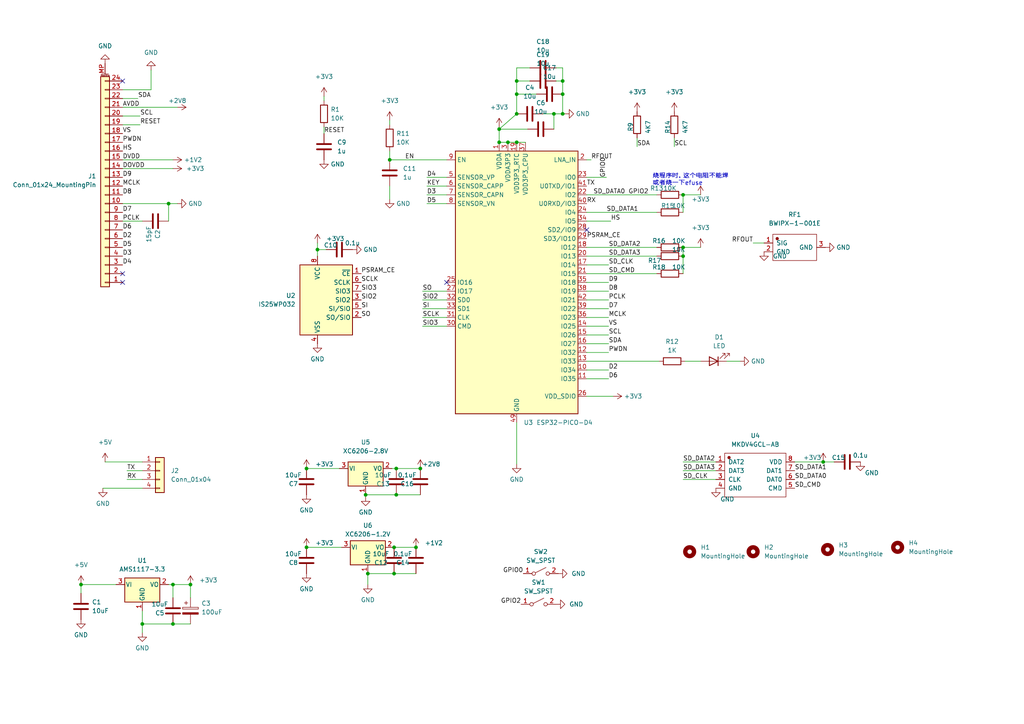
<source format=kicad_sch>
(kicad_sch (version 20211123) (generator eeschema)

  (uuid 975360bf-1b33-4cf8-a109-5e616857ca5b)

  (paper "A4")

  (lib_symbols
    (symbol "Connector_Generic:Conn_01x04" (pin_names (offset 1.016) hide) (in_bom yes) (on_board yes)
      (property "Reference" "J" (id 0) (at 0 5.08 0)
        (effects (font (size 1.27 1.27)))
      )
      (property "Value" "Conn_01x04" (id 1) (at 0 -7.62 0)
        (effects (font (size 1.27 1.27)))
      )
      (property "Footprint" "" (id 2) (at 0 0 0)
        (effects (font (size 1.27 1.27)) hide)
      )
      (property "Datasheet" "~" (id 3) (at 0 0 0)
        (effects (font (size 1.27 1.27)) hide)
      )
      (property "ki_keywords" "connector" (id 4) (at 0 0 0)
        (effects (font (size 1.27 1.27)) hide)
      )
      (property "ki_description" "Generic connector, single row, 01x04, script generated (kicad-library-utils/schlib/autogen/connector/)" (id 5) (at 0 0 0)
        (effects (font (size 1.27 1.27)) hide)
      )
      (property "ki_fp_filters" "Connector*:*_1x??_*" (id 6) (at 0 0 0)
        (effects (font (size 1.27 1.27)) hide)
      )
      (symbol "Conn_01x04_1_1"
        (rectangle (start -1.27 -4.953) (end 0 -5.207)
          (stroke (width 0.1524) (type default) (color 0 0 0 0))
          (fill (type none))
        )
        (rectangle (start -1.27 -2.413) (end 0 -2.667)
          (stroke (width 0.1524) (type default) (color 0 0 0 0))
          (fill (type none))
        )
        (rectangle (start -1.27 0.127) (end 0 -0.127)
          (stroke (width 0.1524) (type default) (color 0 0 0 0))
          (fill (type none))
        )
        (rectangle (start -1.27 2.667) (end 0 2.413)
          (stroke (width 0.1524) (type default) (color 0 0 0 0))
          (fill (type none))
        )
        (rectangle (start -1.27 3.81) (end 1.27 -6.35)
          (stroke (width 0.254) (type default) (color 0 0 0 0))
          (fill (type background))
        )
        (pin passive line (at -5.08 2.54 0) (length 3.81)
          (name "Pin_1" (effects (font (size 1.27 1.27))))
          (number "1" (effects (font (size 1.27 1.27))))
        )
        (pin passive line (at -5.08 0 0) (length 3.81)
          (name "Pin_2" (effects (font (size 1.27 1.27))))
          (number "2" (effects (font (size 1.27 1.27))))
        )
        (pin passive line (at -5.08 -2.54 0) (length 3.81)
          (name "Pin_3" (effects (font (size 1.27 1.27))))
          (number "3" (effects (font (size 1.27 1.27))))
        )
        (pin passive line (at -5.08 -5.08 0) (length 3.81)
          (name "Pin_4" (effects (font (size 1.27 1.27))))
          (number "4" (effects (font (size 1.27 1.27))))
        )
      )
    )
    (symbol "Connector_Generic_MountingPin:Conn_01x24_MountingPin" (pin_names (offset 1.016) hide) (in_bom yes) (on_board yes)
      (property "Reference" "J" (id 0) (at 0 30.48 0)
        (effects (font (size 1.27 1.27)))
      )
      (property "Value" "Conn_01x24_MountingPin" (id 1) (at 1.27 -33.02 0)
        (effects (font (size 1.27 1.27)) (justify left))
      )
      (property "Footprint" "" (id 2) (at 0 0 0)
        (effects (font (size 1.27 1.27)) hide)
      )
      (property "Datasheet" "~" (id 3) (at 0 0 0)
        (effects (font (size 1.27 1.27)) hide)
      )
      (property "ki_keywords" "connector" (id 4) (at 0 0 0)
        (effects (font (size 1.27 1.27)) hide)
      )
      (property "ki_description" "Generic connectable mounting pin connector, single row, 01x24, script generated (kicad-library-utils/schlib/autogen/connector/)" (id 5) (at 0 0 0)
        (effects (font (size 1.27 1.27)) hide)
      )
      (property "ki_fp_filters" "Connector*:*_1x??-1MP*" (id 6) (at 0 0 0)
        (effects (font (size 1.27 1.27)) hide)
      )
      (symbol "Conn_01x24_MountingPin_1_1"
        (rectangle (start -1.27 -30.353) (end 0 -30.607)
          (stroke (width 0.1524) (type default) (color 0 0 0 0))
          (fill (type none))
        )
        (rectangle (start -1.27 -27.813) (end 0 -28.067)
          (stroke (width 0.1524) (type default) (color 0 0 0 0))
          (fill (type none))
        )
        (rectangle (start -1.27 -25.273) (end 0 -25.527)
          (stroke (width 0.1524) (type default) (color 0 0 0 0))
          (fill (type none))
        )
        (rectangle (start -1.27 -22.733) (end 0 -22.987)
          (stroke (width 0.1524) (type default) (color 0 0 0 0))
          (fill (type none))
        )
        (rectangle (start -1.27 -20.193) (end 0 -20.447)
          (stroke (width 0.1524) (type default) (color 0 0 0 0))
          (fill (type none))
        )
        (rectangle (start -1.27 -17.653) (end 0 -17.907)
          (stroke (width 0.1524) (type default) (color 0 0 0 0))
          (fill (type none))
        )
        (rectangle (start -1.27 -15.113) (end 0 -15.367)
          (stroke (width 0.1524) (type default) (color 0 0 0 0))
          (fill (type none))
        )
        (rectangle (start -1.27 -12.573) (end 0 -12.827)
          (stroke (width 0.1524) (type default) (color 0 0 0 0))
          (fill (type none))
        )
        (rectangle (start -1.27 -10.033) (end 0 -10.287)
          (stroke (width 0.1524) (type default) (color 0 0 0 0))
          (fill (type none))
        )
        (rectangle (start -1.27 -7.493) (end 0 -7.747)
          (stroke (width 0.1524) (type default) (color 0 0 0 0))
          (fill (type none))
        )
        (rectangle (start -1.27 -4.953) (end 0 -5.207)
          (stroke (width 0.1524) (type default) (color 0 0 0 0))
          (fill (type none))
        )
        (rectangle (start -1.27 -2.413) (end 0 -2.667)
          (stroke (width 0.1524) (type default) (color 0 0 0 0))
          (fill (type none))
        )
        (rectangle (start -1.27 0.127) (end 0 -0.127)
          (stroke (width 0.1524) (type default) (color 0 0 0 0))
          (fill (type none))
        )
        (rectangle (start -1.27 2.667) (end 0 2.413)
          (stroke (width 0.1524) (type default) (color 0 0 0 0))
          (fill (type none))
        )
        (rectangle (start -1.27 5.207) (end 0 4.953)
          (stroke (width 0.1524) (type default) (color 0 0 0 0))
          (fill (type none))
        )
        (rectangle (start -1.27 7.747) (end 0 7.493)
          (stroke (width 0.1524) (type default) (color 0 0 0 0))
          (fill (type none))
        )
        (rectangle (start -1.27 10.287) (end 0 10.033)
          (stroke (width 0.1524) (type default) (color 0 0 0 0))
          (fill (type none))
        )
        (rectangle (start -1.27 12.827) (end 0 12.573)
          (stroke (width 0.1524) (type default) (color 0 0 0 0))
          (fill (type none))
        )
        (rectangle (start -1.27 15.367) (end 0 15.113)
          (stroke (width 0.1524) (type default) (color 0 0 0 0))
          (fill (type none))
        )
        (rectangle (start -1.27 17.907) (end 0 17.653)
          (stroke (width 0.1524) (type default) (color 0 0 0 0))
          (fill (type none))
        )
        (rectangle (start -1.27 20.447) (end 0 20.193)
          (stroke (width 0.1524) (type default) (color 0 0 0 0))
          (fill (type none))
        )
        (rectangle (start -1.27 22.987) (end 0 22.733)
          (stroke (width 0.1524) (type default) (color 0 0 0 0))
          (fill (type none))
        )
        (rectangle (start -1.27 25.527) (end 0 25.273)
          (stroke (width 0.1524) (type default) (color 0 0 0 0))
          (fill (type none))
        )
        (rectangle (start -1.27 28.067) (end 0 27.813)
          (stroke (width 0.1524) (type default) (color 0 0 0 0))
          (fill (type none))
        )
        (rectangle (start -1.27 29.21) (end 1.27 -31.75)
          (stroke (width 0.254) (type default) (color 0 0 0 0))
          (fill (type background))
        )
        (polyline
          (pts
            (xy -1.016 -32.512)
            (xy 1.016 -32.512)
          )
          (stroke (width 0.1524) (type default) (color 0 0 0 0))
          (fill (type none))
        )
        (text "Mounting" (at 0 -32.131 0)
          (effects (font (size 0.381 0.381)))
        )
        (pin passive line (at -5.08 27.94 0) (length 3.81)
          (name "Pin_1" (effects (font (size 1.27 1.27))))
          (number "1" (effects (font (size 1.27 1.27))))
        )
        (pin passive line (at -5.08 5.08 0) (length 3.81)
          (name "Pin_10" (effects (font (size 1.27 1.27))))
          (number "10" (effects (font (size 1.27 1.27))))
        )
        (pin passive line (at -5.08 2.54 0) (length 3.81)
          (name "Pin_11" (effects (font (size 1.27 1.27))))
          (number "11" (effects (font (size 1.27 1.27))))
        )
        (pin passive line (at -5.08 0 0) (length 3.81)
          (name "Pin_12" (effects (font (size 1.27 1.27))))
          (number "12" (effects (font (size 1.27 1.27))))
        )
        (pin passive line (at -5.08 -2.54 0) (length 3.81)
          (name "Pin_13" (effects (font (size 1.27 1.27))))
          (number "13" (effects (font (size 1.27 1.27))))
        )
        (pin passive line (at -5.08 -5.08 0) (length 3.81)
          (name "Pin_14" (effects (font (size 1.27 1.27))))
          (number "14" (effects (font (size 1.27 1.27))))
        )
        (pin passive line (at -5.08 -7.62 0) (length 3.81)
          (name "Pin_15" (effects (font (size 1.27 1.27))))
          (number "15" (effects (font (size 1.27 1.27))))
        )
        (pin passive line (at -5.08 -10.16 0) (length 3.81)
          (name "Pin_16" (effects (font (size 1.27 1.27))))
          (number "16" (effects (font (size 1.27 1.27))))
        )
        (pin passive line (at -5.08 -12.7 0) (length 3.81)
          (name "Pin_17" (effects (font (size 1.27 1.27))))
          (number "17" (effects (font (size 1.27 1.27))))
        )
        (pin passive line (at -5.08 -15.24 0) (length 3.81)
          (name "Pin_18" (effects (font (size 1.27 1.27))))
          (number "18" (effects (font (size 1.27 1.27))))
        )
        (pin passive line (at -5.08 -17.78 0) (length 3.81)
          (name "Pin_19" (effects (font (size 1.27 1.27))))
          (number "19" (effects (font (size 1.27 1.27))))
        )
        (pin passive line (at -5.08 25.4 0) (length 3.81)
          (name "Pin_2" (effects (font (size 1.27 1.27))))
          (number "2" (effects (font (size 1.27 1.27))))
        )
        (pin passive line (at -5.08 -20.32 0) (length 3.81)
          (name "Pin_20" (effects (font (size 1.27 1.27))))
          (number "20" (effects (font (size 1.27 1.27))))
        )
        (pin passive line (at -5.08 -22.86 0) (length 3.81)
          (name "Pin_21" (effects (font (size 1.27 1.27))))
          (number "21" (effects (font (size 1.27 1.27))))
        )
        (pin passive line (at -5.08 -25.4 0) (length 3.81)
          (name "Pin_22" (effects (font (size 1.27 1.27))))
          (number "22" (effects (font (size 1.27 1.27))))
        )
        (pin passive line (at -5.08 -27.94 0) (length 3.81)
          (name "Pin_23" (effects (font (size 1.27 1.27))))
          (number "23" (effects (font (size 1.27 1.27))))
        )
        (pin passive line (at -5.08 -30.48 0) (length 3.81)
          (name "Pin_24" (effects (font (size 1.27 1.27))))
          (number "24" (effects (font (size 1.27 1.27))))
        )
        (pin passive line (at -5.08 22.86 0) (length 3.81)
          (name "Pin_3" (effects (font (size 1.27 1.27))))
          (number "3" (effects (font (size 1.27 1.27))))
        )
        (pin passive line (at -5.08 20.32 0) (length 3.81)
          (name "Pin_4" (effects (font (size 1.27 1.27))))
          (number "4" (effects (font (size 1.27 1.27))))
        )
        (pin passive line (at -5.08 17.78 0) (length 3.81)
          (name "Pin_5" (effects (font (size 1.27 1.27))))
          (number "5" (effects (font (size 1.27 1.27))))
        )
        (pin passive line (at -5.08 15.24 0) (length 3.81)
          (name "Pin_6" (effects (font (size 1.27 1.27))))
          (number "6" (effects (font (size 1.27 1.27))))
        )
        (pin passive line (at -5.08 12.7 0) (length 3.81)
          (name "Pin_7" (effects (font (size 1.27 1.27))))
          (number "7" (effects (font (size 1.27 1.27))))
        )
        (pin passive line (at -5.08 10.16 0) (length 3.81)
          (name "Pin_8" (effects (font (size 1.27 1.27))))
          (number "8" (effects (font (size 1.27 1.27))))
        )
        (pin passive line (at -5.08 7.62 0) (length 3.81)
          (name "Pin_9" (effects (font (size 1.27 1.27))))
          (number "9" (effects (font (size 1.27 1.27))))
        )
        (pin passive line (at 0 -35.56 90) (length 3.048)
          (name "MountPin" (effects (font (size 1.27 1.27))))
          (number "MP" (effects (font (size 1.27 1.27))))
        )
      )
    )
    (symbol "Device:C" (pin_numbers hide) (pin_names (offset 0.254)) (in_bom yes) (on_board yes)
      (property "Reference" "C" (id 0) (at 0.635 2.54 0)
        (effects (font (size 1.27 1.27)) (justify left))
      )
      (property "Value" "C" (id 1) (at 0.635 -2.54 0)
        (effects (font (size 1.27 1.27)) (justify left))
      )
      (property "Footprint" "" (id 2) (at 0.9652 -3.81 0)
        (effects (font (size 1.27 1.27)) hide)
      )
      (property "Datasheet" "~" (id 3) (at 0 0 0)
        (effects (font (size 1.27 1.27)) hide)
      )
      (property "ki_keywords" "cap capacitor" (id 4) (at 0 0 0)
        (effects (font (size 1.27 1.27)) hide)
      )
      (property "ki_description" "Unpolarized capacitor" (id 5) (at 0 0 0)
        (effects (font (size 1.27 1.27)) hide)
      )
      (property "ki_fp_filters" "C_*" (id 6) (at 0 0 0)
        (effects (font (size 1.27 1.27)) hide)
      )
      (symbol "C_0_1"
        (polyline
          (pts
            (xy -2.032 -0.762)
            (xy 2.032 -0.762)
          )
          (stroke (width 0.508) (type default) (color 0 0 0 0))
          (fill (type none))
        )
        (polyline
          (pts
            (xy -2.032 0.762)
            (xy 2.032 0.762)
          )
          (stroke (width 0.508) (type default) (color 0 0 0 0))
          (fill (type none))
        )
      )
      (symbol "C_1_1"
        (pin passive line (at 0 3.81 270) (length 2.794)
          (name "~" (effects (font (size 1.27 1.27))))
          (number "1" (effects (font (size 1.27 1.27))))
        )
        (pin passive line (at 0 -3.81 90) (length 2.794)
          (name "~" (effects (font (size 1.27 1.27))))
          (number "2" (effects (font (size 1.27 1.27))))
        )
      )
    )
    (symbol "Device:C_Polarized" (pin_numbers hide) (pin_names (offset 0.254)) (in_bom yes) (on_board yes)
      (property "Reference" "C" (id 0) (at 0.635 2.54 0)
        (effects (font (size 1.27 1.27)) (justify left))
      )
      (property "Value" "C_Polarized" (id 1) (at 0.635 -2.54 0)
        (effects (font (size 1.27 1.27)) (justify left))
      )
      (property "Footprint" "" (id 2) (at 0.9652 -3.81 0)
        (effects (font (size 1.27 1.27)) hide)
      )
      (property "Datasheet" "~" (id 3) (at 0 0 0)
        (effects (font (size 1.27 1.27)) hide)
      )
      (property "ki_keywords" "cap capacitor" (id 4) (at 0 0 0)
        (effects (font (size 1.27 1.27)) hide)
      )
      (property "ki_description" "Polarized capacitor" (id 5) (at 0 0 0)
        (effects (font (size 1.27 1.27)) hide)
      )
      (property "ki_fp_filters" "CP_*" (id 6) (at 0 0 0)
        (effects (font (size 1.27 1.27)) hide)
      )
      (symbol "C_Polarized_0_1"
        (rectangle (start -2.286 0.508) (end 2.286 1.016)
          (stroke (width 0) (type default) (color 0 0 0 0))
          (fill (type none))
        )
        (polyline
          (pts
            (xy -1.778 2.286)
            (xy -0.762 2.286)
          )
          (stroke (width 0) (type default) (color 0 0 0 0))
          (fill (type none))
        )
        (polyline
          (pts
            (xy -1.27 2.794)
            (xy -1.27 1.778)
          )
          (stroke (width 0) (type default) (color 0 0 0 0))
          (fill (type none))
        )
        (rectangle (start 2.286 -0.508) (end -2.286 -1.016)
          (stroke (width 0) (type default) (color 0 0 0 0))
          (fill (type outline))
        )
      )
      (symbol "C_Polarized_1_1"
        (pin passive line (at 0 3.81 270) (length 2.794)
          (name "~" (effects (font (size 1.27 1.27))))
          (number "1" (effects (font (size 1.27 1.27))))
        )
        (pin passive line (at 0 -3.81 90) (length 2.794)
          (name "~" (effects (font (size 1.27 1.27))))
          (number "2" (effects (font (size 1.27 1.27))))
        )
      )
    )
    (symbol "Device:LED" (pin_numbers hide) (pin_names (offset 1.016) hide) (in_bom yes) (on_board yes)
      (property "Reference" "D" (id 0) (at 0 2.54 0)
        (effects (font (size 1.27 1.27)))
      )
      (property "Value" "LED" (id 1) (at 0 -2.54 0)
        (effects (font (size 1.27 1.27)))
      )
      (property "Footprint" "" (id 2) (at 0 0 0)
        (effects (font (size 1.27 1.27)) hide)
      )
      (property "Datasheet" "~" (id 3) (at 0 0 0)
        (effects (font (size 1.27 1.27)) hide)
      )
      (property "ki_keywords" "LED diode" (id 4) (at 0 0 0)
        (effects (font (size 1.27 1.27)) hide)
      )
      (property "ki_description" "Light emitting diode" (id 5) (at 0 0 0)
        (effects (font (size 1.27 1.27)) hide)
      )
      (property "ki_fp_filters" "LED* LED_SMD:* LED_THT:*" (id 6) (at 0 0 0)
        (effects (font (size 1.27 1.27)) hide)
      )
      (symbol "LED_0_1"
        (polyline
          (pts
            (xy -1.27 -1.27)
            (xy -1.27 1.27)
          )
          (stroke (width 0.254) (type default) (color 0 0 0 0))
          (fill (type none))
        )
        (polyline
          (pts
            (xy -1.27 0)
            (xy 1.27 0)
          )
          (stroke (width 0) (type default) (color 0 0 0 0))
          (fill (type none))
        )
        (polyline
          (pts
            (xy 1.27 -1.27)
            (xy 1.27 1.27)
            (xy -1.27 0)
            (xy 1.27 -1.27)
          )
          (stroke (width 0.254) (type default) (color 0 0 0 0))
          (fill (type none))
        )
        (polyline
          (pts
            (xy -3.048 -0.762)
            (xy -4.572 -2.286)
            (xy -3.81 -2.286)
            (xy -4.572 -2.286)
            (xy -4.572 -1.524)
          )
          (stroke (width 0) (type default) (color 0 0 0 0))
          (fill (type none))
        )
        (polyline
          (pts
            (xy -1.778 -0.762)
            (xy -3.302 -2.286)
            (xy -2.54 -2.286)
            (xy -3.302 -2.286)
            (xy -3.302 -1.524)
          )
          (stroke (width 0) (type default) (color 0 0 0 0))
          (fill (type none))
        )
      )
      (symbol "LED_1_1"
        (pin passive line (at -3.81 0 0) (length 2.54)
          (name "K" (effects (font (size 1.27 1.27))))
          (number "1" (effects (font (size 1.27 1.27))))
        )
        (pin passive line (at 3.81 0 180) (length 2.54)
          (name "A" (effects (font (size 1.27 1.27))))
          (number "2" (effects (font (size 1.27 1.27))))
        )
      )
    )
    (symbol "Device:R" (pin_numbers hide) (pin_names (offset 0)) (in_bom yes) (on_board yes)
      (property "Reference" "R" (id 0) (at 2.032 0 90)
        (effects (font (size 1.27 1.27)))
      )
      (property "Value" "R" (id 1) (at 0 0 90)
        (effects (font (size 1.27 1.27)))
      )
      (property "Footprint" "" (id 2) (at -1.778 0 90)
        (effects (font (size 1.27 1.27)) hide)
      )
      (property "Datasheet" "~" (id 3) (at 0 0 0)
        (effects (font (size 1.27 1.27)) hide)
      )
      (property "ki_keywords" "R res resistor" (id 4) (at 0 0 0)
        (effects (font (size 1.27 1.27)) hide)
      )
      (property "ki_description" "Resistor" (id 5) (at 0 0 0)
        (effects (font (size 1.27 1.27)) hide)
      )
      (property "ki_fp_filters" "R_*" (id 6) (at 0 0 0)
        (effects (font (size 1.27 1.27)) hide)
      )
      (symbol "R_0_1"
        (rectangle (start -1.016 -2.54) (end 1.016 2.54)
          (stroke (width 0.254) (type default) (color 0 0 0 0))
          (fill (type none))
        )
      )
      (symbol "R_1_1"
        (pin passive line (at 0 3.81 270) (length 1.27)
          (name "~" (effects (font (size 1.27 1.27))))
          (number "1" (effects (font (size 1.27 1.27))))
        )
        (pin passive line (at 0 -3.81 90) (length 1.27)
          (name "~" (effects (font (size 1.27 1.27))))
          (number "2" (effects (font (size 1.27 1.27))))
        )
      )
    )
    (symbol "Mechanical:MountingHole" (pin_names (offset 1.016)) (in_bom yes) (on_board yes)
      (property "Reference" "H" (id 0) (at 0 5.08 0)
        (effects (font (size 1.27 1.27)))
      )
      (property "Value" "MountingHole" (id 1) (at 0 3.175 0)
        (effects (font (size 1.27 1.27)))
      )
      (property "Footprint" "" (id 2) (at 0 0 0)
        (effects (font (size 1.27 1.27)) hide)
      )
      (property "Datasheet" "~" (id 3) (at 0 0 0)
        (effects (font (size 1.27 1.27)) hide)
      )
      (property "ki_keywords" "mounting hole" (id 4) (at 0 0 0)
        (effects (font (size 1.27 1.27)) hide)
      )
      (property "ki_description" "Mounting Hole without connection" (id 5) (at 0 0 0)
        (effects (font (size 1.27 1.27)) hide)
      )
      (property "ki_fp_filters" "MountingHole*" (id 6) (at 0 0 0)
        (effects (font (size 1.27 1.27)) hide)
      )
      (symbol "MountingHole_0_1"
        (circle (center 0 0) (radius 1.27)
          (stroke (width 1.27) (type default) (color 0 0 0 0))
          (fill (type none))
        )
      )
    )
    (symbol "Memory_RAM:ESP-PSRAM32" (in_bom yes) (on_board yes)
      (property "Reference" "U" (id 0) (at 3.81 11.43 0)
        (effects (font (size 1.27 1.27)))
      )
      (property "Value" "ESP-PSRAM32" (id 1) (at -1.27 -11.43 0)
        (effects (font (size 1.27 1.27)) (justify left))
      )
      (property "Footprint" "Package_SO:SOIC-8_3.9x4.9mm_P1.27mm" (id 2) (at 0 -15.24 0)
        (effects (font (size 1.27 1.27)) hide)
      )
      (property "Datasheet" "https://www.espressif.com/sites/default/files/documentation/esp-psram32_datasheet_en.pdf" (id 3) (at -10.16 12.7 0)
        (effects (font (size 1.27 1.27)) hide)
      )
      (property "ki_keywords" "32 Mbit serial pseudo SRAM MEMORY" (id 4) (at 0 0 0)
        (effects (font (size 1.27 1.27)) hide)
      )
      (property "ki_description" "32 Mbit serial pseudo SRAM device organized as 4Mx8 bits, 1.8 VCC, SOIC8 (SOP8)" (id 5) (at 0 0 0)
        (effects (font (size 1.27 1.27)) hide)
      )
      (property "ki_fp_filters" "SOIC*3.9x4.9mm?P1.27mm*" (id 6) (at 0 0 0)
        (effects (font (size 1.27 1.27)) hide)
      )
      (symbol "ESP-PSRAM32_0_1"
        (rectangle (start -7.62 10.16) (end 7.62 -10.16)
          (stroke (width 0.254) (type default) (color 0 0 0 0))
          (fill (type background))
        )
      )
      (symbol "ESP-PSRAM32_1_1"
        (pin input line (at 10.16 7.62 180) (length 2.54)
          (name "~{CE}" (effects (font (size 1.27 1.27))))
          (number "1" (effects (font (size 1.27 1.27))))
        )
        (pin output line (at 10.16 -5.08 180) (length 2.54)
          (name "SO/SIO" (effects (font (size 1.27 1.27))))
          (number "2" (effects (font (size 1.27 1.27))))
        )
        (pin bidirectional line (at 10.16 0 180) (length 2.54)
          (name "SIO2" (effects (font (size 1.27 1.27))))
          (number "3" (effects (font (size 1.27 1.27))))
        )
        (pin power_in line (at -2.54 -12.7 90) (length 2.54)
          (name "VSS" (effects (font (size 1.27 1.27))))
          (number "4" (effects (font (size 1.27 1.27))))
        )
        (pin input line (at 10.16 -2.54 180) (length 2.54)
          (name "SI/SIO" (effects (font (size 1.27 1.27))))
          (number "5" (effects (font (size 1.27 1.27))))
        )
        (pin output line (at 10.16 5.08 180) (length 2.54)
          (name "SCLK" (effects (font (size 1.27 1.27))))
          (number "6" (effects (font (size 1.27 1.27))))
        )
        (pin bidirectional line (at 10.16 2.54 180) (length 2.54)
          (name "SIO3" (effects (font (size 1.27 1.27))))
          (number "7" (effects (font (size 1.27 1.27))))
        )
        (pin power_in line (at -2.54 12.7 270) (length 2.54)
          (name "VCC" (effects (font (size 1.27 1.27))))
          (number "8" (effects (font (size 1.27 1.27))))
        )
      )
    )
    (symbol "RF_Module:ESP32-PICO-D4" (in_bom yes) (on_board yes)
      (property "Reference" "U" (id 0) (at -17.78 39.37 0)
        (effects (font (size 1.27 1.27)) (justify left))
      )
      (property "Value" "ESP32-PICO-D4" (id 1) (at 3.81 39.37 0)
        (effects (font (size 1.27 1.27)) (justify left))
      )
      (property "Footprint" "Package_DFN_QFN:QFN-48-1EP_7x7mm_P0.5mm_EP5.3x5.3mm" (id 2) (at 0 -43.18 0)
        (effects (font (size 1.27 1.27)) hide)
      )
      (property "Datasheet" "https://www.espressif.com/sites/default/files/documentation/esp32-pico-d4_datasheet_en.pdf" (id 3) (at 6.35 -25.4 0)
        (effects (font (size 1.27 1.27)) hide)
      )
      (property "ki_keywords" "RF Radio BT ESP ESP32 Espressif external antenna" (id 4) (at 0 0 0)
        (effects (font (size 1.27 1.27)) hide)
      )
      (property "ki_description" "RF Module, ESP32 SoC, Wi-Fi 802.11b/g/n, Bluetooth, BLE, 32-bit, 2.7-3.6V, external antenna, QFN-48" (id 5) (at 0 0 0)
        (effects (font (size 1.27 1.27)) hide)
      )
      (property "ki_fp_filters" "QFN*1EP*7x7mm*P0.5mm*" (id 6) (at 0 0 0)
        (effects (font (size 1.27 1.27)) hide)
      )
      (symbol "ESP32-PICO-D4_0_0"
        (pin power_in line (at -5.08 40.64 270) (length 2.54)
          (name "VDDA" (effects (font (size 1.27 1.27))))
          (number "1" (effects (font (size 1.27 1.27))))
        )
        (pin input line (at 20.32 -25.4 180) (length 2.54)
          (name "IO34" (effects (font (size 1.27 1.27))))
          (number "10" (effects (font (size 1.27 1.27))))
        )
        (pin input line (at 20.32 -27.94 180) (length 2.54)
          (name "IO35" (effects (font (size 1.27 1.27))))
          (number "11" (effects (font (size 1.27 1.27))))
        )
        (pin bidirectional line (at 20.32 -20.32 180) (length 2.54)
          (name "IO32" (effects (font (size 1.27 1.27))))
          (number "12" (effects (font (size 1.27 1.27))))
        )
        (pin bidirectional line (at 20.32 -22.86 180) (length 2.54)
          (name "IO33" (effects (font (size 1.27 1.27))))
          (number "13" (effects (font (size 1.27 1.27))))
        )
        (pin bidirectional line (at 20.32 -12.7 180) (length 2.54)
          (name "IO25" (effects (font (size 1.27 1.27))))
          (number "14" (effects (font (size 1.27 1.27))))
        )
        (pin bidirectional line (at 20.32 -15.24 180) (length 2.54)
          (name "IO26" (effects (font (size 1.27 1.27))))
          (number "15" (effects (font (size 1.27 1.27))))
        )
        (pin bidirectional line (at 20.32 -17.78 180) (length 2.54)
          (name "IO27" (effects (font (size 1.27 1.27))))
          (number "16" (effects (font (size 1.27 1.27))))
        )
        (pin bidirectional line (at 20.32 5.08 180) (length 2.54)
          (name "IO14" (effects (font (size 1.27 1.27))))
          (number "17" (effects (font (size 1.27 1.27))))
        )
        (pin bidirectional line (at 20.32 10.16 180) (length 2.54)
          (name "IO12" (effects (font (size 1.27 1.27))))
          (number "18" (effects (font (size 1.27 1.27))))
        )
        (pin power_in line (at 0 40.64 270) (length 2.54)
          (name "VDD3P3_RTC" (effects (font (size 1.27 1.27))))
          (number "19" (effects (font (size 1.27 1.27))))
        )
        (pin bidirectional line (at 20.32 35.56 180) (length 2.54)
          (name "LNA_IN" (effects (font (size 1.27 1.27))))
          (number "2" (effects (font (size 1.27 1.27))))
        )
        (pin bidirectional line (at 20.32 7.62 180) (length 2.54)
          (name "IO13" (effects (font (size 1.27 1.27))))
          (number "20" (effects (font (size 1.27 1.27))))
        )
        (pin bidirectional line (at 20.32 2.54 180) (length 2.54)
          (name "IO15" (effects (font (size 1.27 1.27))))
          (number "21" (effects (font (size 1.27 1.27))))
        )
        (pin bidirectional line (at 20.32 25.4 180) (length 2.54)
          (name "IO2" (effects (font (size 1.27 1.27))))
          (number "22" (effects (font (size 1.27 1.27))))
        )
        (pin bidirectional line (at 20.32 30.48 180) (length 2.54)
          (name "IO0" (effects (font (size 1.27 1.27))))
          (number "23" (effects (font (size 1.27 1.27))))
        )
        (pin bidirectional line (at 20.32 20.32 180) (length 2.54)
          (name "IO4" (effects (font (size 1.27 1.27))))
          (number "24" (effects (font (size 1.27 1.27))))
        )
        (pin bidirectional line (at -20.32 0 0) (length 2.54)
          (name "IO16" (effects (font (size 1.27 1.27))))
          (number "25" (effects (font (size 1.27 1.27))))
        )
        (pin power_out line (at 20.32 -33.02 180) (length 2.54)
          (name "VDD_SDIO" (effects (font (size 1.27 1.27))))
          (number "26" (effects (font (size 1.27 1.27))))
        )
        (pin bidirectional line (at -20.32 -2.54 0) (length 2.54)
          (name "IO17" (effects (font (size 1.27 1.27))))
          (number "27" (effects (font (size 1.27 1.27))))
        )
        (pin bidirectional line (at 20.32 15.24 180) (length 2.54)
          (name "SD2/IO9" (effects (font (size 1.27 1.27))))
          (number "28" (effects (font (size 1.27 1.27))))
        )
        (pin bidirectional line (at 20.32 12.7 180) (length 2.54)
          (name "SD3/IO10" (effects (font (size 1.27 1.27))))
          (number "29" (effects (font (size 1.27 1.27))))
        )
        (pin power_in line (at -2.54 40.64 270) (length 2.54)
          (name "VDDA3P3" (effects (font (size 1.27 1.27))))
          (number "3" (effects (font (size 1.27 1.27))))
        )
        (pin bidirectional line (at -20.32 -12.7 0) (length 2.54)
          (name "CMD" (effects (font (size 1.27 1.27))))
          (number "30" (effects (font (size 1.27 1.27))))
        )
        (pin bidirectional line (at -20.32 -10.16 0) (length 2.54)
          (name "CLK" (effects (font (size 1.27 1.27))))
          (number "31" (effects (font (size 1.27 1.27))))
        )
        (pin bidirectional line (at -20.32 -5.08 0) (length 2.54)
          (name "SD0" (effects (font (size 1.27 1.27))))
          (number "32" (effects (font (size 1.27 1.27))))
        )
        (pin bidirectional line (at -20.32 -7.62 0) (length 2.54)
          (name "SD1" (effects (font (size 1.27 1.27))))
          (number "33" (effects (font (size 1.27 1.27))))
        )
        (pin bidirectional line (at 20.32 17.78 180) (length 2.54)
          (name "IO5" (effects (font (size 1.27 1.27))))
          (number "34" (effects (font (size 1.27 1.27))))
        )
        (pin bidirectional line (at 20.32 0 180) (length 2.54)
          (name "IO18" (effects (font (size 1.27 1.27))))
          (number "35" (effects (font (size 1.27 1.27))))
        )
        (pin bidirectional line (at 20.32 -10.16 180) (length 2.54)
          (name "IO23" (effects (font (size 1.27 1.27))))
          (number "36" (effects (font (size 1.27 1.27))))
        )
        (pin power_in line (at 2.54 40.64 270) (length 2.54)
          (name "VDD3P3_CPU" (effects (font (size 1.27 1.27))))
          (number "37" (effects (font (size 1.27 1.27))))
        )
        (pin bidirectional line (at 20.32 -2.54 180) (length 2.54)
          (name "IO19" (effects (font (size 1.27 1.27))))
          (number "38" (effects (font (size 1.27 1.27))))
        )
        (pin bidirectional line (at 20.32 -7.62 180) (length 2.54)
          (name "IO22" (effects (font (size 1.27 1.27))))
          (number "39" (effects (font (size 1.27 1.27))))
        )
        (pin passive line (at -2.54 40.64 270) (length 2.54) hide
          (name "VDDA3P3" (effects (font (size 1.27 1.27))))
          (number "4" (effects (font (size 1.27 1.27))))
        )
        (pin bidirectional line (at 20.32 22.86 180) (length 2.54)
          (name "U0RXD/IO3" (effects (font (size 1.27 1.27))))
          (number "40" (effects (font (size 1.27 1.27))))
        )
        (pin bidirectional line (at 20.32 27.94 180) (length 2.54)
          (name "U0TXD/IO1" (effects (font (size 1.27 1.27))))
          (number "41" (effects (font (size 1.27 1.27))))
        )
        (pin bidirectional line (at 20.32 -5.08 180) (length 2.54)
          (name "IO21" (effects (font (size 1.27 1.27))))
          (number "42" (effects (font (size 1.27 1.27))))
        )
        (pin passive line (at -5.08 40.64 270) (length 2.54) hide
          (name "VDDA" (effects (font (size 1.27 1.27))))
          (number "43" (effects (font (size 1.27 1.27))))
        )
        (pin no_connect line (at -17.78 -25.4 0) (length 2.54) hide
          (name "XTAL_N_NC" (effects (font (size 1.27 1.27))))
          (number "44" (effects (font (size 1.27 1.27))))
        )
        (pin no_connect line (at -17.78 -27.94 0) (length 2.54) hide
          (name "XTAL_P_NC" (effects (font (size 1.27 1.27))))
          (number "45" (effects (font (size 1.27 1.27))))
        )
        (pin passive line (at -5.08 40.64 270) (length 2.54) hide
          (name "VDDA" (effects (font (size 1.27 1.27))))
          (number "46" (effects (font (size 1.27 1.27))))
        )
        (pin no_connect line (at -17.78 -30.48 0) (length 2.54) hide
          (name "CAP2_NC" (effects (font (size 1.27 1.27))))
          (number "47" (effects (font (size 1.27 1.27))))
        )
        (pin no_connect line (at -17.78 -33.02 0) (length 2.54) hide
          (name "CAP1_NC" (effects (font (size 1.27 1.27))))
          (number "48" (effects (font (size 1.27 1.27))))
        )
        (pin power_in line (at 0 -40.64 90) (length 2.54)
          (name "GND" (effects (font (size 1.27 1.27))))
          (number "49" (effects (font (size 1.27 1.27))))
        )
        (pin input line (at -20.32 30.48 0) (length 2.54)
          (name "SENSOR_VP" (effects (font (size 1.27 1.27))))
          (number "5" (effects (font (size 1.27 1.27))))
        )
        (pin input line (at -20.32 27.94 0) (length 2.54)
          (name "SENSOR_CAPP" (effects (font (size 1.27 1.27))))
          (number "6" (effects (font (size 1.27 1.27))))
        )
        (pin input line (at -20.32 25.4 0) (length 2.54)
          (name "SENSOR_CAPN" (effects (font (size 1.27 1.27))))
          (number "7" (effects (font (size 1.27 1.27))))
        )
        (pin input line (at -20.32 22.86 0) (length 2.54)
          (name "SENSOR_VN" (effects (font (size 1.27 1.27))))
          (number "8" (effects (font (size 1.27 1.27))))
        )
        (pin input line (at -20.32 35.56 0) (length 2.54)
          (name "EN" (effects (font (size 1.27 1.27))))
          (number "9" (effects (font (size 1.27 1.27))))
        )
      )
      (symbol "ESP32-PICO-D4_0_1"
        (rectangle (start -17.78 38.1) (end 17.78 -38.1)
          (stroke (width 0.254) (type default) (color 0 0 0 0))
          (fill (type background))
        )
      )
    )
    (symbol "Regulator_Linear:AMS1117-3.3" (pin_names (offset 0.254)) (in_bom yes) (on_board yes)
      (property "Reference" "U" (id 0) (at -3.81 3.175 0)
        (effects (font (size 1.27 1.27)))
      )
      (property "Value" "AMS1117-3.3" (id 1) (at 0 3.175 0)
        (effects (font (size 1.27 1.27)) (justify left))
      )
      (property "Footprint" "Package_TO_SOT_SMD:SOT-223-3_TabPin2" (id 2) (at 0 5.08 0)
        (effects (font (size 1.27 1.27)) hide)
      )
      (property "Datasheet" "http://www.advanced-monolithic.com/pdf/ds1117.pdf" (id 3) (at 2.54 -6.35 0)
        (effects (font (size 1.27 1.27)) hide)
      )
      (property "ki_keywords" "linear regulator ldo fixed positive" (id 4) (at 0 0 0)
        (effects (font (size 1.27 1.27)) hide)
      )
      (property "ki_description" "1A Low Dropout regulator, positive, 3.3V fixed output, SOT-223" (id 5) (at 0 0 0)
        (effects (font (size 1.27 1.27)) hide)
      )
      (property "ki_fp_filters" "SOT?223*TabPin2*" (id 6) (at 0 0 0)
        (effects (font (size 1.27 1.27)) hide)
      )
      (symbol "AMS1117-3.3_0_1"
        (rectangle (start -5.08 -5.08) (end 5.08 1.905)
          (stroke (width 0.254) (type default) (color 0 0 0 0))
          (fill (type background))
        )
      )
      (symbol "AMS1117-3.3_1_1"
        (pin power_in line (at 0 -7.62 90) (length 2.54)
          (name "GND" (effects (font (size 1.27 1.27))))
          (number "1" (effects (font (size 1.27 1.27))))
        )
        (pin power_out line (at 7.62 0 180) (length 2.54)
          (name "VO" (effects (font (size 1.27 1.27))))
          (number "2" (effects (font (size 1.27 1.27))))
        )
        (pin power_in line (at -7.62 0 0) (length 2.54)
          (name "VI" (effects (font (size 1.27 1.27))))
          (number "3" (effects (font (size 1.27 1.27))))
        )
      )
    )
    (symbol "Regulator_Linear:XC6206PxxxMR" (pin_names (offset 0.254)) (in_bom yes) (on_board yes)
      (property "Reference" "U" (id 0) (at -3.81 3.175 0)
        (effects (font (size 1.27 1.27)))
      )
      (property "Value" "XC6206PxxxMR" (id 1) (at 0 3.175 0)
        (effects (font (size 1.27 1.27)) (justify left))
      )
      (property "Footprint" "Package_TO_SOT_SMD:SOT-23" (id 2) (at 0 5.715 0)
        (effects (font (size 1.27 1.27) italic) hide)
      )
      (property "Datasheet" "https://www.torexsemi.com/file/xc6206/XC6206.pdf" (id 3) (at 0 0 0)
        (effects (font (size 1.27 1.27)) hide)
      )
      (property "ki_keywords" "Torex LDO Voltage Regulator Fixed Positive" (id 4) (at 0 0 0)
        (effects (font (size 1.27 1.27)) hide)
      )
      (property "ki_description" "Positive 60-250mA Low Dropout Regulator, Fixed Output, SOT-23" (id 5) (at 0 0 0)
        (effects (font (size 1.27 1.27)) hide)
      )
      (property "ki_fp_filters" "SOT?23*" (id 6) (at 0 0 0)
        (effects (font (size 1.27 1.27)) hide)
      )
      (symbol "XC6206PxxxMR_0_1"
        (rectangle (start -5.08 1.905) (end 5.08 -5.08)
          (stroke (width 0.254) (type default) (color 0 0 0 0))
          (fill (type background))
        )
      )
      (symbol "XC6206PxxxMR_1_1"
        (pin power_in line (at 0 -7.62 90) (length 2.54)
          (name "GND" (effects (font (size 1.27 1.27))))
          (number "1" (effects (font (size 1.27 1.27))))
        )
        (pin power_out line (at 7.62 0 180) (length 2.54)
          (name "VO" (effects (font (size 1.27 1.27))))
          (number "2" (effects (font (size 1.27 1.27))))
        )
        (pin power_in line (at -7.62 0 0) (length 2.54)
          (name "VI" (effects (font (size 1.27 1.27))))
          (number "3" (effects (font (size 1.27 1.27))))
        )
      )
    )
    (symbol "Switch:SW_SPST" (pin_names (offset 0) hide) (in_bom yes) (on_board yes)
      (property "Reference" "SW" (id 0) (at 0 3.175 0)
        (effects (font (size 1.27 1.27)))
      )
      (property "Value" "SW_SPST" (id 1) (at 0 -2.54 0)
        (effects (font (size 1.27 1.27)))
      )
      (property "Footprint" "" (id 2) (at 0 0 0)
        (effects (font (size 1.27 1.27)) hide)
      )
      (property "Datasheet" "~" (id 3) (at 0 0 0)
        (effects (font (size 1.27 1.27)) hide)
      )
      (property "ki_keywords" "switch lever" (id 4) (at 0 0 0)
        (effects (font (size 1.27 1.27)) hide)
      )
      (property "ki_description" "Single Pole Single Throw (SPST) switch" (id 5) (at 0 0 0)
        (effects (font (size 1.27 1.27)) hide)
      )
      (symbol "SW_SPST_0_0"
        (circle (center -2.032 0) (radius 0.508)
          (stroke (width 0) (type default) (color 0 0 0 0))
          (fill (type none))
        )
        (polyline
          (pts
            (xy -1.524 0.254)
            (xy 1.524 1.778)
          )
          (stroke (width 0) (type default) (color 0 0 0 0))
          (fill (type none))
        )
        (circle (center 2.032 0) (radius 0.508)
          (stroke (width 0) (type default) (color 0 0 0 0))
          (fill (type none))
        )
      )
      (symbol "SW_SPST_1_1"
        (pin passive line (at -5.08 0 0) (length 2.54)
          (name "A" (effects (font (size 1.27 1.27))))
          (number "1" (effects (font (size 1.27 1.27))))
        )
        (pin passive line (at 5.08 0 180) (length 2.54)
          (name "B" (effects (font (size 1.27 1.27))))
          (number "2" (effects (font (size 1.27 1.27))))
        )
      )
    )
    (symbol "ic:BWIPX-1-001E" (pin_names (offset 1.016)) (in_bom yes) (on_board yes)
      (property "Reference" "RF" (id 0) (at 0 6.35 0)
        (effects (font (size 1.27 1.27)))
      )
      (property "Value" "BWIPX-1-001E" (id 1) (at 0 11.43 0)
        (effects (font (size 1.27 1.27)))
      )
      (property "Footprint" "kicad_lceda:IPEX-SMD_BWIPX-1-001E" (id 2) (at 1.27 8.89 0)
        (effects (font (size 1.27 1.27)) hide)
      )
      (property "Datasheet" "" (id 3) (at 0 -3.81 0)
        (effects (font (size 1.27 1.27)) hide)
      )
      (property "SuppliersPartNumber" "C496552" (id 4) (at 0 -8.89 0)
        (effects (font (size 1.27 1.27)) hide)
      )
      (property "uuid" "std:2a98742d1d544fd697942b871d961455" (id 5) (at 0 -8.89 0)
        (effects (font (size 1.27 1.27)) hide)
      )
      (symbol "BWIPX-1-001E_1_1"
        (rectangle (start -6.35 3.81) (end 6.35 -3.81)
          (stroke (width 0.1524) (type default) (color 0 0 0 0))
          (fill (type none))
        )
        (circle (center -5.08 2.54) (radius 0.381)
          (stroke (width 0.1524) (type default) (color 0 0 0 0))
          (fill (type outline))
        )
        (pin input line (at -8.89 1.27 0) (length 2.54)
          (name "SIG" (effects (font (size 1.27 1.27))))
          (number "1" (effects (font (size 1.27 1.27))))
        )
        (pin input line (at -8.89 -1.27 0) (length 2.54)
          (name "GND" (effects (font (size 1.27 1.27))))
          (number "2" (effects (font (size 1.27 1.27))))
        )
        (pin input line (at 8.89 0 180) (length 2.54)
          (name "GND" (effects (font (size 1.27 1.27))))
          (number "3" (effects (font (size 1.27 1.27))))
        )
      )
    )
    (symbol "ic:MKDV4GCL-AB" (pin_names (offset 1.016)) (in_bom yes) (on_board yes)
      (property "Reference" "U" (id 0) (at 0 11.43 0)
        (effects (font (size 1.27 1.27)))
      )
      (property "Value" "MKDV4GCL-AB" (id 1) (at 0 14.0462 0)
        (effects (font (size 1.27 1.27)))
      )
      (property "Footprint" "kicad_lceda:LGA-8_L8.0-W6.0-BL_MKDV4GIL-AS" (id 2) (at 1.27 7.62 0)
        (effects (font (size 1.27 1.27)) hide)
      )
      (property "Datasheet" "http://www.szlcsc.com/product/details_989210.html" (id 3) (at -1.27 -10.16 0)
        (effects (font (size 1.27 1.27)) hide)
      )
      (property "SuppliersPartNumber" "C915803" (id 4) (at 0 -7.62 0)
        (effects (font (size 1.27 1.27)) hide)
      )
      (property "uuid" "std:6c68184e0a254ff59aa26139e8bf4202" (id 5) (at 0 -12.7 0)
        (effects (font (size 1.27 1.27)) hide)
      )
      (symbol "MKDV4GCL-AB_1_1"
        (rectangle (start -8.89 6.35) (end 8.89 -6.35)
          (stroke (width 0.1524) (type default) (color 0 0 0 0))
          (fill (type none))
        )
        (circle (center -7.62 5.08) (radius 0.381)
          (stroke (width 0.1524) (type default) (color 0 0 0 0))
          (fill (type outline))
        )
        (pin input line (at -11.43 3.81 0) (length 2.54)
          (name "DAT2" (effects (font (size 1.27 1.27))))
          (number "1" (effects (font (size 1.27 1.27))))
        )
        (pin input line (at -11.43 1.27 0) (length 2.54)
          (name "DAT3" (effects (font (size 1.27 1.27))))
          (number "2" (effects (font (size 1.27 1.27))))
        )
        (pin input line (at -11.43 -1.27 0) (length 2.54)
          (name "CLK" (effects (font (size 1.27 1.27))))
          (number "3" (effects (font (size 1.27 1.27))))
        )
        (pin input line (at -11.43 -3.81 0) (length 2.54)
          (name "GND" (effects (font (size 1.27 1.27))))
          (number "4" (effects (font (size 1.27 1.27))))
        )
        (pin input line (at 11.43 -3.81 180) (length 2.54)
          (name "CMD" (effects (font (size 1.27 1.27))))
          (number "5" (effects (font (size 1.27 1.27))))
        )
        (pin input line (at 11.43 -1.27 180) (length 2.54)
          (name "DAT0" (effects (font (size 1.27 1.27))))
          (number "6" (effects (font (size 1.27 1.27))))
        )
        (pin input line (at 11.43 1.27 180) (length 2.54)
          (name "DAT1" (effects (font (size 1.27 1.27))))
          (number "7" (effects (font (size 1.27 1.27))))
        )
        (pin input line (at 11.43 3.81 180) (length 2.54)
          (name "VDD" (effects (font (size 1.27 1.27))))
          (number "8" (effects (font (size 1.27 1.27))))
        )
      )
    )
    (symbol "power:+1V2" (power) (pin_names (offset 0)) (in_bom yes) (on_board yes)
      (property "Reference" "#PWR" (id 0) (at 0 -3.81 0)
        (effects (font (size 1.27 1.27)) hide)
      )
      (property "Value" "+1V2" (id 1) (at 0 3.556 0)
        (effects (font (size 1.27 1.27)))
      )
      (property "Footprint" "" (id 2) (at 0 0 0)
        (effects (font (size 1.27 1.27)) hide)
      )
      (property "Datasheet" "" (id 3) (at 0 0 0)
        (effects (font (size 1.27 1.27)) hide)
      )
      (property "ki_keywords" "power-flag" (id 4) (at 0 0 0)
        (effects (font (size 1.27 1.27)) hide)
      )
      (property "ki_description" "Power symbol creates a global label with name \"+1V2\"" (id 5) (at 0 0 0)
        (effects (font (size 1.27 1.27)) hide)
      )
      (symbol "+1V2_0_1"
        (polyline
          (pts
            (xy -0.762 1.27)
            (xy 0 2.54)
          )
          (stroke (width 0) (type default) (color 0 0 0 0))
          (fill (type none))
        )
        (polyline
          (pts
            (xy 0 0)
            (xy 0 2.54)
          )
          (stroke (width 0) (type default) (color 0 0 0 0))
          (fill (type none))
        )
        (polyline
          (pts
            (xy 0 2.54)
            (xy 0.762 1.27)
          )
          (stroke (width 0) (type default) (color 0 0 0 0))
          (fill (type none))
        )
      )
      (symbol "+1V2_1_1"
        (pin power_in line (at 0 0 90) (length 0) hide
          (name "+1V2" (effects (font (size 1.27 1.27))))
          (number "1" (effects (font (size 1.27 1.27))))
        )
      )
    )
    (symbol "power:+2V8" (power) (pin_names (offset 0)) (in_bom yes) (on_board yes)
      (property "Reference" "#PWR" (id 0) (at 0 -3.81 0)
        (effects (font (size 1.27 1.27)) hide)
      )
      (property "Value" "+2V8" (id 1) (at 0 3.556 0)
        (effects (font (size 1.27 1.27)))
      )
      (property "Footprint" "" (id 2) (at 0 0 0)
        (effects (font (size 1.27 1.27)) hide)
      )
      (property "Datasheet" "" (id 3) (at 0 0 0)
        (effects (font (size 1.27 1.27)) hide)
      )
      (property "ki_keywords" "power-flag" (id 4) (at 0 0 0)
        (effects (font (size 1.27 1.27)) hide)
      )
      (property "ki_description" "Power symbol creates a global label with name \"+2V8\"" (id 5) (at 0 0 0)
        (effects (font (size 1.27 1.27)) hide)
      )
      (symbol "+2V8_0_1"
        (polyline
          (pts
            (xy -0.762 1.27)
            (xy 0 2.54)
          )
          (stroke (width 0) (type default) (color 0 0 0 0))
          (fill (type none))
        )
        (polyline
          (pts
            (xy 0 0)
            (xy 0 2.54)
          )
          (stroke (width 0) (type default) (color 0 0 0 0))
          (fill (type none))
        )
        (polyline
          (pts
            (xy 0 2.54)
            (xy 0.762 1.27)
          )
          (stroke (width 0) (type default) (color 0 0 0 0))
          (fill (type none))
        )
      )
      (symbol "+2V8_1_1"
        (pin power_in line (at 0 0 90) (length 0) hide
          (name "+2V8" (effects (font (size 1.27 1.27))))
          (number "1" (effects (font (size 1.27 1.27))))
        )
      )
    )
    (symbol "power:+3V3" (power) (pin_names (offset 0)) (in_bom yes) (on_board yes)
      (property "Reference" "#PWR" (id 0) (at 0 -3.81 0)
        (effects (font (size 1.27 1.27)) hide)
      )
      (property "Value" "+3V3" (id 1) (at 0 3.556 0)
        (effects (font (size 1.27 1.27)))
      )
      (property "Footprint" "" (id 2) (at 0 0 0)
        (effects (font (size 1.27 1.27)) hide)
      )
      (property "Datasheet" "" (id 3) (at 0 0 0)
        (effects (font (size 1.27 1.27)) hide)
      )
      (property "ki_keywords" "power-flag" (id 4) (at 0 0 0)
        (effects (font (size 1.27 1.27)) hide)
      )
      (property "ki_description" "Power symbol creates a global label with name \"+3V3\"" (id 5) (at 0 0 0)
        (effects (font (size 1.27 1.27)) hide)
      )
      (symbol "+3V3_0_1"
        (polyline
          (pts
            (xy -0.762 1.27)
            (xy 0 2.54)
          )
          (stroke (width 0) (type default) (color 0 0 0 0))
          (fill (type none))
        )
        (polyline
          (pts
            (xy 0 0)
            (xy 0 2.54)
          )
          (stroke (width 0) (type default) (color 0 0 0 0))
          (fill (type none))
        )
        (polyline
          (pts
            (xy 0 2.54)
            (xy 0.762 1.27)
          )
          (stroke (width 0) (type default) (color 0 0 0 0))
          (fill (type none))
        )
      )
      (symbol "+3V3_1_1"
        (pin power_in line (at 0 0 90) (length 0) hide
          (name "+3V3" (effects (font (size 1.27 1.27))))
          (number "1" (effects (font (size 1.27 1.27))))
        )
      )
    )
    (symbol "power:+5V" (power) (pin_names (offset 0)) (in_bom yes) (on_board yes)
      (property "Reference" "#PWR" (id 0) (at 0 -3.81 0)
        (effects (font (size 1.27 1.27)) hide)
      )
      (property "Value" "+5V" (id 1) (at 0 3.556 0)
        (effects (font (size 1.27 1.27)))
      )
      (property "Footprint" "" (id 2) (at 0 0 0)
        (effects (font (size 1.27 1.27)) hide)
      )
      (property "Datasheet" "" (id 3) (at 0 0 0)
        (effects (font (size 1.27 1.27)) hide)
      )
      (property "ki_keywords" "power-flag" (id 4) (at 0 0 0)
        (effects (font (size 1.27 1.27)) hide)
      )
      (property "ki_description" "Power symbol creates a global label with name \"+5V\"" (id 5) (at 0 0 0)
        (effects (font (size 1.27 1.27)) hide)
      )
      (symbol "+5V_0_1"
        (polyline
          (pts
            (xy -0.762 1.27)
            (xy 0 2.54)
          )
          (stroke (width 0) (type default) (color 0 0 0 0))
          (fill (type none))
        )
        (polyline
          (pts
            (xy 0 0)
            (xy 0 2.54)
          )
          (stroke (width 0) (type default) (color 0 0 0 0))
          (fill (type none))
        )
        (polyline
          (pts
            (xy 0 2.54)
            (xy 0.762 1.27)
          )
          (stroke (width 0) (type default) (color 0 0 0 0))
          (fill (type none))
        )
      )
      (symbol "+5V_1_1"
        (pin power_in line (at 0 0 90) (length 0) hide
          (name "+5V" (effects (font (size 1.27 1.27))))
          (number "1" (effects (font (size 1.27 1.27))))
        )
      )
    )
    (symbol "power:GND" (power) (pin_names (offset 0)) (in_bom yes) (on_board yes)
      (property "Reference" "#PWR" (id 0) (at 0 -6.35 0)
        (effects (font (size 1.27 1.27)) hide)
      )
      (property "Value" "GND" (id 1) (at 0 -3.81 0)
        (effects (font (size 1.27 1.27)))
      )
      (property "Footprint" "" (id 2) (at 0 0 0)
        (effects (font (size 1.27 1.27)) hide)
      )
      (property "Datasheet" "" (id 3) (at 0 0 0)
        (effects (font (size 1.27 1.27)) hide)
      )
      (property "ki_keywords" "power-flag" (id 4) (at 0 0 0)
        (effects (font (size 1.27 1.27)) hide)
      )
      (property "ki_description" "Power symbol creates a global label with name \"GND\" , ground" (id 5) (at 0 0 0)
        (effects (font (size 1.27 1.27)) hide)
      )
      (symbol "GND_0_1"
        (polyline
          (pts
            (xy 0 0)
            (xy 0 -1.27)
            (xy 1.27 -1.27)
            (xy 0 -2.54)
            (xy -1.27 -1.27)
            (xy 0 -1.27)
          )
          (stroke (width 0) (type default) (color 0 0 0 0))
          (fill (type none))
        )
      )
      (symbol "GND_1_1"
        (pin power_in line (at 0 0 270) (length 0) hide
          (name "GND" (effects (font (size 1.27 1.27))))
          (number "1" (effects (font (size 1.27 1.27))))
        )
      )
    )
  )

  (junction (at 198.12 74.295) (diameter 0) (color 0 0 0 0)
    (uuid 01cdec3b-ed2a-4f19-9ce3-dc7d4dc14b73)
  )
  (junction (at 55.245 169.545) (diameter 0) (color 0 0 0 0)
    (uuid 0368ef0d-9bdb-4d00-badb-11e534c5cf73)
  )
  (junction (at 149.86 23.495) (diameter 0) (color 0 0 0 0)
    (uuid 046a10c9-8cd4-4190-9bc0-398b874c3877)
  )
  (junction (at 149.86 27.305) (diameter 0) (color 0 0 0 0)
    (uuid 0abe4765-02b8-431e-8929-57a399093876)
  )
  (junction (at 163.195 27.305) (diameter 0) (color 0 0 0 0)
    (uuid 0e8e9baf-aae4-487d-b332-142dccbca8c5)
  )
  (junction (at 160.655 33.02) (diameter 0) (color 0 0 0 0)
    (uuid 0fc4636a-4ee8-4ec6-8882-4724b027511c)
  )
  (junction (at 23.495 169.545) (diameter 0) (color 0 0 0 0)
    (uuid 181f692c-0977-4407-b8fc-f3140a57df42)
  )
  (junction (at 121.92 135.89) (diameter 0) (color 0 0 0 0)
    (uuid 187ca329-bc18-4239-a65c-3b2df19d91e9)
  )
  (junction (at 114.3 158.75) (diameter 0) (color 0 0 0 0)
    (uuid 1fbb1b87-1c64-4fb5-acdb-b38c838f639d)
  )
  (junction (at 114.3 166.37) (diameter 0) (color 0 0 0 0)
    (uuid 21f83a70-7dd5-41d8-ae17-2f2b02a54441)
  )
  (junction (at 113.03 46.355) (diameter 0) (color 0 0 0 0)
    (uuid 2f9cf32a-23ee-4048-87c6-1c93376539a3)
  )
  (junction (at 238.76 133.985) (diameter 0) (color 0 0 0 0)
    (uuid 4808acf1-71d3-4736-b3f1-5631a558ab15)
  )
  (junction (at 114.935 135.89) (diameter 0) (color 0 0 0 0)
    (uuid 4d7f7f75-7629-4007-b96f-718b9ebd50db)
  )
  (junction (at 92.075 72.39) (diameter 0) (color 0 0 0 0)
    (uuid 55b50583-2d02-42ee-a37a-a19f162cde46)
  )
  (junction (at 163.195 33.02) (diameter 0) (color 0 0 0 0)
    (uuid 57fa28fb-21ac-4b7c-b4ea-a9a67c16033b)
  )
  (junction (at 198.12 71.755) (diameter 0) (color 0 0 0 0)
    (uuid 6d05842e-5e88-4712-9fd6-f105a8bfc521)
  )
  (junction (at 88.9 135.89) (diameter 0) (color 0 0 0 0)
    (uuid 71238632-bb58-4cd8-bdc4-a925f752baaa)
  )
  (junction (at 50.165 180.975) (diameter 0) (color 0 0 0 0)
    (uuid 74191cce-73c3-4aeb-b806-ca9a5a4c0f93)
  )
  (junction (at 147.32 41.275) (diameter 0) (color 0 0 0 0)
    (uuid 86384b13-ac5c-48de-9ba3-f0efea6efa1e)
  )
  (junction (at 149.86 33.02) (diameter 0) (color 0 0 0 0)
    (uuid 869b0759-8d61-4f8d-9e13-2dc45fe48937)
  )
  (junction (at 163.195 23.495) (diameter 0) (color 0 0 0 0)
    (uuid 950646ad-d484-4ebc-be43-fbc4fe259bb5)
  )
  (junction (at 114.935 143.51) (diameter 0) (color 0 0 0 0)
    (uuid b2b030cd-0f22-421f-9964-d2b1e4e77df1)
  )
  (junction (at 144.78 41.275) (diameter 0) (color 0 0 0 0)
    (uuid b2c9a99d-705d-4c7e-88d1-6454691b960f)
  )
  (junction (at 198.12 56.515) (diameter 0) (color 0 0 0 0)
    (uuid b513a46c-6c3a-4db4-ac98-9df94752d19d)
  )
  (junction (at 88.9 158.75) (diameter 0) (color 0 0 0 0)
    (uuid b87563af-899c-435c-b3e6-40e88703a59d)
  )
  (junction (at 48.895 59.055) (diameter 0) (color 0 0 0 0)
    (uuid c07743fb-822e-425e-9ce6-d268cd7b1a59)
  )
  (junction (at 41.275 180.975) (diameter 0) (color 0 0 0 0)
    (uuid ca06624e-9704-4e9c-a387-ea20207dc59a)
  )
  (junction (at 106.045 143.51) (diameter 0) (color 0 0 0 0)
    (uuid ccf8287b-a913-4e65-b802-997cac976cb2)
  )
  (junction (at 144.78 37.465) (diameter 0) (color 0 0 0 0)
    (uuid d93d096e-06df-4555-8296-396f99efde25)
  )
  (junction (at 50.165 169.545) (diameter 0) (color 0 0 0 0)
    (uuid e717710d-f516-47e9-a012-845c10c91722)
  )
  (junction (at 149.86 41.275) (diameter 0) (color 0 0 0 0)
    (uuid e9b2f05e-855b-499e-bc75-3ee766daddb3)
  )
  (junction (at 106.68 166.37) (diameter 0) (color 0 0 0 0)
    (uuid ef2682ad-43da-42f4-b192-638af8774fea)
  )
  (junction (at 120.65 158.75) (diameter 0) (color 0 0 0 0)
    (uuid f90d9b1f-e3b0-4dbb-8562-c0301a3ab140)
  )

  (no_connect (at 170.18 66.675) (uuid 08bb914a-2858-4b5f-ae18-2584d07b22c0))
  (no_connect (at 35.56 23.495) (uuid 0d7d867e-7b94-43fb-bab2-0492f7566e46))
  (no_connect (at 129.54 81.915) (uuid 32d1f40b-b3a8-4505-9408-d36547eddf5d))
  (no_connect (at 35.56 79.375) (uuid e56a3f77-1ec3-44d4-9732-d80a115d5522))
  (no_connect (at 35.56 81.915) (uuid e56a3f77-1ec3-44d4-9732-d80a115d5523))

  (wire (pts (xy 122.555 89.535) (xy 129.54 89.535))
    (stroke (width 0) (type default) (color 0 0 0 0))
    (uuid 0981f209-1ba5-44c9-a6e6-a4c1d28eca7a)
  )
  (wire (pts (xy 176.53 81.915) (xy 170.18 81.915))
    (stroke (width 0) (type default) (color 0 0 0 0))
    (uuid 0ac2f22f-2cd2-404b-8558-0ed3e0c197f1)
  )
  (wire (pts (xy 176.53 107.315) (xy 170.18 107.315))
    (stroke (width 0) (type default) (color 0 0 0 0))
    (uuid 0f8ca2eb-3037-46f2-b20d-c7f7ff0073ed)
  )
  (wire (pts (xy 191.135 104.775) (xy 170.18 104.775))
    (stroke (width 0) (type default) (color 0 0 0 0))
    (uuid 0ff44b16-6843-4eca-8605-96d9741df1ab)
  )
  (wire (pts (xy 122.555 92.075) (xy 129.54 92.075))
    (stroke (width 0) (type default) (color 0 0 0 0))
    (uuid 159ae0d9-3fe6-49ce-ae01-10a3752945e5)
  )
  (wire (pts (xy 113.03 34.925) (xy 113.03 36.195))
    (stroke (width 0) (type default) (color 0 0 0 0))
    (uuid 1e7441e1-2931-48e4-a722-a7f58750d9e9)
  )
  (wire (pts (xy 203.2 104.775) (xy 198.755 104.775))
    (stroke (width 0) (type default) (color 0 0 0 0))
    (uuid 1f36b0bb-90f8-44bf-9c4b-833d44ecc177)
  )
  (wire (pts (xy 93.98 27.94) (xy 93.98 29.21))
    (stroke (width 0) (type default) (color 0 0 0 0))
    (uuid 20ba981a-503a-4e05-8c46-a5da635a2500)
  )
  (wire (pts (xy 30.48 133.985) (xy 41.275 133.985))
    (stroke (width 0) (type default) (color 0 0 0 0))
    (uuid 214c00f8-6b06-4735-8517-7d36b53a3c43)
  )
  (wire (pts (xy 198.12 133.985) (xy 207.645 133.985))
    (stroke (width 0) (type default) (color 0 0 0 0))
    (uuid 2281f037-a6cc-4187-86b8-68014b3ed5b4)
  )
  (wire (pts (xy 176.53 84.455) (xy 170.18 84.455))
    (stroke (width 0) (type default) (color 0 0 0 0))
    (uuid 23e69232-37e3-42c8-a2b0-c76c9f29ac13)
  )
  (wire (pts (xy 29.845 141.605) (xy 41.275 141.605))
    (stroke (width 0) (type default) (color 0 0 0 0))
    (uuid 23f7aa82-c750-4f88-9294-460147ce66c1)
  )
  (wire (pts (xy 198.12 136.525) (xy 207.645 136.525))
    (stroke (width 0) (type default) (color 0 0 0 0))
    (uuid 26513694-e7c9-4e37-9e8b-7ab0f93df456)
  )
  (wire (pts (xy 163.195 19.685) (xy 163.195 23.495))
    (stroke (width 0) (type default) (color 0 0 0 0))
    (uuid 267375f2-a178-45a0-8465-3ed92d4f8c8c)
  )
  (wire (pts (xy 35.56 59.055) (xy 48.895 59.055))
    (stroke (width 0) (type default) (color 0 0 0 0))
    (uuid 270a61a4-81f7-4297-86ab-4574361f2b1e)
  )
  (wire (pts (xy 144.78 36.83) (xy 144.78 37.465))
    (stroke (width 0) (type default) (color 0 0 0 0))
    (uuid 27ee2b3d-b90f-4a3f-9c80-d2099cc5854d)
  )
  (wire (pts (xy 195.58 42.545) (xy 195.58 40.005))
    (stroke (width 0) (type default) (color 0 0 0 0))
    (uuid 29bedfe4-9709-4477-a9c2-ddffa6bd410a)
  )
  (wire (pts (xy 149.86 27.305) (xy 149.86 33.02))
    (stroke (width 0) (type default) (color 0 0 0 0))
    (uuid 2d7a0a24-99a6-44c2-b676-b1130a785091)
  )
  (wire (pts (xy 114.935 143.51) (xy 121.92 143.51))
    (stroke (width 0) (type default) (color 0 0 0 0))
    (uuid 2e291a08-25cb-410e-b54e-ef2b09e60fef)
  )
  (wire (pts (xy 149.86 23.495) (xy 149.86 27.305))
    (stroke (width 0) (type default) (color 0 0 0 0))
    (uuid 31785fa4-a1c7-444a-a670-ce7b3cfda361)
  )
  (wire (pts (xy 35.56 46.355) (xy 50.165 46.355))
    (stroke (width 0) (type default) (color 0 0 0 0))
    (uuid 3187a7ff-563e-41d2-85a2-014debdee16e)
  )
  (wire (pts (xy 92.075 70.485) (xy 92.075 72.39))
    (stroke (width 0) (type default) (color 0 0 0 0))
    (uuid 32964d3a-e4a4-440f-ad9f-db2de1acd39f)
  )
  (wire (pts (xy 106.68 166.37) (xy 114.3 166.37))
    (stroke (width 0) (type default) (color 0 0 0 0))
    (uuid 36647dfa-7e49-45b2-89d5-4f4b31b18189)
  )
  (wire (pts (xy 149.86 33.02) (xy 144.78 37.465))
    (stroke (width 0) (type default) (color 0 0 0 0))
    (uuid 36cca80a-4b53-4bf8-b811-8a310ad0d30b)
  )
  (wire (pts (xy 175.895 51.435) (xy 170.18 51.435))
    (stroke (width 0) (type default) (color 0 0 0 0))
    (uuid 38e9fac9-f7ee-4b2f-b6b9-432a698b6526)
  )
  (wire (pts (xy 161.29 23.495) (xy 163.195 23.495))
    (stroke (width 0) (type default) (color 0 0 0 0))
    (uuid 3af5c0c0-5c0c-45c1-a60c-fba91922c339)
  )
  (wire (pts (xy 41.275 180.975) (xy 41.275 177.165))
    (stroke (width 0) (type default) (color 0 0 0 0))
    (uuid 3cbc8426-4211-45aa-b9dc-bbd2b1810c41)
  )
  (wire (pts (xy 153.67 19.685) (xy 149.86 19.685))
    (stroke (width 0) (type default) (color 0 0 0 0))
    (uuid 3e4940b7-943d-4f50-af7b-0de1d1d210c2)
  )
  (wire (pts (xy 50.165 169.545) (xy 48.895 169.545))
    (stroke (width 0) (type default) (color 0 0 0 0))
    (uuid 3f142402-2603-4477-9fe6-e82e3a1bdc1c)
  )
  (wire (pts (xy 123.825 59.055) (xy 129.54 59.055))
    (stroke (width 0) (type default) (color 0 0 0 0))
    (uuid 421285d3-3d13-469a-89e2-6d648bce416d)
  )
  (wire (pts (xy 160.655 33.02) (xy 157.48 33.02))
    (stroke (width 0) (type default) (color 0 0 0 0))
    (uuid 44d89034-a452-4094-abb8-67e38e066bc1)
  )
  (wire (pts (xy 123.825 53.975) (xy 129.54 53.975))
    (stroke (width 0) (type default) (color 0 0 0 0))
    (uuid 47e2c454-8e49-4081-bca0-0fbbc35fb2d5)
  )
  (wire (pts (xy 88.9 158.75) (xy 99.06 158.75))
    (stroke (width 0) (type default) (color 0 0 0 0))
    (uuid 561ea6a0-0b1b-49f3-9311-dff6577bc21c)
  )
  (wire (pts (xy 144.78 41.275) (xy 147.32 41.275))
    (stroke (width 0) (type default) (color 0 0 0 0))
    (uuid 58361951-9763-434b-a107-492748e563ab)
  )
  (wire (pts (xy 190.5 79.375) (xy 170.18 79.375))
    (stroke (width 0) (type default) (color 0 0 0 0))
    (uuid 58c0587d-69ba-4850-bd01-c5a80eb3fc65)
  )
  (wire (pts (xy 149.86 134.62) (xy 149.86 122.555))
    (stroke (width 0) (type default) (color 0 0 0 0))
    (uuid 5d6a0de3-7d8c-4c93-84f5-09c725f71ebc)
  )
  (wire (pts (xy 55.245 169.545) (xy 50.165 169.545))
    (stroke (width 0) (type default) (color 0 0 0 0))
    (uuid 5e0bc4a7-8350-444f-81f5-8718e87cbe3e)
  )
  (wire (pts (xy 122.555 86.995) (xy 129.54 86.995))
    (stroke (width 0) (type default) (color 0 0 0 0))
    (uuid 5e57dfb4-6781-4971-b5ef-0f7b0d7e88cf)
  )
  (wire (pts (xy 123.825 51.435) (xy 129.54 51.435))
    (stroke (width 0) (type default) (color 0 0 0 0))
    (uuid 5f8422a5-e9d2-4c56-bda8-afe0e3c75f0d)
  )
  (wire (pts (xy 106.045 143.51) (xy 114.935 143.51))
    (stroke (width 0) (type default) (color 0 0 0 0))
    (uuid 629e747b-2dd6-40b9-9c3a-38b6964ed615)
  )
  (wire (pts (xy 177.165 64.135) (xy 170.18 64.135))
    (stroke (width 0) (type default) (color 0 0 0 0))
    (uuid 63053886-3fda-436d-b0c4-8b79873bbf40)
  )
  (wire (pts (xy 214.63 104.775) (xy 210.82 104.775))
    (stroke (width 0) (type default) (color 0 0 0 0))
    (uuid 638b17b4-4906-4ee0-b573-8f8da07edca0)
  )
  (wire (pts (xy 176.53 97.155) (xy 170.18 97.155))
    (stroke (width 0) (type default) (color 0 0 0 0))
    (uuid 63c04816-1f69-418b-912d-d430c22c6131)
  )
  (wire (pts (xy 123.825 56.515) (xy 129.54 56.515))
    (stroke (width 0) (type default) (color 0 0 0 0))
    (uuid 67e846f3-4536-4e7a-804c-cb30bb9a665a)
  )
  (wire (pts (xy 198.12 74.295) (xy 198.12 79.375))
    (stroke (width 0) (type default) (color 0 0 0 0))
    (uuid 698c7639-59df-4278-945f-16816e0b3a0d)
  )
  (wire (pts (xy 88.9 135.89) (xy 98.425 135.89))
    (stroke (width 0) (type default) (color 0 0 0 0))
    (uuid 6ed5694e-884c-453f-9e7f-45616f44ca4a)
  )
  (wire (pts (xy 176.53 86.995) (xy 170.18 86.995))
    (stroke (width 0) (type default) (color 0 0 0 0))
    (uuid 6f80401b-b597-478c-8145-e11192de1398)
  )
  (wire (pts (xy 241.935 133.985) (xy 238.76 133.985))
    (stroke (width 0) (type default) (color 0 0 0 0))
    (uuid 721df1f0-c561-4776-9e3d-62e76a97420c)
  )
  (wire (pts (xy 113.03 46.355) (xy 129.54 46.355))
    (stroke (width 0) (type default) (color 0 0 0 0))
    (uuid 730fc28c-ae42-4781-94aa-f669ce2a68a2)
  )
  (wire (pts (xy 149.86 23.495) (xy 153.67 23.495))
    (stroke (width 0) (type default) (color 0 0 0 0))
    (uuid 733dea9f-3c91-4a43-89fe-74d2aaea0031)
  )
  (wire (pts (xy 147.32 41.275) (xy 149.86 41.275))
    (stroke (width 0) (type default) (color 0 0 0 0))
    (uuid 7358023f-6e77-4ecd-ae26-e726e1f86a51)
  )
  (wire (pts (xy 40.64 36.195) (xy 35.56 36.195))
    (stroke (width 0) (type default) (color 0 0 0 0))
    (uuid 744a6fde-f28d-4a12-8d18-cab033a1f61e)
  )
  (wire (pts (xy 176.53 89.535) (xy 170.18 89.535))
    (stroke (width 0) (type default) (color 0 0 0 0))
    (uuid 7450317e-fa6c-4f20-b7a3-9fb62bd4b7d6)
  )
  (wire (pts (xy 163.195 27.305) (xy 163.195 33.02))
    (stroke (width 0) (type default) (color 0 0 0 0))
    (uuid 762e8b54-aa43-4244-bd5a-a876e60de91f)
  )
  (wire (pts (xy 149.86 41.275) (xy 152.4 41.275))
    (stroke (width 0) (type default) (color 0 0 0 0))
    (uuid 76ca3147-98dc-4383-891f-b63680f0812f)
  )
  (wire (pts (xy 41.275 183.515) (xy 41.275 180.975))
    (stroke (width 0) (type default) (color 0 0 0 0))
    (uuid 7963c7ed-df94-4cb0-8a4c-6d96f9e67a3e)
  )
  (wire (pts (xy 177.8 114.935) (xy 170.18 114.935))
    (stroke (width 0) (type default) (color 0 0 0 0))
    (uuid 7fb5de9f-96c9-4853-ad62-3a7d8d32cece)
  )
  (wire (pts (xy 176.53 102.235) (xy 170.18 102.235))
    (stroke (width 0) (type default) (color 0 0 0 0))
    (uuid 811895c3-58d8-435d-8d2e-d25b9ef22bea)
  )
  (wire (pts (xy 198.12 139.065) (xy 207.645 139.065))
    (stroke (width 0) (type default) (color 0 0 0 0))
    (uuid 8396881a-e10a-4c85-b7a3-fa7d8436514c)
  )
  (wire (pts (xy 114.935 135.89) (xy 113.665 135.89))
    (stroke (width 0) (type default) (color 0 0 0 0))
    (uuid 8399ab53-51b0-43ac-8bb7-4abed565c5fe)
  )
  (wire (pts (xy 92.075 72.39) (xy 92.075 74.295))
    (stroke (width 0) (type default) (color 0 0 0 0))
    (uuid 855123dd-6185-4d10-8879-e80c83a7951a)
  )
  (wire (pts (xy 190.5 71.755) (xy 170.18 71.755))
    (stroke (width 0) (type default) (color 0 0 0 0))
    (uuid 86956645-7a93-4395-a032-ea9614cf563d)
  )
  (wire (pts (xy 23.495 169.545) (xy 33.655 169.545))
    (stroke (width 0) (type default) (color 0 0 0 0))
    (uuid 86da73f2-4264-4947-ba80-07972906ce5f)
  )
  (wire (pts (xy 94.615 72.39) (xy 92.075 72.39))
    (stroke (width 0) (type default) (color 0 0 0 0))
    (uuid 87dc6cf1-ba4c-4afb-8e14-aeb9c070f793)
  )
  (wire (pts (xy 40.005 28.575) (xy 35.56 28.575))
    (stroke (width 0) (type default) (color 0 0 0 0))
    (uuid 885800b6-ad70-4c02-8fa4-ff7707a3e894)
  )
  (wire (pts (xy 198.12 71.755) (xy 198.12 74.295))
    (stroke (width 0) (type default) (color 0 0 0 0))
    (uuid 8a186a83-9cae-49ee-9373-376abcab5c67)
  )
  (wire (pts (xy 218.44 70.485) (xy 221.615 70.485))
    (stroke (width 0) (type default) (color 0 0 0 0))
    (uuid 8cf99f85-c32a-49e8-ad6f-ed6abc9bb7c8)
  )
  (wire (pts (xy 40.64 33.655) (xy 35.56 33.655))
    (stroke (width 0) (type default) (color 0 0 0 0))
    (uuid 8d0b5051-0d8d-4bb9-9836-e5eb4c727192)
  )
  (wire (pts (xy 50.165 180.975) (xy 55.245 180.975))
    (stroke (width 0) (type default) (color 0 0 0 0))
    (uuid 8dd83ffc-2773-4aaa-bb4a-6b67069b9d0d)
  )
  (wire (pts (xy 163.195 33.02) (xy 163.83 33.02))
    (stroke (width 0) (type default) (color 0 0 0 0))
    (uuid 8e1f6234-807e-4d4a-97ba-65a40ecae46b)
  )
  (wire (pts (xy 190.5 74.295) (xy 170.18 74.295))
    (stroke (width 0) (type default) (color 0 0 0 0))
    (uuid 8ffb43fa-cde4-4893-bcda-678ebb7d73b1)
  )
  (wire (pts (xy 113.03 43.815) (xy 113.03 46.355))
    (stroke (width 0) (type default) (color 0 0 0 0))
    (uuid 96df5110-fddd-4d25-9cbb-852b278f9cb8)
  )
  (wire (pts (xy 163.195 23.495) (xy 163.195 27.305))
    (stroke (width 0) (type default) (color 0 0 0 0))
    (uuid 9b921c1f-37ee-4b5a-ad22-fed7c3af8647)
  )
  (wire (pts (xy 93.98 38.735) (xy 93.98 36.83))
    (stroke (width 0) (type default) (color 0 0 0 0))
    (uuid 9d7fc1dc-bb96-41d8-86cc-a3c67c0f2c80)
  )
  (wire (pts (xy 161.29 19.685) (xy 163.195 19.685))
    (stroke (width 0) (type default) (color 0 0 0 0))
    (uuid 9e0e532e-85bf-4d76-8430-6de5af2b2319)
  )
  (wire (pts (xy 23.495 172.085) (xy 23.495 169.545))
    (stroke (width 0) (type default) (color 0 0 0 0))
    (uuid 9ecc33cb-7c21-4d8a-a7ec-67d874f0d485)
  )
  (wire (pts (xy 176.53 94.615) (xy 170.18 94.615))
    (stroke (width 0) (type default) (color 0 0 0 0))
    (uuid a14e9ffc-da2d-4440-911c-ddd023eb9ff8)
  )
  (wire (pts (xy 153.035 37.465) (xy 144.78 37.465))
    (stroke (width 0) (type default) (color 0 0 0 0))
    (uuid ab53c1dc-52f1-422b-b4f9-5e66cdcd8875)
  )
  (wire (pts (xy 160.655 33.02) (xy 160.655 37.465))
    (stroke (width 0) (type default) (color 0 0 0 0))
    (uuid b10abb05-cb94-48f3-bf4f-d662f4007835)
  )
  (wire (pts (xy 35.56 48.895) (xy 50.165 48.895))
    (stroke (width 0) (type default) (color 0 0 0 0))
    (uuid b25742e5-e042-4759-bbb5-ab0fc9d4aad0)
  )
  (wire (pts (xy 171.45 46.355) (xy 170.18 46.355))
    (stroke (width 0) (type default) (color 0 0 0 0))
    (uuid b6b954ac-e647-48e0-92d0-728018573d15)
  )
  (wire (pts (xy 36.83 136.525) (xy 41.275 136.525))
    (stroke (width 0) (type default) (color 0 0 0 0))
    (uuid b6deedbb-2e12-45f6-938f-d966f73056c7)
  )
  (wire (pts (xy 48.895 59.055) (xy 48.895 64.135))
    (stroke (width 0) (type default) (color 0 0 0 0))
    (uuid b95ced82-a1a0-4264-90c9-3251d4bdcca9)
  )
  (wire (pts (xy 190.5 56.515) (xy 170.18 56.515))
    (stroke (width 0) (type default) (color 0 0 0 0))
    (uuid bc95331c-36ac-402e-a29b-2e0de12ac70e)
  )
  (wire (pts (xy 122.555 84.455) (xy 129.54 84.455))
    (stroke (width 0) (type default) (color 0 0 0 0))
    (uuid bd285398-229d-45b9-89f7-301831514de9)
  )
  (wire (pts (xy 121.92 135.89) (xy 114.935 135.89))
    (stroke (width 0) (type default) (color 0 0 0 0))
    (uuid bed2cfa4-42e3-41dc-8d3b-70a7975bf298)
  )
  (wire (pts (xy 48.895 59.055) (xy 51.435 59.055))
    (stroke (width 0) (type default) (color 0 0 0 0))
    (uuid befb9bbf-33a2-4cde-8da8-e96bd31f1901)
  )
  (wire (pts (xy 149.86 19.685) (xy 149.86 23.495))
    (stroke (width 0) (type default) (color 0 0 0 0))
    (uuid c1f9c124-4456-4540-b327-9835e70609ec)
  )
  (wire (pts (xy 35.56 31.115) (xy 51.435 31.115))
    (stroke (width 0) (type default) (color 0 0 0 0))
    (uuid c21d521a-681b-4a26-aea4-c5ac93b83ed3)
  )
  (wire (pts (xy 41.275 180.975) (xy 50.165 180.975))
    (stroke (width 0) (type default) (color 0 0 0 0))
    (uuid c3240521-cf42-4e3c-926d-ef239e7656c4)
  )
  (wire (pts (xy 155.575 27.305) (xy 149.86 27.305))
    (stroke (width 0) (type default) (color 0 0 0 0))
    (uuid c38291a1-12a7-4616-b73f-baaf469fea97)
  )
  (wire (pts (xy 113.03 57.785) (xy 113.03 53.975))
    (stroke (width 0) (type default) (color 0 0 0 0))
    (uuid c5cdb5d9-0c28-4c76-8949-d84a577faeac)
  )
  (wire (pts (xy 41.275 64.135) (xy 35.56 64.135))
    (stroke (width 0) (type default) (color 0 0 0 0))
    (uuid c8a75b79-bc1c-4b88-8691-b4cfba3fee96)
  )
  (wire (pts (xy 160.655 33.02) (xy 163.195 33.02))
    (stroke (width 0) (type default) (color 0 0 0 0))
    (uuid cbdb190e-a8c4-44ad-8155-582b1f89ac17)
  )
  (wire (pts (xy 184.785 42.545) (xy 184.785 40.005))
    (stroke (width 0) (type default) (color 0 0 0 0))
    (uuid cc23aca0-d993-407e-95ad-1c9defe9256b)
  )
  (wire (pts (xy 55.245 169.545) (xy 55.245 173.355))
    (stroke (width 0) (type default) (color 0 0 0 0))
    (uuid d0028fbc-b743-4431-bcaa-31c222e15cf5)
  )
  (wire (pts (xy 106.045 144.145) (xy 106.045 143.51))
    (stroke (width 0) (type default) (color 0 0 0 0))
    (uuid d0636854-e437-4ba2-901c-df8272c4f430)
  )
  (wire (pts (xy 176.53 99.695) (xy 170.18 99.695))
    (stroke (width 0) (type default) (color 0 0 0 0))
    (uuid d710d936-55fe-47ad-82df-be3aec353cd8)
  )
  (wire (pts (xy 36.83 139.065) (xy 41.275 139.065))
    (stroke (width 0) (type default) (color 0 0 0 0))
    (uuid dc7af502-d01a-427b-9222-a0f2332f4f24)
  )
  (wire (pts (xy 198.12 56.515) (xy 198.12 61.595))
    (stroke (width 0) (type default) (color 0 0 0 0))
    (uuid dd6d0cae-8870-410e-9017-d4b91b79532d)
  )
  (wire (pts (xy 120.65 158.75) (xy 114.3 158.75))
    (stroke (width 0) (type default) (color 0 0 0 0))
    (uuid df8d0dd0-fd42-4bac-bf3b-39fe5b1bd37a)
  )
  (wire (pts (xy 238.76 133.985) (xy 230.505 133.985))
    (stroke (width 0) (type default) (color 0 0 0 0))
    (uuid e29ab01d-7fe5-4012-8ec1-88dd9dd9ced5)
  )
  (wire (pts (xy 106.68 169.545) (xy 106.68 166.37))
    (stroke (width 0) (type default) (color 0 0 0 0))
    (uuid e80500e4-aa3d-48cd-ad46-d54948c12a70)
  )
  (wire (pts (xy 114.3 166.37) (xy 120.65 166.37))
    (stroke (width 0) (type default) (color 0 0 0 0))
    (uuid ebbad76e-eb02-4423-b8c2-a1907e753a5e)
  )
  (wire (pts (xy 203.2 71.755) (xy 198.12 71.755))
    (stroke (width 0) (type default) (color 0 0 0 0))
    (uuid ecd5226b-9812-441c-8e0b-d52532d7834f)
  )
  (wire (pts (xy 50.165 173.355) (xy 50.165 169.545))
    (stroke (width 0) (type default) (color 0 0 0 0))
    (uuid efa5cd94-fd6f-4f84-be62-7f760242fe4d)
  )
  (wire (pts (xy 176.53 76.835) (xy 170.18 76.835))
    (stroke (width 0) (type default) (color 0 0 0 0))
    (uuid f03ab7e0-aba7-478e-a129-0be91d3c11b9)
  )
  (wire (pts (xy 43.815 20.32) (xy 43.815 26.035))
    (stroke (width 0) (type default) (color 0 0 0 0))
    (uuid f1900c3f-58ac-4768-8b0c-53e9f0bd49aa)
  )
  (wire (pts (xy 176.53 92.075) (xy 170.18 92.075))
    (stroke (width 0) (type default) (color 0 0 0 0))
    (uuid f435cdec-a4b1-4353-a859-176e393c433b)
  )
  (wire (pts (xy 203.2 56.515) (xy 198.12 56.515))
    (stroke (width 0) (type default) (color 0 0 0 0))
    (uuid f4ff7d95-1f83-4e9d-bb6d-fb819d828195)
  )
  (wire (pts (xy 144.78 37.465) (xy 144.78 41.275))
    (stroke (width 0) (type default) (color 0 0 0 0))
    (uuid f868bc4a-8a0d-47ff-b3af-3caee0c2efc2)
  )
  (wire (pts (xy 176.53 109.855) (xy 170.18 109.855))
    (stroke (width 0) (type default) (color 0 0 0 0))
    (uuid f9508a80-b407-4fe1-a320-34e220d04e53)
  )
  (wire (pts (xy 190.5 61.595) (xy 170.18 61.595))
    (stroke (width 0) (type default) (color 0 0 0 0))
    (uuid f97fd14e-fb61-406b-aa6b-15489842ab14)
  )
  (wire (pts (xy 35.56 26.035) (xy 43.815 26.035))
    (stroke (width 0) (type default) (color 0 0 0 0))
    (uuid fcd48a95-bd00-46ac-b707-8bd5faa3b3e2)
  )
  (wire (pts (xy 122.555 94.615) (xy 129.54 94.615))
    (stroke (width 0) (type default) (color 0 0 0 0))
    (uuid ffb87027-f0f8-44c7-ba08-bbe82108a353)
  )

  (text "烧程序时，这个电阻不能焊\n或者烧一下efuse" (at 189.23 53.975 0)
    (effects (font (size 1.27 1.27)) (justify left bottom))
    (uuid 1b93d909-fe95-4728-a3c7-23dbba7ca836)
  )

  (label "AVDD" (at 35.56 31.115 0)
    (effects (font (size 1.27 1.27)) (justify left bottom))
    (uuid 07a2b9d9-ddb8-4781-97f3-71787d0f00cd)
  )
  (label "SD_CMD" (at 176.53 79.375 0)
    (effects (font (size 1.27 1.27)) (justify left bottom))
    (uuid 15779825-b47e-467f-b648-ed5aa6e1597f)
  )
  (label "SCL" (at 176.53 97.155 0)
    (effects (font (size 1.27 1.27)) (justify left bottom))
    (uuid 199f1ed7-4baf-4706-81b8-dcad90403bac)
  )
  (label "GPIO2" (at 182.245 56.515 0)
    (effects (font (size 1.27 1.27)) (justify left bottom))
    (uuid 1dfff52e-7549-4421-b435-d230fcce65b5)
  )
  (label "PCLK" (at 176.53 86.995 0)
    (effects (font (size 1.27 1.27)) (justify left bottom))
    (uuid 205c2783-805d-427d-a9b5-87cf868817ed)
  )
  (label "MCLK" (at 35.56 53.975 0)
    (effects (font (size 1.27 1.27)) (justify left bottom))
    (uuid 2323e01e-1de4-4bd4-8b30-15f0818d48d3)
  )
  (label "SD_DATA2" (at 176.53 71.755 0)
    (effects (font (size 1.27 1.27)) (justify left bottom))
    (uuid 24cb131b-773e-4af9-85cd-e7ca8676dc19)
  )
  (label "SIO3" (at 104.775 84.455 0)
    (effects (font (size 1.27 1.27)) (justify left bottom))
    (uuid 25104199-440b-4ad5-adb7-c1aa39c497a7)
  )
  (label "KEY" (at 123.825 53.975 0)
    (effects (font (size 1.27 1.27)) (justify left bottom))
    (uuid 2acb691f-956b-4ae5-ad95-3f3888e0d053)
  )
  (label "SCL" (at 40.64 33.655 0)
    (effects (font (size 1.27 1.27)) (justify left bottom))
    (uuid 2b20dd38-21b5-4993-8756-8b2776d241db)
  )
  (label "RFOUT" (at 171.45 46.355 0)
    (effects (font (size 1.27 1.27)) (justify left bottom))
    (uuid 2e772509-9417-4741-82e8-fc616ea8e9b4)
  )
  (label "SD_DATA1" (at 175.895 61.595 0)
    (effects (font (size 1.27 1.27)) (justify left bottom))
    (uuid 3023e902-b2fa-4d28-a4f2-b3dc8da3342f)
  )
  (label "D9" (at 35.56 51.435 0)
    (effects (font (size 1.27 1.27)) (justify left bottom))
    (uuid 3335bd3a-5c85-49dd-b7f8-194dd6c40cc7)
  )
  (label "MCLK" (at 176.53 92.075 0)
    (effects (font (size 1.27 1.27)) (justify left bottom))
    (uuid 379cc2e7-851c-4c16-8005-5d8404299bc2)
  )
  (label "SIO2" (at 104.775 86.995 0)
    (effects (font (size 1.27 1.27)) (justify left bottom))
    (uuid 3893f28f-e646-44f5-b10c-92abd8f13a3c)
  )
  (label "D8" (at 176.53 84.455 0)
    (effects (font (size 1.27 1.27)) (justify left bottom))
    (uuid 38e79128-aaeb-4a1b-a74e-80958c97cb78)
  )
  (label "GPIO0" (at 151.765 166.37 180)
    (effects (font (size 1.27 1.27)) (justify right bottom))
    (uuid 3b45bcfc-b565-4349-a4e6-075a91a77c8c)
  )
  (label "D4" (at 123.825 51.435 0)
    (effects (font (size 1.27 1.27)) (justify left bottom))
    (uuid 40cb3f9a-803d-43b6-a389-dac2d4c9060c)
  )
  (label "SD_DATA0" (at 230.505 139.065 0)
    (effects (font (size 1.27 1.27)) (justify left bottom))
    (uuid 42ddfc63-d4ec-42fe-b9d2-0e977d1f442b)
  )
  (label "RESET" (at 40.64 36.195 0)
    (effects (font (size 1.27 1.27)) (justify left bottom))
    (uuid 43542aa4-6638-4ec3-837b-919be7069546)
  )
  (label "D4" (at 35.56 76.835 0)
    (effects (font (size 1.27 1.27)) (justify left bottom))
    (uuid 45c9a7b4-f082-472c-8fc6-44c6f07e572f)
  )
  (label "D5" (at 123.825 59.055 0)
    (effects (font (size 1.27 1.27)) (justify left bottom))
    (uuid 49ec3676-41d0-48ac-a75c-e41c3158548a)
  )
  (label "PWDN" (at 176.53 102.235 0)
    (effects (font (size 1.27 1.27)) (justify left bottom))
    (uuid 4cc8df96-e967-4b62-a9c2-e977463e1e0c)
  )
  (label "SD_DATA2" (at 198.12 133.985 0)
    (effects (font (size 1.27 1.27)) (justify left bottom))
    (uuid 5466c806-11bf-4bf0-8d5c-8cc55ae0b28a)
  )
  (label "PWDN" (at 35.56 41.275 0)
    (effects (font (size 1.27 1.27)) (justify left bottom))
    (uuid 5f5d8f08-526b-4dac-954b-d925965ee7b7)
  )
  (label "VS" (at 176.53 94.615 0)
    (effects (font (size 1.27 1.27)) (justify left bottom))
    (uuid 61edd869-5c5e-470d-a515-ec535bf47b8e)
  )
  (label "D9" (at 176.53 81.915 0)
    (effects (font (size 1.27 1.27)) (justify left bottom))
    (uuid 654faa0e-6b48-495b-87f0-42ef31eaf58d)
  )
  (label "SCL" (at 195.58 42.545 0)
    (effects (font (size 1.27 1.27)) (justify left bottom))
    (uuid 67657d58-ebf3-44e3-8be2-a2ff0bc8c501)
  )
  (label "D7" (at 176.53 89.535 0)
    (effects (font (size 1.27 1.27)) (justify left bottom))
    (uuid 69130f6b-2875-4a3b-ad92-2e76075321d1)
  )
  (label "SD_DATA3" (at 176.53 74.295 0)
    (effects (font (size 1.27 1.27)) (justify left bottom))
    (uuid 6ad61329-daaf-4b61-b5f9-d252bdfd9608)
  )
  (label "SDA" (at 184.785 42.545 0)
    (effects (font (size 1.27 1.27)) (justify left bottom))
    (uuid 6f440abb-29e4-4584-ad5d-f84bb63a971b)
  )
  (label "SIO3" (at 122.555 94.615 0)
    (effects (font (size 1.27 1.27)) (justify left bottom))
    (uuid 6f50f396-3afd-4951-b980-31265fc16ca2)
  )
  (label "GPIO0" (at 175.895 51.435 90)
    (effects (font (size 1.27 1.27)) (justify left bottom))
    (uuid 71a156f1-ed6c-4775-b71f-7e369dad4d20)
  )
  (label "SD_DATA0" (at 172.085 56.515 0)
    (effects (font (size 1.27 1.27)) (justify left bottom))
    (uuid 725d8bf7-8db8-405a-a85e-aae25c4af305)
  )
  (label "D8" (at 35.56 56.515 0)
    (effects (font (size 1.27 1.27)) (justify left bottom))
    (uuid 72eb3c32-44e7-4da5-952e-644bc3f395a4)
  )
  (label "VS" (at 35.56 38.735 0)
    (effects (font (size 1.27 1.27)) (justify left bottom))
    (uuid 7368170c-0636-4b9e-96b9-7b4dc0e6ee30)
  )
  (label "SDA" (at 40.005 28.575 0)
    (effects (font (size 1.27 1.27)) (justify left bottom))
    (uuid 78ff1024-6494-4455-89ed-b84dac4357a9)
  )
  (label "D7" (at 35.56 61.595 0)
    (effects (font (size 1.27 1.27)) (justify left bottom))
    (uuid 7c580a33-c59e-42f2-ba0b-2f5165122644)
  )
  (label "EN" (at 117.475 46.355 0)
    (effects (font (size 1.27 1.27)) (justify left bottom))
    (uuid 7c6f2fc1-3fc1-4f1d-95fe-1611f3b3d9d5)
  )
  (label "PCLK" (at 35.56 64.135 0)
    (effects (font (size 1.27 1.27)) (justify left bottom))
    (uuid 7c9e8d34-5c37-4d91-b031-0c3a82963fc4)
  )
  (label "RX" (at 170.18 59.055 0)
    (effects (font (size 1.27 1.27)) (justify left bottom))
    (uuid 7f483fde-a29a-4fef-9fdd-d2dbd06f6a50)
  )
  (label "D5" (at 35.56 71.755 0)
    (effects (font (size 1.27 1.27)) (justify left bottom))
    (uuid 8263ca5b-4178-458e-aec2-7b4cc4333b33)
  )
  (label "TX" (at 36.83 136.525 0)
    (effects (font (size 1.27 1.27)) (justify left bottom))
    (uuid 8622a522-003b-41e1-b479-2e1704840135)
  )
  (label "PSRAM_CE" (at 170.18 69.215 0)
    (effects (font (size 1.27 1.27)) (justify left bottom))
    (uuid 86516f5e-e42e-44f8-b8ae-0e1f4c6a6e42)
  )
  (label "SO" (at 104.775 92.075 0)
    (effects (font (size 1.27 1.27)) (justify left bottom))
    (uuid 8a31f529-c943-4471-ae5a-f3edd7ebe979)
  )
  (label "D2" (at 176.53 107.315 0)
    (effects (font (size 1.27 1.27)) (justify left bottom))
    (uuid 941038dd-612f-4198-81b1-7779f39c84a4)
  )
  (label "SIO2" (at 122.555 86.995 0)
    (effects (font (size 1.27 1.27)) (justify left bottom))
    (uuid 9913f282-1401-473e-9f43-4d78310490e4)
  )
  (label "D6" (at 35.56 66.675 0)
    (effects (font (size 1.27 1.27)) (justify left bottom))
    (uuid 9953cbf3-4d31-44ca-956c-b8c039c62708)
  )
  (label "SD_CLK" (at 198.12 139.065 0)
    (effects (font (size 1.27 1.27)) (justify left bottom))
    (uuid 9ef21e48-3fd1-4a5b-80e8-2b1298243a48)
  )
  (label "D2" (at 35.56 69.215 0)
    (effects (font (size 1.27 1.27)) (justify left bottom))
    (uuid 9ff9b5f3-68c8-402f-9cfc-e24c0221d499)
  )
  (label "SCLK" (at 122.555 92.075 0)
    (effects (font (size 1.27 1.27)) (justify left bottom))
    (uuid a1e4c43a-bb1e-4b06-ba75-99bc0c692756)
  )
  (label "SDA" (at 176.53 99.695 0)
    (effects (font (size 1.27 1.27)) (justify left bottom))
    (uuid a9e1d459-17c6-423b-9bbc-8f36ebbcb052)
  )
  (label "D3" (at 35.56 74.295 0)
    (effects (font (size 1.27 1.27)) (justify left bottom))
    (uuid a9f32df1-e740-4ac8-99d5-61b45bed4660)
  )
  (label "SD_CLK" (at 176.53 76.835 0)
    (effects (font (size 1.27 1.27)) (justify left bottom))
    (uuid ab437e98-5f79-4e15-9d1d-37b6e83c5563)
  )
  (label "RX" (at 36.83 139.065 0)
    (effects (font (size 1.27 1.27)) (justify left bottom))
    (uuid aceed5fb-9dfe-4d29-a14a-3987c5bb5558)
  )
  (label "DVDD" (at 35.56 46.355 0)
    (effects (font (size 1.27 1.27)) (justify left bottom))
    (uuid b0524830-b220-4168-a97c-1b7653e4ed17)
  )
  (label "DOVDD" (at 35.56 48.895 0)
    (effects (font (size 1.27 1.27)) (justify left bottom))
    (uuid b293bed7-6917-4442-b3fb-1f3078b544f9)
  )
  (label "RESET" (at 93.98 38.735 0)
    (effects (font (size 1.27 1.27)) (justify left bottom))
    (uuid b3214e72-df06-4483-8c9a-0a1165c545e0)
  )
  (label "SCLK" (at 104.775 81.915 0)
    (effects (font (size 1.27 1.27)) (justify left bottom))
    (uuid c04c69ad-611a-4f8b-a1dc-37001c001859)
  )
  (label "SD_DATA3" (at 198.12 136.525 0)
    (effects (font (size 1.27 1.27)) (justify left bottom))
    (uuid c10f4e6f-dd92-4616-bf9f-69859a4f1da9)
  )
  (label "TX" (at 170.18 53.975 0)
    (effects (font (size 1.27 1.27)) (justify left bottom))
    (uuid c3353479-1605-4e92-93bf-e2df331a0b24)
  )
  (label "HS" (at 35.56 43.815 0)
    (effects (font (size 1.27 1.27)) (justify left bottom))
    (uuid c3f547be-98ff-4487-a70c-8bdb1936c045)
  )
  (label "SI" (at 104.775 89.535 0)
    (effects (font (size 1.27 1.27)) (justify left bottom))
    (uuid d96b4d1d-b365-44d6-be54-5515e3f6318a)
  )
  (label "D6" (at 176.53 109.855 0)
    (effects (font (size 1.27 1.27)) (justify left bottom))
    (uuid e1ec3848-f01b-44af-a393-21129e28cf1a)
  )
  (label "RFOUT" (at 218.44 70.485 180)
    (effects (font (size 1.27 1.27)) (justify right bottom))
    (uuid e2801339-a5e9-4294-be21-c897ddb35aba)
  )
  (label "SI" (at 122.555 89.535 0)
    (effects (font (size 1.27 1.27)) (justify left bottom))
    (uuid eb1d3165-70c1-475b-8b79-52fe20cdcdfe)
  )
  (label "SD_CMD" (at 230.505 141.605 0)
    (effects (font (size 1.27 1.27)) (justify left bottom))
    (uuid ef5d19fd-a8f0-4b4a-8917-7650e29c819e)
  )
  (label "D3" (at 123.825 56.515 0)
    (effects (font (size 1.27 1.27)) (justify left bottom))
    (uuid efed6410-8d9a-4dc4-829c-a69b052066cb)
  )
  (label "SD_DATA1" (at 230.505 136.525 0)
    (effects (font (size 1.27 1.27)) (justify left bottom))
    (uuid f296ab32-124c-4747-ac2b-ed608464b621)
  )
  (label "GPIO2" (at 151.13 175.26 180)
    (effects (font (size 1.27 1.27)) (justify right bottom))
    (uuid f57e44da-cbee-43a6-8a98-c11af453a203)
  )
  (label "PSRAM_CE" (at 104.775 79.375 0)
    (effects (font (size 1.27 1.27)) (justify left bottom))
    (uuid fd0e629a-c47f-40ce-8162-f8e27684fed6)
  )
  (label "SO" (at 122.555 84.455 0)
    (effects (font (size 1.27 1.27)) (justify left bottom))
    (uuid fd296329-5e58-4fda-8a41-126a01a6a423)
  )
  (label "HS" (at 177.165 64.135 0)
    (effects (font (size 1.27 1.27)) (justify left bottom))
    (uuid febd8ae8-35aa-414b-a974-740332a95235)
  )

  (symbol (lib_id "ic:BWIPX-1-001E") (at 230.505 71.755 0) (unit 1)
    (in_bom yes) (on_board yes) (fields_autoplaced)
    (uuid 00a811db-a8ab-4bd8-b992-2198b15a4fe5)
    (property "Reference" "RF1" (id 0) (at 230.505 62.23 0))
    (property "Value" "BWIPX-1-001E" (id 1) (at 230.505 64.77 0))
    (property "Footprint" "kicad_lceda:IPEX-SMD_BWIPX-1-001E" (id 2) (at 231.775 62.865 0)
      (effects (font (size 1.27 1.27)) hide)
    )
    (property "Datasheet" "" (id 3) (at 230.505 75.565 0)
      (effects (font (size 1.27 1.27)) hide)
    )
    (property "SuppliersPartNumber" "C496552" (id 4) (at 230.505 80.645 0)
      (effects (font (size 1.27 1.27)) hide)
    )
    (property "uuid" "std:2a98742d1d544fd697942b871d961455" (id 5) (at 230.505 80.645 0)
      (effects (font (size 1.27 1.27)) hide)
    )
    (pin "1" (uuid b8f7720f-ad18-443b-8c18-af6b35cb7b6f))
    (pin "2" (uuid 7799658d-6124-4309-aec0-8cc2528e6b1e))
    (pin "3" (uuid 2eb75c53-1240-4267-ae0e-700a3a9bf49d))
  )

  (symbol (lib_id "Mechanical:MountingHole") (at 218.44 160.02 0) (unit 1)
    (in_bom yes) (on_board yes) (fields_autoplaced)
    (uuid 00b24f83-aa33-49ab-b80c-b2fb86173b3b)
    (property "Reference" "H2" (id 0) (at 221.615 158.7499 0)
      (effects (font (size 1.27 1.27)) (justify left))
    )
    (property "Value" "MountingHole" (id 1) (at 221.615 161.2899 0)
      (effects (font (size 1.27 1.27)) (justify left))
    )
    (property "Footprint" "MountingHole:MountingHole_2.2mm_M2" (id 2) (at 218.44 160.02 0)
      (effects (font (size 1.27 1.27)) hide)
    )
    (property "Datasheet" "~" (id 3) (at 218.44 160.02 0)
      (effects (font (size 1.27 1.27)) hide)
    )
  )

  (symbol (lib_id "Device:C") (at 114.935 139.7 0) (unit 1)
    (in_bom yes) (on_board yes)
    (uuid 00ed121f-f3a0-4351-9afd-9442e8229366)
    (property "Reference" "C13" (id 0) (at 111.125 140.335 0))
    (property "Value" "10uF" (id 1) (at 111.125 137.795 0))
    (property "Footprint" "Capacitor_SMD:C_0603_1608Metric" (id 2) (at 115.9002 143.51 0)
      (effects (font (size 1.27 1.27)) hide)
    )
    (property "Datasheet" "~" (id 3) (at 114.935 139.7 0)
      (effects (font (size 1.27 1.27)) hide)
    )
    (pin "1" (uuid fbcc9e0e-f347-468a-9ab2-35de9bb8b49b))
    (pin "2" (uuid 56fa2cb4-4c56-4c8a-b4a0-e1ee15e3b5b2))
  )

  (symbol (lib_id "power:GND") (at 214.63 104.775 90) (unit 1)
    (in_bom yes) (on_board yes) (fields_autoplaced)
    (uuid 04422432-159b-4c43-a0f2-a7ec7a38c1cc)
    (property "Reference" "#PWR027" (id 0) (at 220.98 104.775 0)
      (effects (font (size 1.27 1.27)) hide)
    )
    (property "Value" "GND" (id 1) (at 217.805 104.7749 90)
      (effects (font (size 1.27 1.27)) (justify right))
    )
    (property "Footprint" "" (id 2) (at 214.63 104.775 0)
      (effects (font (size 1.27 1.27)) hide)
    )
    (property "Datasheet" "" (id 3) (at 214.63 104.775 0)
      (effects (font (size 1.27 1.27)) hide)
    )
    (pin "1" (uuid 6e720240-a95a-4839-9d7c-56e049be194e))
  )

  (symbol (lib_id "power:GND") (at 88.9 143.51 0) (unit 1)
    (in_bom yes) (on_board yes) (fields_autoplaced)
    (uuid 070f0d93-5c4a-4d79-9246-09af41c86c5c)
    (property "Reference" "#PWR014" (id 0) (at 88.9 149.86 0)
      (effects (font (size 1.27 1.27)) hide)
    )
    (property "Value" "GND" (id 1) (at 88.9 147.955 0))
    (property "Footprint" "" (id 2) (at 88.9 143.51 0)
      (effects (font (size 1.27 1.27)) hide)
    )
    (property "Datasheet" "" (id 3) (at 88.9 143.51 0)
      (effects (font (size 1.27 1.27)) hide)
    )
    (pin "1" (uuid 38209f63-b1fa-4c62-97a2-db5092fdaf95))
  )

  (symbol (lib_id "power:+3V3") (at 195.58 32.385 0) (unit 1)
    (in_bom yes) (on_board yes) (fields_autoplaced)
    (uuid 08891b0f-74dc-4a19-ad84-8e07b22dd449)
    (property "Reference" "#PWR036" (id 0) (at 195.58 36.195 0)
      (effects (font (size 1.27 1.27)) hide)
    )
    (property "Value" "+3V3" (id 1) (at 195.58 26.67 0))
    (property "Footprint" "" (id 2) (at 195.58 32.385 0)
      (effects (font (size 1.27 1.27)) hide)
    )
    (property "Datasheet" "" (id 3) (at 195.58 32.385 0)
      (effects (font (size 1.27 1.27)) hide)
    )
    (pin "1" (uuid 0c1383fa-0a0b-40c5-a103-e4c33686ba54))
  )

  (symbol (lib_id "Device:C") (at 245.745 133.985 270) (unit 1)
    (in_bom yes) (on_board yes)
    (uuid 0b128ad5-52ea-49e7-99c0-497b12bf4080)
    (property "Reference" "C15" (id 0) (at 243.205 132.715 90))
    (property "Value" "0.1u" (id 1) (at 249.555 132.08 90))
    (property "Footprint" "Capacitor_SMD:C_0603_1608Metric" (id 2) (at 241.935 134.9502 0)
      (effects (font (size 1.27 1.27)) hide)
    )
    (property "Datasheet" "~" (id 3) (at 245.745 133.985 0)
      (effects (font (size 1.27 1.27)) hide)
    )
    (pin "1" (uuid e01df5a6-2c5e-479a-8f33-f227e8f3d1e0))
    (pin "2" (uuid 3ea19416-5386-44ff-b2ec-8fa274b8f972))
  )

  (symbol (lib_id "Device:R") (at 195.58 36.195 0) (unit 1)
    (in_bom yes) (on_board yes)
    (uuid 0f8787a1-a5e7-45d3-81c0-22ccd7431846)
    (property "Reference" "R14" (id 0) (at 193.675 36.83 90))
    (property "Value" "4K7" (id 1) (at 198.755 36.83 90))
    (property "Footprint" "Resistor_SMD:R_0603_1608Metric" (id 2) (at 193.802 36.195 90)
      (effects (font (size 1.27 1.27)) hide)
    )
    (property "Datasheet" "~" (id 3) (at 195.58 36.195 0)
      (effects (font (size 1.27 1.27)) hide)
    )
    (pin "1" (uuid b09b67b4-fcff-442d-b502-415c169bffa5))
    (pin "2" (uuid 09333657-cac3-4496-819c-1e71b6b131a3))
  )

  (symbol (lib_id "power:GND") (at 30.48 18.415 180) (unit 1)
    (in_bom yes) (on_board yes) (fields_autoplaced)
    (uuid 12076b3c-1fbe-489f-8009-3617e0c262ec)
    (property "Reference" "#PWR07" (id 0) (at 30.48 12.065 0)
      (effects (font (size 1.27 1.27)) hide)
    )
    (property "Value" "GND" (id 1) (at 30.48 13.335 0))
    (property "Footprint" "" (id 2) (at 30.48 18.415 0)
      (effects (font (size 1.27 1.27)) hide)
    )
    (property "Datasheet" "" (id 3) (at 30.48 18.415 0)
      (effects (font (size 1.27 1.27)) hide)
    )
    (pin "1" (uuid 79eb3a2d-d39e-4f88-a00d-f931ecbb7942))
  )

  (symbol (lib_id "Regulator_Linear:AMS1117-3.3") (at 41.275 169.545 0) (unit 1)
    (in_bom yes) (on_board yes) (fields_autoplaced)
    (uuid 12d49b23-5ff1-4f4a-a333-3bb4ba5145ae)
    (property "Reference" "U1" (id 0) (at 41.275 162.56 0))
    (property "Value" "AMS1117-3.3" (id 1) (at 41.275 165.1 0))
    (property "Footprint" "Package_TO_SOT_SMD:SOT-223-3_TabPin2" (id 2) (at 41.275 164.465 0)
      (effects (font (size 1.27 1.27)) hide)
    )
    (property "Datasheet" "http://www.advanced-monolithic.com/pdf/ds1117.pdf" (id 3) (at 43.815 175.895 0)
      (effects (font (size 1.27 1.27)) hide)
    )
    (pin "1" (uuid a4380d7b-f15d-4d40-a88c-615df22995b8))
    (pin "2" (uuid d4baa86d-8756-4b75-88fb-7b014ce0d1b1))
    (pin "3" (uuid 304db7d9-26c5-4fb2-854f-88be83ef3c45))
  )

  (symbol (lib_id "power:GND") (at 249.555 133.985 0) (unit 1)
    (in_bom yes) (on_board yes)
    (uuid 13996f94-b85c-44c6-be58-059464014791)
    (property "Reference" "#PWR033" (id 0) (at 249.555 140.335 0)
      (effects (font (size 1.27 1.27)) hide)
    )
    (property "Value" "GND" (id 1) (at 250.825 137.16 0)
      (effects (font (size 1.27 1.27)) (justify left))
    )
    (property "Footprint" "" (id 2) (at 249.555 133.985 0)
      (effects (font (size 1.27 1.27)) hide)
    )
    (property "Datasheet" "" (id 3) (at 249.555 133.985 0)
      (effects (font (size 1.27 1.27)) hide)
    )
    (pin "1" (uuid 8380cbd4-e070-4272-9ec2-065d400fd506))
  )

  (symbol (lib_id "power:+3V3") (at 93.98 27.94 0) (unit 1)
    (in_bom yes) (on_board yes) (fields_autoplaced)
    (uuid 148711fb-3fd4-42c0-8e8c-42d90b42905c)
    (property "Reference" "#PWR022" (id 0) (at 93.98 31.75 0)
      (effects (font (size 1.27 1.27)) hide)
    )
    (property "Value" "+3V3" (id 1) (at 93.98 22.225 0))
    (property "Footprint" "" (id 2) (at 93.98 27.94 0)
      (effects (font (size 1.27 1.27)) hide)
    )
    (property "Datasheet" "" (id 3) (at 93.98 27.94 0)
      (effects (font (size 1.27 1.27)) hide)
    )
    (pin "1" (uuid 4f3fcd15-4b25-4c3f-a279-56b96239de65))
  )

  (symbol (lib_id "power:+3V3") (at 238.76 133.985 0) (unit 1)
    (in_bom yes) (on_board yes)
    (uuid 14ef7a4f-5fac-4315-b1c2-48b1841605bf)
    (property "Reference" "#PWR030" (id 0) (at 238.76 137.795 0)
      (effects (font (size 1.27 1.27)) hide)
    )
    (property "Value" "+3V3" (id 1) (at 235.585 132.715 0))
    (property "Footprint" "" (id 2) (at 238.76 133.985 0)
      (effects (font (size 1.27 1.27)) hide)
    )
    (property "Datasheet" "" (id 3) (at 238.76 133.985 0)
      (effects (font (size 1.27 1.27)) hide)
    )
    (pin "1" (uuid 45177f3c-880e-41c4-990b-b24cae31578d))
  )

  (symbol (lib_id "Device:R") (at 194.31 61.595 270) (unit 1)
    (in_bom yes) (on_board yes)
    (uuid 16651024-aa4f-4b40-86a8-eb771787107e)
    (property "Reference" "R15" (id 0) (at 193.675 59.69 90))
    (property "Value" "10K" (id 1) (at 196.85 59.69 90))
    (property "Footprint" "Resistor_SMD:R_0603_1608Metric" (id 2) (at 194.31 59.817 90)
      (effects (font (size 1.27 1.27)) hide)
    )
    (property "Datasheet" "~" (id 3) (at 194.31 61.595 0)
      (effects (font (size 1.27 1.27)) hide)
    )
    (pin "1" (uuid b3598a63-214c-476a-a42c-5f831e6da394))
    (pin "2" (uuid 4f30e662-cd62-42a1-b7c4-2194ed70f162))
  )

  (symbol (lib_id "Device:C") (at 98.425 72.39 270) (unit 1)
    (in_bom yes) (on_board yes)
    (uuid 19f36630-f478-4fcb-9edd-fba1e3d22f09)
    (property "Reference" "C10" (id 0) (at 95.885 71.12 90))
    (property "Value" "0.1u" (id 1) (at 102.235 70.485 90))
    (property "Footprint" "Capacitor_SMD:C_0603_1608Metric" (id 2) (at 94.615 73.3552 0)
      (effects (font (size 1.27 1.27)) hide)
    )
    (property "Datasheet" "~" (id 3) (at 98.425 72.39 0)
      (effects (font (size 1.27 1.27)) hide)
    )
    (pin "1" (uuid 02fc8cc3-8662-4c1a-9f1b-af8d8c87b285))
    (pin "2" (uuid 2586ad79-cc1c-41f4-9ddc-92575f55aeca))
  )

  (symbol (lib_id "power:GND") (at 207.645 141.605 0) (unit 1)
    (in_bom yes) (on_board yes)
    (uuid 1a601005-46e3-4bf3-8ba6-a7a2947e5898)
    (property "Reference" "#PWR026" (id 0) (at 207.645 147.955 0)
      (effects (font (size 1.27 1.27)) hide)
    )
    (property "Value" "GND" (id 1) (at 208.915 144.78 0)
      (effects (font (size 1.27 1.27)) (justify left))
    )
    (property "Footprint" "" (id 2) (at 207.645 141.605 0)
      (effects (font (size 1.27 1.27)) hide)
    )
    (property "Datasheet" "" (id 3) (at 207.645 141.605 0)
      (effects (font (size 1.27 1.27)) hide)
    )
    (pin "1" (uuid 9d92e40b-7937-4340-9400-1c9e81cf531e))
  )

  (symbol (lib_id "Device:C") (at 153.67 33.02 90) (unit 1)
    (in_bom yes) (on_board yes) (fields_autoplaced)
    (uuid 1cf1c9c1-873f-4f4f-a1d5-0688eb4062cb)
    (property "Reference" "C4" (id 0) (at 153.67 25.4 90))
    (property "Value" "10u" (id 1) (at 153.67 27.94 90))
    (property "Footprint" "Capacitor_SMD:C_0603_1608Metric" (id 2) (at 157.48 32.0548 0)
      (effects (font (size 1.27 1.27)) hide)
    )
    (property "Datasheet" "~" (id 3) (at 153.67 33.02 0)
      (effects (font (size 1.27 1.27)) hide)
    )
    (pin "1" (uuid 78dc5f69-a9a4-43d2-876d-3b7b4a23f688))
    (pin "2" (uuid 6b9f437b-bf09-4cf0-8d70-330582601a0d))
  )

  (symbol (lib_id "power:+3V3") (at 88.9 158.75 0) (unit 1)
    (in_bom yes) (on_board yes) (fields_autoplaced)
    (uuid 1fab47d5-f18d-4d48-aec4-12f53f6e7ce1)
    (property "Reference" "#PWR015" (id 0) (at 88.9 162.56 0)
      (effects (font (size 1.27 1.27)) hide)
    )
    (property "Value" "+3V3" (id 1) (at 91.44 157.4799 0)
      (effects (font (size 1.27 1.27)) (justify left))
    )
    (property "Footprint" "" (id 2) (at 88.9 158.75 0)
      (effects (font (size 1.27 1.27)) hide)
    )
    (property "Datasheet" "" (id 3) (at 88.9 158.75 0)
      (effects (font (size 1.27 1.27)) hide)
    )
    (pin "1" (uuid fb35db34-46dc-4339-a89f-987ff0f757fc))
  )

  (symbol (lib_id "power:GND") (at 161.925 166.37 90) (unit 1)
    (in_bom yes) (on_board yes) (fields_autoplaced)
    (uuid 22f176ad-20d2-4439-a10f-2251b8377393)
    (property "Reference" "#PWR051" (id 0) (at 168.275 166.37 0)
      (effects (font (size 1.27 1.27)) hide)
    )
    (property "Value" "GND" (id 1) (at 165.735 166.3699 90)
      (effects (font (size 1.27 1.27)) (justify right))
    )
    (property "Footprint" "" (id 2) (at 161.925 166.37 0)
      (effects (font (size 1.27 1.27)) hide)
    )
    (property "Datasheet" "" (id 3) (at 161.925 166.37 0)
      (effects (font (size 1.27 1.27)) hide)
    )
    (pin "1" (uuid 72c06b68-f7e6-4779-88b1-6f095b40ff58))
  )

  (symbol (lib_id "power:+2V8") (at 51.435 31.115 270) (unit 1)
    (in_bom yes) (on_board yes)
    (uuid 24073901-3745-4e7f-a4c7-c92e16e8bcdc)
    (property "Reference" "#PWR012" (id 0) (at 47.625 31.115 0)
      (effects (font (size 1.27 1.27)) hide)
    )
    (property "Value" "+2V8" (id 1) (at 51.435 29.21 90))
    (property "Footprint" "" (id 2) (at 51.435 31.115 0)
      (effects (font (size 1.27 1.27)) hide)
    )
    (property "Datasheet" "" (id 3) (at 51.435 31.115 0)
      (effects (font (size 1.27 1.27)) hide)
    )
    (pin "1" (uuid c366ad50-df5c-4313-9de6-bba4b407ddbc))
  )

  (symbol (lib_id "power:+5V") (at 23.495 169.545 0) (unit 1)
    (in_bom yes) (on_board yes) (fields_autoplaced)
    (uuid 296d7467-328d-47e2-97c7-902bd9d3e669)
    (property "Reference" "#PWR01" (id 0) (at 23.495 173.355 0)
      (effects (font (size 1.27 1.27)) hide)
    )
    (property "Value" "+5V" (id 1) (at 23.495 163.83 0))
    (property "Footprint" "" (id 2) (at 23.495 169.545 0)
      (effects (font (size 1.27 1.27)) hide)
    )
    (property "Datasheet" "" (id 3) (at 23.495 169.545 0)
      (effects (font (size 1.27 1.27)) hide)
    )
    (pin "1" (uuid ef2449bb-0b4d-4040-b95b-1028ed2e21ac))
  )

  (symbol (lib_id "power:+1V2") (at 50.165 46.355 270) (unit 1)
    (in_bom yes) (on_board yes) (fields_autoplaced)
    (uuid 2c9eac39-8ff4-4b1d-acdf-9b467269cd31)
    (property "Reference" "#PWR010" (id 0) (at 46.355 46.355 0)
      (effects (font (size 1.27 1.27)) hide)
    )
    (property "Value" "+1V2" (id 1) (at 53.34 46.3549 90)
      (effects (font (size 1.27 1.27)) (justify left))
    )
    (property "Footprint" "" (id 2) (at 50.165 46.355 0)
      (effects (font (size 1.27 1.27)) hide)
    )
    (property "Datasheet" "" (id 3) (at 50.165 46.355 0)
      (effects (font (size 1.27 1.27)) hide)
    )
    (pin "1" (uuid 7353b93f-fa10-455c-b1ee-8b0e14b02284))
  )

  (symbol (lib_id "Device:C") (at 157.48 19.685 90) (unit 1)
    (in_bom yes) (on_board yes) (fields_autoplaced)
    (uuid 2ce7f74f-4bce-411f-af82-7b3cd82e99f5)
    (property "Reference" "C18" (id 0) (at 157.48 12.065 90))
    (property "Value" "10u" (id 1) (at 157.48 14.605 90))
    (property "Footprint" "Capacitor_SMD:C_0603_1608Metric" (id 2) (at 161.29 18.7198 0)
      (effects (font (size 1.27 1.27)) hide)
    )
    (property "Datasheet" "~" (id 3) (at 157.48 19.685 0)
      (effects (font (size 1.27 1.27)) hide)
    )
    (pin "1" (uuid abb91177-6104-42d4-944c-e4d5d6780e44))
    (pin "2" (uuid ee29d558-4cf3-4033-8110-b9d6df3689c8))
  )

  (symbol (lib_id "Device:C") (at 45.085 64.135 90) (unit 1)
    (in_bom yes) (on_board yes)
    (uuid 2fc429b0-8f95-4a55-a702-5f5bc11d40b4)
    (property "Reference" "C2" (id 0) (at 45.72 67.945 0))
    (property "Value" "15pF" (id 1) (at 43.18 67.945 0))
    (property "Footprint" "Capacitor_SMD:C_0603_1608Metric" (id 2) (at 48.895 63.1698 0)
      (effects (font (size 1.27 1.27)) hide)
    )
    (property "Datasheet" "~" (id 3) (at 45.085 64.135 0)
      (effects (font (size 1.27 1.27)) hide)
    )
    (pin "1" (uuid 494a9915-d4a5-4726-a3d1-2cce0ff0a304))
    (pin "2" (uuid 58c97453-f91f-4b52-8976-1ddbb1288924))
  )

  (symbol (lib_id "Memory_RAM:ESP-PSRAM32") (at 94.615 86.995 0) (unit 1)
    (in_bom yes) (on_board yes) (fields_autoplaced)
    (uuid 305e6d03-a4e1-4620-865c-447fafd718ec)
    (property "Reference" "U2" (id 0) (at 85.725 85.7249 0)
      (effects (font (size 1.27 1.27)) (justify right))
    )
    (property "Value" "IS25WP032" (id 1) (at 85.725 88.2649 0)
      (effects (font (size 1.27 1.27)) (justify right))
    )
    (property "Footprint" "Package_SO:SOIC-8_3.9x4.9mm_P1.27mm" (id 2) (at 94.615 102.235 0)
      (effects (font (size 1.27 1.27)) hide)
    )
    (property "Datasheet" "https://www.espressif.com/sites/default/files/documentation/esp-psram32_datasheet_en.pdf" (id 3) (at 84.455 74.295 0)
      (effects (font (size 1.27 1.27)) hide)
    )
    (pin "1" (uuid dc120bdd-ff02-4289-bbd5-b7c1a862e01a))
    (pin "2" (uuid fffb4a63-f9e7-40b1-a7b0-72027658675d))
    (pin "3" (uuid b462ef27-9ac7-4254-8891-8c80b6a770e6))
    (pin "4" (uuid 22848112-3847-476f-b94a-6ba3b0053f11))
    (pin "5" (uuid 6641b121-313f-4c6d-b8ac-f0af312fbb0b))
    (pin "6" (uuid 21cb2670-9aec-4d6f-8dce-1454aaa846aa))
    (pin "7" (uuid 7801829f-6bff-428e-b78c-52363dc552dc))
    (pin "8" (uuid 4b79d6e5-f12d-4ee9-9aee-f39f8b8d623a))
  )

  (symbol (lib_id "power:+3V3") (at 177.8 114.935 270) (unit 1)
    (in_bom yes) (on_board yes) (fields_autoplaced)
    (uuid 3c7d749a-afd3-4cc3-a6cc-19d7ec011a5f)
    (property "Reference" "#PWR025" (id 0) (at 173.99 114.935 0)
      (effects (font (size 1.27 1.27)) hide)
    )
    (property "Value" "+3V3" (id 1) (at 180.975 114.9349 90)
      (effects (font (size 1.27 1.27)) (justify left))
    )
    (property "Footprint" "" (id 2) (at 177.8 114.935 0)
      (effects (font (size 1.27 1.27)) hide)
    )
    (property "Datasheet" "" (id 3) (at 177.8 114.935 0)
      (effects (font (size 1.27 1.27)) hide)
    )
    (pin "1" (uuid d27f258b-1e49-4114-b5f8-5aa78b5c92d9))
  )

  (symbol (lib_id "Device:R") (at 184.785 36.195 0) (unit 1)
    (in_bom yes) (on_board yes)
    (uuid 404ed09d-0ba4-488d-b251-7c8767d6d9cf)
    (property "Reference" "R9" (id 0) (at 182.88 36.83 90))
    (property "Value" "4K7" (id 1) (at 187.96 36.83 90))
    (property "Footprint" "Resistor_SMD:R_0603_1608Metric" (id 2) (at 183.007 36.195 90)
      (effects (font (size 1.27 1.27)) hide)
    )
    (property "Datasheet" "~" (id 3) (at 184.785 36.195 0)
      (effects (font (size 1.27 1.27)) hide)
    )
    (pin "1" (uuid 49b06402-3988-4d91-b5d4-c334875a97fc))
    (pin "2" (uuid 9c98aa92-fc19-4e53-b97c-5d463890a6b3))
  )

  (symbol (lib_id "Device:C") (at 113.03 50.165 0) (unit 1)
    (in_bom yes) (on_board yes) (fields_autoplaced)
    (uuid 4ac31716-714c-4682-88ca-2dfe6c428465)
    (property "Reference" "C11" (id 0) (at 116.84 48.8949 0)
      (effects (font (size 1.27 1.27)) (justify left))
    )
    (property "Value" "1u" (id 1) (at 116.84 51.4349 0)
      (effects (font (size 1.27 1.27)) (justify left))
    )
    (property "Footprint" "Capacitor_SMD:C_0603_1608Metric" (id 2) (at 113.9952 53.975 0)
      (effects (font (size 1.27 1.27)) hide)
    )
    (property "Datasheet" "~" (id 3) (at 113.03 50.165 0)
      (effects (font (size 1.27 1.27)) hide)
    )
    (pin "1" (uuid 514e5008-49df-49eb-a704-d19610888f84))
    (pin "2" (uuid f77559aa-db67-460f-8991-9bfb2b7d3147))
  )

  (symbol (lib_id "power:+3V3") (at 55.245 169.545 0) (unit 1)
    (in_bom yes) (on_board yes) (fields_autoplaced)
    (uuid 4d426dd0-6c22-440d-bbcb-e34f5da6de8c)
    (property "Reference" "#PWR06" (id 0) (at 55.245 173.355 0)
      (effects (font (size 1.27 1.27)) hide)
    )
    (property "Value" "+3V3" (id 1) (at 57.785 168.2749 0)
      (effects (font (size 1.27 1.27)) (justify left))
    )
    (property "Footprint" "" (id 2) (at 55.245 169.545 0)
      (effects (font (size 1.27 1.27)) hide)
    )
    (property "Datasheet" "" (id 3) (at 55.245 169.545 0)
      (effects (font (size 1.27 1.27)) hide)
    )
    (pin "1" (uuid 8403f0c9-3a37-417f-a983-5ee8e2a24795))
  )

  (symbol (lib_id "Mechanical:MountingHole") (at 240.03 159.385 0) (unit 1)
    (in_bom yes) (on_board yes) (fields_autoplaced)
    (uuid 51ea99c9-6426-430d-ae4f-6476acafb31c)
    (property "Reference" "H3" (id 0) (at 243.205 158.1149 0)
      (effects (font (size 1.27 1.27)) (justify left))
    )
    (property "Value" "MountingHole" (id 1) (at 243.205 160.6549 0)
      (effects (font (size 1.27 1.27)) (justify left))
    )
    (property "Footprint" "MountingHole:MountingHole_2.2mm_M2" (id 2) (at 240.03 159.385 0)
      (effects (font (size 1.27 1.27)) hide)
    )
    (property "Datasheet" "~" (id 3) (at 240.03 159.385 0)
      (effects (font (size 1.27 1.27)) hide)
    )
  )

  (symbol (lib_id "power:+5V") (at 30.48 133.985 0) (unit 1)
    (in_bom yes) (on_board yes) (fields_autoplaced)
    (uuid 5206da3b-f5a8-402e-9243-dd6f834078e1)
    (property "Reference" "#PWR04" (id 0) (at 30.48 137.795 0)
      (effects (font (size 1.27 1.27)) hide)
    )
    (property "Value" "+5V" (id 1) (at 30.48 128.27 0))
    (property "Footprint" "" (id 2) (at 30.48 133.985 0)
      (effects (font (size 1.27 1.27)) hide)
    )
    (property "Datasheet" "" (id 3) (at 30.48 133.985 0)
      (effects (font (size 1.27 1.27)) hide)
    )
    (pin "1" (uuid d5cdb054-1ba4-4d29-aab9-4c5ff4f95f16))
  )

  (symbol (lib_id "power:GND") (at 41.275 183.515 0) (unit 1)
    (in_bom yes) (on_board yes) (fields_autoplaced)
    (uuid 581500f9-3901-44e5-a180-27b031eb5c56)
    (property "Reference" "#PWR05" (id 0) (at 41.275 189.865 0)
      (effects (font (size 1.27 1.27)) hide)
    )
    (property "Value" "GND" (id 1) (at 41.275 187.96 0))
    (property "Footprint" "" (id 2) (at 41.275 183.515 0)
      (effects (font (size 1.27 1.27)) hide)
    )
    (property "Datasheet" "" (id 3) (at 41.275 183.515 0)
      (effects (font (size 1.27 1.27)) hide)
    )
    (pin "1" (uuid c4850a1e-a3e7-402e-b531-ebac76dd08f4))
  )

  (symbol (lib_id "power:GND") (at 51.435 59.055 90) (unit 1)
    (in_bom yes) (on_board yes) (fields_autoplaced)
    (uuid 587354fa-f4bc-481a-bd81-1ff99103e7d3)
    (property "Reference" "#PWR0105" (id 0) (at 57.785 59.055 0)
      (effects (font (size 1.27 1.27)) hide)
    )
    (property "Value" "GND" (id 1) (at 54.61 59.0549 90)
      (effects (font (size 1.27 1.27)) (justify right))
    )
    (property "Footprint" "" (id 2) (at 51.435 59.055 0)
      (effects (font (size 1.27 1.27)) hide)
    )
    (property "Datasheet" "" (id 3) (at 51.435 59.055 0)
      (effects (font (size 1.27 1.27)) hide)
    )
    (pin "1" (uuid b8bae4e0-4642-4456-a19c-d843099e6317))
  )

  (symbol (lib_id "power:GND") (at 92.075 99.695 0) (unit 1)
    (in_bom yes) (on_board yes) (fields_autoplaced)
    (uuid 66adb0ee-ac8b-4086-aef8-83ca08e11874)
    (property "Reference" "#PWR021" (id 0) (at 92.075 106.045 0)
      (effects (font (size 1.27 1.27)) hide)
    )
    (property "Value" "GND" (id 1) (at 92.075 104.14 0))
    (property "Footprint" "" (id 2) (at 92.075 99.695 0)
      (effects (font (size 1.27 1.27)) hide)
    )
    (property "Datasheet" "" (id 3) (at 92.075 99.695 0)
      (effects (font (size 1.27 1.27)) hide)
    )
    (pin "1" (uuid 7531cdd2-93d5-4628-beda-f84f527e39ff))
  )

  (symbol (lib_id "Device:R") (at 194.31 71.755 270) (unit 1)
    (in_bom yes) (on_board yes)
    (uuid 687c5d42-a6a8-4e28-8bf6-f9f82f3699cc)
    (property "Reference" "R16" (id 0) (at 191.135 69.85 90))
    (property "Value" "10K" (id 1) (at 196.85 69.85 90))
    (property "Footprint" "Resistor_SMD:R_0603_1608Metric" (id 2) (at 194.31 69.977 90)
      (effects (font (size 1.27 1.27)) hide)
    )
    (property "Datasheet" "~" (id 3) (at 194.31 71.755 0)
      (effects (font (size 1.27 1.27)) hide)
    )
    (pin "1" (uuid 864fe051-5dfc-4ba5-b919-1d3ac919518a))
    (pin "2" (uuid 56610434-7113-4082-b8ac-44ae2afba02a))
  )

  (symbol (lib_id "power:GND") (at 102.235 72.39 90) (unit 1)
    (in_bom yes) (on_board yes) (fields_autoplaced)
    (uuid 69f5272d-521a-4c54-bced-2b5eff33ad7c)
    (property "Reference" "#PWR035" (id 0) (at 108.585 72.39 0)
      (effects (font (size 1.27 1.27)) hide)
    )
    (property "Value" "GND" (id 1) (at 105.41 72.3899 90)
      (effects (font (size 1.27 1.27)) (justify right))
    )
    (property "Footprint" "" (id 2) (at 102.235 72.39 0)
      (effects (font (size 1.27 1.27)) hide)
    )
    (property "Datasheet" "" (id 3) (at 102.235 72.39 0)
      (effects (font (size 1.27 1.27)) hide)
    )
    (pin "1" (uuid 6aa10604-1ca8-4286-95a5-361964c3ef32))
  )

  (symbol (lib_id "Device:C") (at 88.9 162.56 0) (unit 1)
    (in_bom yes) (on_board yes)
    (uuid 6b5c599f-881a-43f2-b42c-38017e02044c)
    (property "Reference" "C8" (id 0) (at 85.09 163.195 0))
    (property "Value" "10uF" (id 1) (at 85.09 160.655 0))
    (property "Footprint" "Capacitor_SMD:C_0603_1608Metric" (id 2) (at 89.8652 166.37 0)
      (effects (font (size 1.27 1.27)) hide)
    )
    (property "Datasheet" "~" (id 3) (at 88.9 162.56 0)
      (effects (font (size 1.27 1.27)) hide)
    )
    (pin "1" (uuid ca35a5a9-2f7e-487d-823d-aa8305b681c1))
    (pin "2" (uuid c5c349f3-5646-48d2-abef-d433e688d0a0))
  )

  (symbol (lib_id "Device:C") (at 121.92 139.7 0) (unit 1)
    (in_bom yes) (on_board yes)
    (uuid 6f12be16-3bd9-40fa-860b-49312cc151fe)
    (property "Reference" "C16" (id 0) (at 118.11 140.335 0))
    (property "Value" "0.1uF" (id 1) (at 118.11 137.795 0))
    (property "Footprint" "Capacitor_SMD:C_0603_1608Metric" (id 2) (at 122.8852 143.51 0)
      (effects (font (size 1.27 1.27)) hide)
    )
    (property "Datasheet" "~" (id 3) (at 121.92 139.7 0)
      (effects (font (size 1.27 1.27)) hide)
    )
    (pin "1" (uuid 797a59a0-7f76-4a1e-b34e-c7f974c33972))
    (pin "2" (uuid e85cee46-e052-43d9-935c-fa4800328481))
  )

  (symbol (lib_id "Regulator_Linear:XC6206PxxxMR") (at 106.045 135.89 0) (unit 1)
    (in_bom yes) (on_board yes) (fields_autoplaced)
    (uuid 70338cf6-e2af-4799-808d-86c0d414dfeb)
    (property "Reference" "U5" (id 0) (at 106.045 128.27 0))
    (property "Value" "XC6206-2.8V" (id 1) (at 106.045 130.81 0))
    (property "Footprint" "Package_TO_SOT_SMD:SOT-23" (id 2) (at 106.045 130.175 0)
      (effects (font (size 1.27 1.27) italic) hide)
    )
    (property "Datasheet" "https://www.torexsemi.com/file/xc6206/XC6206.pdf" (id 3) (at 106.045 135.89 0)
      (effects (font (size 1.27 1.27)) hide)
    )
    (pin "1" (uuid b9a60c22-f863-4897-b1cf-160df13cb5f9))
    (pin "2" (uuid 2440c64f-65a5-49d8-bbc6-2373445ccec3))
    (pin "3" (uuid c5b57925-0b3d-4c5d-a578-24535d780844))
  )

  (symbol (lib_id "power:GND") (at 149.86 134.62 0) (unit 1)
    (in_bom yes) (on_board yes) (fields_autoplaced)
    (uuid 78581e46-3e1b-423c-b064-72616cc60429)
    (property "Reference" "#PWR024" (id 0) (at 149.86 140.97 0)
      (effects (font (size 1.27 1.27)) hide)
    )
    (property "Value" "GND" (id 1) (at 149.86 139.065 0))
    (property "Footprint" "" (id 2) (at 149.86 134.62 0)
      (effects (font (size 1.27 1.27)) hide)
    )
    (property "Datasheet" "" (id 3) (at 149.86 134.62 0)
      (effects (font (size 1.27 1.27)) hide)
    )
    (pin "1" (uuid 6a84d362-dc17-450a-916a-564ccc322bc9))
  )

  (symbol (lib_id "power:+3V3") (at 203.2 71.755 0) (unit 1)
    (in_bom yes) (on_board yes) (fields_autoplaced)
    (uuid 7a98c7ba-a342-4c6f-9439-86d38bb773ab)
    (property "Reference" "#PWR031" (id 0) (at 203.2 75.565 0)
      (effects (font (size 1.27 1.27)) hide)
    )
    (property "Value" "+3V3" (id 1) (at 203.2 66.04 0))
    (property "Footprint" "" (id 2) (at 203.2 71.755 0)
      (effects (font (size 1.27 1.27)) hide)
    )
    (property "Datasheet" "" (id 3) (at 203.2 71.755 0)
      (effects (font (size 1.27 1.27)) hide)
    )
    (pin "1" (uuid ac8a0e5c-118e-4ae8-b1a6-f26df86b2870))
  )

  (symbol (lib_id "power:GND") (at 93.98 46.355 0) (unit 1)
    (in_bom yes) (on_board yes) (fields_autoplaced)
    (uuid 7aae6233-7724-440b-b417-74159a4f17f4)
    (property "Reference" "#PWR034" (id 0) (at 93.98 52.705 0)
      (effects (font (size 1.27 1.27)) hide)
    )
    (property "Value" "GND" (id 1) (at 95.885 47.6249 0)
      (effects (font (size 1.27 1.27)) (justify left))
    )
    (property "Footprint" "" (id 2) (at 93.98 46.355 0)
      (effects (font (size 1.27 1.27)) hide)
    )
    (property "Datasheet" "" (id 3) (at 93.98 46.355 0)
      (effects (font (size 1.27 1.27)) hide)
    )
    (pin "1" (uuid b519ce42-ef1d-4e13-a9cb-e3493c8aa98b))
  )

  (symbol (lib_id "Device:R") (at 93.98 33.02 180) (unit 1)
    (in_bom yes) (on_board yes) (fields_autoplaced)
    (uuid 81f7136f-c98b-444c-87c2-067f5a9f40be)
    (property "Reference" "R1" (id 0) (at 95.885 31.7499 0)
      (effects (font (size 1.27 1.27)) (justify right))
    )
    (property "Value" "10K" (id 1) (at 95.885 34.2899 0)
      (effects (font (size 1.27 1.27)) (justify right))
    )
    (property "Footprint" "Resistor_SMD:R_0603_1608Metric" (id 2) (at 95.758 33.02 90)
      (effects (font (size 1.27 1.27)) hide)
    )
    (property "Datasheet" "~" (id 3) (at 93.98 33.02 0)
      (effects (font (size 1.27 1.27)) hide)
    )
    (pin "1" (uuid 4ac0706c-5f89-4b6a-b9b8-d95bb6aa92ca))
    (pin "2" (uuid 1e8de797-9367-44e4-a207-8f03fa29dfad))
  )

  (symbol (lib_id "power:GND") (at 221.615 73.025 0) (unit 1)
    (in_bom yes) (on_board yes) (fields_autoplaced)
    (uuid 84573ab2-a84b-417a-abb5-3bf4549ff294)
    (property "Reference" "#PWR0104" (id 0) (at 221.615 79.375 0)
      (effects (font (size 1.27 1.27)) hide)
    )
    (property "Value" "GND" (id 1) (at 224.155 74.2949 0)
      (effects (font (size 1.27 1.27)) (justify left))
    )
    (property "Footprint" "" (id 2) (at 221.615 73.025 0)
      (effects (font (size 1.27 1.27)) hide)
    )
    (property "Datasheet" "" (id 3) (at 221.615 73.025 0)
      (effects (font (size 1.27 1.27)) hide)
    )
    (pin "1" (uuid 24e9ba9a-51e8-4bc3-b983-caac9e3c7c8d))
  )

  (symbol (lib_id "power:GND") (at 29.845 141.605 0) (unit 1)
    (in_bom yes) (on_board yes) (fields_autoplaced)
    (uuid 8b6bae1c-f771-4653-94a9-44c186662896)
    (property "Reference" "#PWR03" (id 0) (at 29.845 147.955 0)
      (effects (font (size 1.27 1.27)) hide)
    )
    (property "Value" "GND" (id 1) (at 29.845 146.05 0))
    (property "Footprint" "" (id 2) (at 29.845 141.605 0)
      (effects (font (size 1.27 1.27)) hide)
    )
    (property "Datasheet" "" (id 3) (at 29.845 141.605 0)
      (effects (font (size 1.27 1.27)) hide)
    )
    (pin "1" (uuid d41fa3cd-f8b9-460a-89d1-c14b26df965f))
  )

  (symbol (lib_id "power:GND") (at 163.83 33.02 90) (unit 1)
    (in_bom yes) (on_board yes) (fields_autoplaced)
    (uuid 8c6abd96-13f8-49fb-8903-3ab27d766944)
    (property "Reference" "#PWR028" (id 0) (at 170.18 33.02 0)
      (effects (font (size 1.27 1.27)) hide)
    )
    (property "Value" "GND" (id 1) (at 167.005 33.0199 90)
      (effects (font (size 1.27 1.27)) (justify right))
    )
    (property "Footprint" "" (id 2) (at 163.83 33.02 0)
      (effects (font (size 1.27 1.27)) hide)
    )
    (property "Datasheet" "" (id 3) (at 163.83 33.02 0)
      (effects (font (size 1.27 1.27)) hide)
    )
    (pin "1" (uuid 3e44e1bc-9dc4-4a8a-ac45-19077a938d8c))
  )

  (symbol (lib_id "power:GND") (at 161.29 175.26 90) (unit 1)
    (in_bom yes) (on_board yes) (fields_autoplaced)
    (uuid 927453b6-28e0-4b40-9104-6bae0fd98397)
    (property "Reference" "#PWR050" (id 0) (at 167.64 175.26 0)
      (effects (font (size 1.27 1.27)) hide)
    )
    (property "Value" "GND" (id 1) (at 165.1 175.2599 90)
      (effects (font (size 1.27 1.27)) (justify right))
    )
    (property "Footprint" "" (id 2) (at 161.29 175.26 0)
      (effects (font (size 1.27 1.27)) hide)
    )
    (property "Datasheet" "" (id 3) (at 161.29 175.26 0)
      (effects (font (size 1.27 1.27)) hide)
    )
    (pin "1" (uuid ca6e4e75-d570-40fd-ac91-a365e0818f58))
  )

  (symbol (lib_id "power:+3V3") (at 203.2 56.515 0) (unit 1)
    (in_bom yes) (on_board yes)
    (uuid 9474c046-9cb2-4e44-9126-2815ad1ee9a2)
    (property "Reference" "#PWR09" (id 0) (at 203.2 60.325 0)
      (effects (font (size 1.27 1.27)) hide)
    )
    (property "Value" "+3V3" (id 1) (at 203.2 57.785 0))
    (property "Footprint" "" (id 2) (at 203.2 56.515 0)
      (effects (font (size 1.27 1.27)) hide)
    )
    (property "Datasheet" "" (id 3) (at 203.2 56.515 0)
      (effects (font (size 1.27 1.27)) hide)
    )
    (pin "1" (uuid 058777a8-719f-4397-a628-0bd51ea52ed9))
  )

  (symbol (lib_id "power:+2V8") (at 121.92 135.89 0) (unit 1)
    (in_bom yes) (on_board yes)
    (uuid 98b1638f-bfb7-465d-9560-23e6f31f769f)
    (property "Reference" "#PWR043" (id 0) (at 121.92 139.7 0)
      (effects (font (size 1.27 1.27)) hide)
    )
    (property "Value" "+2V8" (id 1) (at 125.095 134.62 0))
    (property "Footprint" "" (id 2) (at 121.92 135.89 0)
      (effects (font (size 1.27 1.27)) hide)
    )
    (property "Datasheet" "" (id 3) (at 121.92 135.89 0)
      (effects (font (size 1.27 1.27)) hide)
    )
    (pin "1" (uuid b7bd58a3-1662-4476-a6be-d4b28e9785d0))
  )

  (symbol (lib_id "power:GND") (at 113.03 57.785 0) (unit 1)
    (in_bom yes) (on_board yes) (fields_autoplaced)
    (uuid 99ebc0d5-3c5d-4210-ab5e-5d813cb6ad89)
    (property "Reference" "#PWR020" (id 0) (at 113.03 64.135 0)
      (effects (font (size 1.27 1.27)) hide)
    )
    (property "Value" "GND" (id 1) (at 114.935 59.0549 0)
      (effects (font (size 1.27 1.27)) (justify left))
    )
    (property "Footprint" "" (id 2) (at 113.03 57.785 0)
      (effects (font (size 1.27 1.27)) hide)
    )
    (property "Datasheet" "" (id 3) (at 113.03 57.785 0)
      (effects (font (size 1.27 1.27)) hide)
    )
    (pin "1" (uuid 73afe684-aa95-4182-9a4c-8a0382c7afe5))
  )

  (symbol (lib_id "power:GND") (at 23.495 179.705 0) (unit 1)
    (in_bom yes) (on_board yes) (fields_autoplaced)
    (uuid 9d55cc53-1945-4899-b0aa-0c7baaa97c09)
    (property "Reference" "#PWR02" (id 0) (at 23.495 186.055 0)
      (effects (font (size 1.27 1.27)) hide)
    )
    (property "Value" "GND" (id 1) (at 23.495 184.15 0))
    (property "Footprint" "" (id 2) (at 23.495 179.705 0)
      (effects (font (size 1.27 1.27)) hide)
    )
    (property "Datasheet" "" (id 3) (at 23.495 179.705 0)
      (effects (font (size 1.27 1.27)) hide)
    )
    (pin "1" (uuid dbd6ac29-8904-4448-bb9d-684abfa4d4e9))
  )

  (symbol (lib_id "Device:C") (at 50.165 177.165 0) (unit 1)
    (in_bom yes) (on_board yes)
    (uuid a350a85d-0544-4287-b9e5-c3217e648cae)
    (property "Reference" "C5" (id 0) (at 46.355 177.8 0))
    (property "Value" "10uF" (id 1) (at 46.355 175.26 0))
    (property "Footprint" "Capacitor_SMD:C_0603_1608Metric" (id 2) (at 51.1302 180.975 0)
      (effects (font (size 1.27 1.27)) hide)
    )
    (property "Datasheet" "~" (id 3) (at 50.165 177.165 0)
      (effects (font (size 1.27 1.27)) hide)
    )
    (pin "1" (uuid 12440b18-13f7-4f25-990f-4613635136ee))
    (pin "2" (uuid 1384daba-9591-47eb-8c99-811c53734d40))
  )

  (symbol (lib_id "Mechanical:MountingHole") (at 260.35 158.75 0) (unit 1)
    (in_bom yes) (on_board yes) (fields_autoplaced)
    (uuid a4275512-bfb4-410c-86ea-84cfdeae810f)
    (property "Reference" "H4" (id 0) (at 263.525 157.4799 0)
      (effects (font (size 1.27 1.27)) (justify left))
    )
    (property "Value" "MountingHole" (id 1) (at 263.525 160.0199 0)
      (effects (font (size 1.27 1.27)) (justify left))
    )
    (property "Footprint" "MountingHole:MountingHole_2.2mm_M2" (id 2) (at 260.35 158.75 0)
      (effects (font (size 1.27 1.27)) hide)
    )
    (property "Datasheet" "~" (id 3) (at 260.35 158.75 0)
      (effects (font (size 1.27 1.27)) hide)
    )
  )

  (symbol (lib_id "Device:C") (at 157.48 23.495 90) (unit 1)
    (in_bom yes) (on_board yes) (fields_autoplaced)
    (uuid a587ad26-fd31-4e5f-b313-6097260e0c03)
    (property "Reference" "C19" (id 0) (at 157.48 15.875 90))
    (property "Value" "10u" (id 1) (at 157.48 18.415 90))
    (property "Footprint" "Capacitor_SMD:C_0603_1608Metric" (id 2) (at 161.29 22.5298 0)
      (effects (font (size 1.27 1.27)) hide)
    )
    (property "Datasheet" "~" (id 3) (at 157.48 23.495 0)
      (effects (font (size 1.27 1.27)) hide)
    )
    (pin "1" (uuid e3b02dea-c3fb-49cd-8b78-dae94109c064))
    (pin "2" (uuid 7c330926-9fbd-4d2f-a3c9-582f41ddc590))
  )

  (symbol (lib_id "Switch:SW_SPST") (at 156.21 175.26 0) (unit 1)
    (in_bom yes) (on_board yes) (fields_autoplaced)
    (uuid aa2256c3-540d-4751-b567-14dd5aad8c20)
    (property "Reference" "SW1" (id 0) (at 156.21 168.91 0))
    (property "Value" "SW_SPST" (id 1) (at 156.21 171.45 0))
    (property "Footprint" "Button_Switch_SMD:SW_SPST_B3U-1000P" (id 2) (at 156.21 175.26 0)
      (effects (font (size 1.27 1.27)) hide)
    )
    (property "Datasheet" "~" (id 3) (at 156.21 175.26 0)
      (effects (font (size 1.27 1.27)) hide)
    )
    (pin "1" (uuid c2c4de8c-3c22-4e3f-9866-d904ae022342))
    (pin "2" (uuid d08284b7-53c3-4c79-bb82-c7be1f485970))
  )

  (symbol (lib_id "ic:MKDV4GCL-AB") (at 219.075 137.795 0) (unit 1)
    (in_bom yes) (on_board yes) (fields_autoplaced)
    (uuid ac4c6bfb-53e5-4f59-9f24-ba40e27dec9c)
    (property "Reference" "U4" (id 0) (at 219.075 126.365 0))
    (property "Value" "MKDV4GCL-AB" (id 1) (at 219.075 128.905 0))
    (property "Footprint" "ic_footprint:LGA-8_L8.0-W6.0-BL_MKDV4GIL-AS" (id 2) (at 220.345 130.175 0)
      (effects (font (size 1.27 1.27)) hide)
    )
    (property "Datasheet" "http://www.szlcsc.com/product/details_989210.html" (id 3) (at 217.805 147.955 0)
      (effects (font (size 1.27 1.27)) hide)
    )
    (property "SuppliersPartNumber" "C915803" (id 4) (at 219.075 145.415 0)
      (effects (font (size 1.27 1.27)) hide)
    )
    (property "uuid" "std:6c68184e0a254ff59aa26139e8bf4202" (id 5) (at 219.075 150.495 0)
      (effects (font (size 1.27 1.27)) hide)
    )
    (pin "1" (uuid 47753b4f-2082-4c4d-980a-d96445f8bddf))
    (pin "2" (uuid 13315ddd-12e6-4a6d-ba46-dd117ad2bd59))
    (pin "3" (uuid e0a476bf-f882-472b-9da7-745bafd22120))
    (pin "4" (uuid 4b42680a-2b95-489a-9c62-a83f14d09e73))
    (pin "5" (uuid ff8c8e55-9b21-4169-9ed8-3ed34e887887))
    (pin "6" (uuid 941d509e-0259-40eb-b39d-1649f7a2a0f9))
    (pin "7" (uuid ff16f228-a34d-430c-9a8e-92a41bfc32fe))
    (pin "8" (uuid 7688894b-5366-4c75-b037-cbcbd4f11980))
  )

  (symbol (lib_id "Device:C") (at 120.65 162.56 0) (unit 1)
    (in_bom yes) (on_board yes)
    (uuid af9dc230-27cf-407b-939c-6f63f6ab7ad3)
    (property "Reference" "C14" (id 0) (at 116.84 163.195 0))
    (property "Value" "0.1uF" (id 1) (at 116.84 160.655 0))
    (property "Footprint" "Capacitor_SMD:C_0603_1608Metric" (id 2) (at 121.6152 166.37 0)
      (effects (font (size 1.27 1.27)) hide)
    )
    (property "Datasheet" "~" (id 3) (at 120.65 162.56 0)
      (effects (font (size 1.27 1.27)) hide)
    )
    (pin "1" (uuid 23c2064b-91cf-4278-b892-8f3ed5b52f1f))
    (pin "2" (uuid 2b5c615b-2664-49cd-8aab-f4bc660481f3))
  )

  (symbol (lib_id "Device:R") (at 194.31 79.375 270) (unit 1)
    (in_bom yes) (on_board yes)
    (uuid b044446a-6f89-4731-9cb9-241ade8f259a)
    (property "Reference" "R18" (id 0) (at 191.135 77.47 90))
    (property "Value" "10K" (id 1) (at 196.85 77.47 90))
    (property "Footprint" "Resistor_SMD:R_0603_1608Metric" (id 2) (at 194.31 77.597 90)
      (effects (font (size 1.27 1.27)) hide)
    )
    (property "Datasheet" "~" (id 3) (at 194.31 79.375 0)
      (effects (font (size 1.27 1.27)) hide)
    )
    (pin "1" (uuid fe6b2714-43e2-4149-ba92-219f4a3c6bea))
    (pin "2" (uuid e79c348f-feb1-459e-b0e7-084fc61d6c64))
  )

  (symbol (lib_id "power:+3V3") (at 88.9 135.89 0) (unit 1)
    (in_bom yes) (on_board yes) (fields_autoplaced)
    (uuid b178fc8b-4c6a-4ee6-95f1-d1f0290e8aa3)
    (property "Reference" "#PWR013" (id 0) (at 88.9 139.7 0)
      (effects (font (size 1.27 1.27)) hide)
    )
    (property "Value" "+3V3" (id 1) (at 91.44 134.6199 0)
      (effects (font (size 1.27 1.27)) (justify left))
    )
    (property "Footprint" "" (id 2) (at 88.9 135.89 0)
      (effects (font (size 1.27 1.27)) hide)
    )
    (property "Datasheet" "" (id 3) (at 88.9 135.89 0)
      (effects (font (size 1.27 1.27)) hide)
    )
    (pin "1" (uuid 5c6b687d-aa23-4eaf-81ab-83ab8d900400))
  )

  (symbol (lib_id "power:+3V3") (at 184.785 32.385 0) (unit 1)
    (in_bom yes) (on_board yes) (fields_autoplaced)
    (uuid b29e62fa-e375-4a7c-9e21-1604a884a9b6)
    (property "Reference" "#PWR016" (id 0) (at 184.785 36.195 0)
      (effects (font (size 1.27 1.27)) hide)
    )
    (property "Value" "+3V3" (id 1) (at 184.785 26.67 0))
    (property "Footprint" "" (id 2) (at 184.785 32.385 0)
      (effects (font (size 1.27 1.27)) hide)
    )
    (property "Datasheet" "" (id 3) (at 184.785 32.385 0)
      (effects (font (size 1.27 1.27)) hide)
    )
    (pin "1" (uuid cbd10b99-d126-4593-810c-9ded7111fd7c))
  )

  (symbol (lib_id "Device:R") (at 194.31 56.515 270) (unit 1)
    (in_bom yes) (on_board yes)
    (uuid b3b54366-55fc-44c0-9aaa-312bf66af3c8)
    (property "Reference" "R13" (id 0) (at 190.5 54.61 90))
    (property "Value" "10K" (id 1) (at 194.31 54.61 90))
    (property "Footprint" "Resistor_SMD:R_0603_1608Metric" (id 2) (at 194.31 54.737 90)
      (effects (font (size 1.27 1.27)) hide)
    )
    (property "Datasheet" "~" (id 3) (at 194.31 56.515 0)
      (effects (font (size 1.27 1.27)) hide)
    )
    (pin "1" (uuid 01ff2ec7-f83d-47af-8f95-440f409e31ba))
    (pin "2" (uuid 264a74ad-ce50-496d-8d5a-ca750e759502))
  )

  (symbol (lib_id "Mechanical:MountingHole") (at 200.025 160.02 0) (unit 1)
    (in_bom yes) (on_board yes) (fields_autoplaced)
    (uuid b6b5452d-31e3-451d-824c-4b0626df720a)
    (property "Reference" "H1" (id 0) (at 203.2 158.7499 0)
      (effects (font (size 1.27 1.27)) (justify left))
    )
    (property "Value" "MountingHole" (id 1) (at 203.2 161.2899 0)
      (effects (font (size 1.27 1.27)) (justify left))
    )
    (property "Footprint" "MountingHole:MountingHole_2.2mm_M2" (id 2) (at 200.025 160.02 0)
      (effects (font (size 1.27 1.27)) hide)
    )
    (property "Datasheet" "~" (id 3) (at 200.025 160.02 0)
      (effects (font (size 1.27 1.27)) hide)
    )
  )

  (symbol (lib_id "Device:R") (at 194.945 104.775 90) (unit 1)
    (in_bom yes) (on_board yes) (fields_autoplaced)
    (uuid bdea7554-3716-47f7-8ac5-25b0210b00bb)
    (property "Reference" "R12" (id 0) (at 194.945 99.06 90))
    (property "Value" "1K" (id 1) (at 194.945 101.6 90))
    (property "Footprint" "Resistor_SMD:R_0603_1608Metric" (id 2) (at 194.945 106.553 90)
      (effects (font (size 1.27 1.27)) hide)
    )
    (property "Datasheet" "~" (id 3) (at 194.945 104.775 0)
      (effects (font (size 1.27 1.27)) hide)
    )
    (pin "1" (uuid 62275d7a-443c-4d70-8081-b5b06b4ae125))
    (pin "2" (uuid 429b09f0-3510-4bdb-bfeb-89131c826f05))
  )

  (symbol (lib_id "Device:C_Polarized") (at 55.245 177.165 0) (unit 1)
    (in_bom yes) (on_board yes) (fields_autoplaced)
    (uuid c0ba5cb1-dcc0-4bdc-b9db-7c923aa887cf)
    (property "Reference" "C3" (id 0) (at 58.42 175.0059 0)
      (effects (font (size 1.27 1.27)) (justify left))
    )
    (property "Value" "100uF" (id 1) (at 58.42 177.5459 0)
      (effects (font (size 1.27 1.27)) (justify left))
    )
    (property "Footprint" "Capacitor_Tantalum_SMD:CP_EIA-3216-18_Kemet-A" (id 2) (at 56.2102 180.975 0)
      (effects (font (size 1.27 1.27)) hide)
    )
    (property "Datasheet" "~" (id 3) (at 55.245 177.165 0)
      (effects (font (size 1.27 1.27)) hide)
    )
    (pin "1" (uuid bbc3fd2d-185c-49bb-8bab-3d37b31f10e8))
    (pin "2" (uuid f52e4032-08be-4f44-a3ae-c84b90848ced))
  )

  (symbol (lib_id "power:GND") (at 88.9 166.37 0) (unit 1)
    (in_bom yes) (on_board yes) (fields_autoplaced)
    (uuid c1d0307a-384d-4cab-8463-2ea18049b865)
    (property "Reference" "#PWR017" (id 0) (at 88.9 172.72 0)
      (effects (font (size 1.27 1.27)) hide)
    )
    (property "Value" "GND" (id 1) (at 88.9 170.815 0))
    (property "Footprint" "" (id 2) (at 88.9 166.37 0)
      (effects (font (size 1.27 1.27)) hide)
    )
    (property "Datasheet" "" (id 3) (at 88.9 166.37 0)
      (effects (font (size 1.27 1.27)) hide)
    )
    (pin "1" (uuid be840b7e-4ae1-4788-b13d-f9bff4534c17))
  )

  (symbol (lib_id "power:+3V3") (at 92.075 70.485 0) (unit 1)
    (in_bom yes) (on_board yes) (fields_autoplaced)
    (uuid c269bebb-e743-4fde-a4fa-a74488185c18)
    (property "Reference" "#PWR018" (id 0) (at 92.075 74.295 0)
      (effects (font (size 1.27 1.27)) hide)
    )
    (property "Value" "+3V3" (id 1) (at 94.615 69.2149 0)
      (effects (font (size 1.27 1.27)) (justify left))
    )
    (property "Footprint" "" (id 2) (at 92.075 70.485 0)
      (effects (font (size 1.27 1.27)) hide)
    )
    (property "Datasheet" "" (id 3) (at 92.075 70.485 0)
      (effects (font (size 1.27 1.27)) hide)
    )
    (pin "1" (uuid e21665b1-a6a3-4fbb-9cb7-c2572a20a78d))
  )

  (symbol (lib_id "power:GND") (at 239.395 71.755 90) (unit 1)
    (in_bom yes) (on_board yes) (fields_autoplaced)
    (uuid caf2e354-0bfb-41e4-9e6b-9a7cfc353f0d)
    (property "Reference" "#PWR0103" (id 0) (at 245.745 71.755 0)
      (effects (font (size 1.27 1.27)) hide)
    )
    (property "Value" "GND" (id 1) (at 242.57 71.7549 90)
      (effects (font (size 1.27 1.27)) (justify right))
    )
    (property "Footprint" "" (id 2) (at 239.395 71.755 0)
      (effects (font (size 1.27 1.27)) hide)
    )
    (property "Datasheet" "" (id 3) (at 239.395 71.755 0)
      (effects (font (size 1.27 1.27)) hide)
    )
    (pin "1" (uuid f35c1ee0-2cdd-4376-93ae-bfab2009d776))
  )

  (symbol (lib_id "Device:C") (at 159.385 27.305 90) (unit 1)
    (in_bom yes) (on_board yes) (fields_autoplaced)
    (uuid cfdcffa2-58b9-4efc-931d-06e1f6718c3f)
    (property "Reference" "C17" (id 0) (at 159.385 19.685 90))
    (property "Value" "10u" (id 1) (at 159.385 22.225 90))
    (property "Footprint" "Capacitor_SMD:C_0603_1608Metric" (id 2) (at 163.195 26.3398 0)
      (effects (font (size 1.27 1.27)) hide)
    )
    (property "Datasheet" "~" (id 3) (at 159.385 27.305 0)
      (effects (font (size 1.27 1.27)) hide)
    )
    (pin "1" (uuid bd23f2b8-9f99-47ce-981d-047012b46b3e))
    (pin "2" (uuid 4516db9e-355b-4084-9ac2-71065f914046))
  )

  (symbol (lib_id "power:+3V3") (at 50.165 48.895 270) (unit 1)
    (in_bom yes) (on_board yes) (fields_autoplaced)
    (uuid d0302f83-88d9-4392-8ac9-433dc6647120)
    (property "Reference" "#PWR011" (id 0) (at 46.355 48.895 0)
      (effects (font (size 1.27 1.27)) hide)
    )
    (property "Value" "+3V3" (id 1) (at 53.975 48.8949 90)
      (effects (font (size 1.27 1.27)) (justify left))
    )
    (property "Footprint" "" (id 2) (at 50.165 48.895 0)
      (effects (font (size 1.27 1.27)) hide)
    )
    (property "Datasheet" "" (id 3) (at 50.165 48.895 0)
      (effects (font (size 1.27 1.27)) hide)
    )
    (pin "1" (uuid 51877419-3df1-4bf9-a158-318667fcf21b))
  )

  (symbol (lib_id "RF_Module:ESP32-PICO-D4") (at 149.86 81.915 0) (unit 1)
    (in_bom yes) (on_board yes)
    (uuid d06ace85-34ba-40a0-aade-e9096cd10414)
    (property "Reference" "U3" (id 0) (at 151.8794 122.555 0)
      (effects (font (size 1.27 1.27)) (justify left))
    )
    (property "Value" "ESP32-PICO-D4" (id 1) (at 155.575 122.555 0)
      (effects (font (size 1.27 1.27)) (justify left))
    )
    (property "Footprint" "Package_DFN_QFN:QFN-48-1EP_7x7mm_P0.5mm_EP5.3x5.3mm" (id 2) (at 149.86 125.095 0)
      (effects (font (size 1.27 1.27)) hide)
    )
    (property "Datasheet" "https://www.espressif.com/sites/default/files/documentation/esp32-pico-d4_datasheet_en.pdf" (id 3) (at 156.21 107.315 0)
      (effects (font (size 1.27 1.27)) hide)
    )
    (pin "1" (uuid 8f81ae9d-b1c6-4796-aa2b-80b9137f2730))
    (pin "10" (uuid 017ddf4b-d4fd-4ce7-a4c5-5a5f7cd6e21a))
    (pin "11" (uuid 8b7c3191-b558-4f6f-873f-74c0fdce7319))
    (pin "12" (uuid c42702df-8c7b-4d62-a456-632e89104a01))
    (pin "13" (uuid 382e12d8-4a7e-48e6-bcce-3d9bc771fcd6))
    (pin "14" (uuid e4d47ab6-50f8-4a02-a510-fc31f4b5ea4b))
    (pin "15" (uuid 5623b80c-3649-4654-88d9-72e4034234dc))
    (pin "16" (uuid dfb4f922-e6b8-45bf-9273-64b08ab31ccb))
    (pin "17" (uuid 098b729a-883a-42ff-b1a0-2a82a7839c3d))
    (pin "18" (uuid 33829efc-d766-479e-a2f2-1fef1c1e7b91))
    (pin "19" (uuid 20afc18d-f8a2-4ef3-9d4f-373f0fbc072a))
    (pin "2" (uuid bf19a366-d795-4195-bfa1-0fcfa9fef9e6))
    (pin "20" (uuid 7d1e9355-d808-463a-af88-d73cf2277675))
    (pin "21" (uuid 90dbf4e8-039c-4bcc-bcd9-693f35b1b628))
    (pin "22" (uuid 30733ef1-fc6f-4336-8148-47e08a0ec5ff))
    (pin "23" (uuid cb9bdc0a-00e2-4d05-b51a-547a8003e54b))
    (pin "24" (uuid f2e4edbb-cdff-4ee8-844f-8509b63bd0ec))
    (pin "25" (uuid 29cba915-b98e-4c62-9fbe-e3bde85ed909))
    (pin "26" (uuid dda15ee2-50ae-425e-bc5b-09be9f7e51de))
    (pin "27" (uuid d5235d53-e881-431d-8b03-6c27af3fbad1))
    (pin "28" (uuid a02b50e4-d841-4466-bf88-1e5364d0cbef))
    (pin "29" (uuid 04aa614e-bea3-4a7e-ade6-7a12f51f6786))
    (pin "3" (uuid f6e6a337-1eea-4b0c-b0d8-7de43a5aaf0a))
    (pin "30" (uuid 429986a3-d0ff-4f9b-a074-d476c690f36b))
    (pin "31" (uuid d9dffc92-40e2-4d48-9c6a-3be0dcc79496))
    (pin "32" (uuid 9f520cf9-0374-4569-bd98-3da17ba50afd))
    (pin "33" (uuid fd59770e-1ffa-48fc-8f1e-dd926d75e392))
    (pin "34" (uuid cbea17c8-9b64-4371-aadd-8f1c36b0a8bc))
    (pin "35" (uuid 40dff1b3-60aa-40e8-b83f-1bc6b3461f13))
    (pin "36" (uuid ad8fa94e-f035-493d-9eae-438207bc8761))
    (pin "37" (uuid c00a9683-a6a4-428f-b625-9246f63c083e))
    (pin "38" (uuid 43515df0-54b4-4b76-93f2-1a9f9093e39e))
    (pin "39" (uuid f69eb1ff-d2b0-4d0a-a996-a8256396ebcb))
    (pin "4" (uuid dda6cfc3-7593-45e4-9a5b-a755efe6a682))
    (pin "40" (uuid 18e42365-5916-46fd-8e0f-f2e0211b96c2))
    (pin "41" (uuid 9c732710-744c-4b34-9090-a3043bc8ad60))
    (pin "42" (uuid 9bab03ba-acbd-490f-a86b-343f682c6f33))
    (pin "43" (uuid 9c844604-3740-4b05-a10c-4351bc4b9de8))
    (pin "44" (uuid 30bf7633-dc9b-4853-a1bb-383d2e7ca734))
    (pin "45" (uuid bacd557d-c4af-4ffd-95f9-79256d430b34))
    (pin "46" (uuid 467b456d-376e-494b-9a09-b59661ff4408))
    (pin "47" (uuid 0c52377e-1d4c-4bc7-90cd-a9229883d19f))
    (pin "48" (uuid ab24c2d1-fe9a-4fa7-9c4a-ae2e7c35c20b))
    (pin "49" (uuid 5e55a49c-5b75-4c2f-bc97-99b80c5d6cc7))
    (pin "5" (uuid 8743b4f5-563b-4f8a-9d1d-a7cbc7d7be1f))
    (pin "6" (uuid 1a0554b8-3956-49c7-a6fc-21db64e8914c))
    (pin "7" (uuid 47f4acc6-0345-4f4c-a13f-16dd4d0d2194))
    (pin "8" (uuid 4519a386-f1e2-4607-ac5f-39a74225bcb6))
    (pin "9" (uuid 38c0438a-5bac-48f3-98a5-29c40ab27123))
  )

  (symbol (lib_id "Device:C") (at 88.9 139.7 0) (unit 1)
    (in_bom yes) (on_board yes)
    (uuid d07a5cbd-ddba-4481-8c05-11c1fa7222e0)
    (property "Reference" "C7" (id 0) (at 85.09 140.335 0))
    (property "Value" "10uF" (id 1) (at 85.09 137.795 0))
    (property "Footprint" "Capacitor_SMD:C_0603_1608Metric" (id 2) (at 89.8652 143.51 0)
      (effects (font (size 1.27 1.27)) hide)
    )
    (property "Datasheet" "~" (id 3) (at 88.9 139.7 0)
      (effects (font (size 1.27 1.27)) hide)
    )
    (pin "1" (uuid 43d00d56-5f26-4ebe-b75a-fe79dce1b866))
    (pin "2" (uuid 4e677fa8-135d-45c8-bc6e-d450f86846c2))
  )

  (symbol (lib_id "Regulator_Linear:XC6206PxxxMR") (at 106.68 158.75 0) (unit 1)
    (in_bom yes) (on_board yes)
    (uuid d141c528-6bac-4fa7-aab1-b797b15e52d7)
    (property "Reference" "U6" (id 0) (at 106.68 152.4 0))
    (property "Value" "XC6206-1.2V" (id 1) (at 106.68 154.94 0))
    (property "Footprint" "Package_TO_SOT_SMD:SOT-23" (id 2) (at 106.68 153.035 0)
      (effects (font (size 1.27 1.27) italic) hide)
    )
    (property "Datasheet" "https://www.torexsemi.com/file/xc6206/XC6206.pdf" (id 3) (at 106.68 158.75 0)
      (effects (font (size 1.27 1.27)) hide)
    )
    (pin "1" (uuid efb7f1ac-ba8f-4c42-9533-5eb3cdcf2921))
    (pin "2" (uuid 9dbf4b0e-8826-4496-88cb-5ed9abd1ac42))
    (pin "3" (uuid f2cc7b2d-d9b3-4360-9d93-c725e9c2471d))
  )

  (symbol (lib_id "Device:R") (at 194.31 74.295 270) (unit 1)
    (in_bom yes) (on_board yes)
    (uuid d37063a6-9505-4312-b274-e12d8d1018ac)
    (property "Reference" "R17" (id 0) (at 189.865 75.565 90))
    (property "Value" "10K" (id 1) (at 196.85 72.39 90))
    (property "Footprint" "Resistor_SMD:R_0603_1608Metric" (id 2) (at 194.31 72.517 90)
      (effects (font (size 1.27 1.27)) hide)
    )
    (property "Datasheet" "~" (id 3) (at 194.31 74.295 0)
      (effects (font (size 1.27 1.27)) hide)
    )
    (pin "1" (uuid c5b1757a-695b-4712-8466-2596e2d4a790))
    (pin "2" (uuid 840667fd-f64c-4b6b-a90c-4b3246b8ce49))
  )

  (symbol (lib_id "Device:C") (at 156.845 37.465 90) (unit 1)
    (in_bom yes) (on_board yes) (fields_autoplaced)
    (uuid d8fb1067-bcf1-49f7-9e18-166c3bd7e50c)
    (property "Reference" "C6" (id 0) (at 156.845 29.845 90))
    (property "Value" "10u" (id 1) (at 156.845 32.385 90))
    (property "Footprint" "Capacitor_SMD:C_0603_1608Metric" (id 2) (at 160.655 36.4998 0)
      (effects (font (size 1.27 1.27)) hide)
    )
    (property "Datasheet" "~" (id 3) (at 156.845 37.465 0)
      (effects (font (size 1.27 1.27)) hide)
    )
    (pin "1" (uuid 45d1ba79-b084-481d-a975-2e0b8b066f69))
    (pin "2" (uuid 152e51cc-2513-4816-bc8f-cf164de67579))
  )

  (symbol (lib_id "power:GND") (at 43.815 20.32 180) (unit 1)
    (in_bom yes) (on_board yes) (fields_autoplaced)
    (uuid e06242a9-1068-410c-9836-2f615660f51b)
    (property "Reference" "#PWR?" (id 0) (at 43.815 13.97 0)
      (effects (font (size 1.27 1.27)) hide)
    )
    (property "Value" "GND" (id 1) (at 43.815 15.24 0))
    (property "Footprint" "" (id 2) (at 43.815 20.32 0)
      (effects (font (size 1.27 1.27)) hide)
    )
    (property "Datasheet" "" (id 3) (at 43.815 20.32 0)
      (effects (font (size 1.27 1.27)) hide)
    )
    (pin "1" (uuid 4d20d575-ebb2-4665-99b7-2e07cc607eac))
  )

  (symbol (lib_id "Device:C") (at 93.98 42.545 0) (unit 1)
    (in_bom yes) (on_board yes) (fields_autoplaced)
    (uuid e0fc7a2c-2a6b-4d2e-b84f-f6ad5d672c49)
    (property "Reference" "C9" (id 0) (at 97.79 41.2749 0)
      (effects (font (size 1.27 1.27)) (justify left))
    )
    (property "Value" "1u" (id 1) (at 97.79 43.8149 0)
      (effects (font (size 1.27 1.27)) (justify left))
    )
    (property "Footprint" "Capacitor_SMD:C_0603_1608Metric" (id 2) (at 94.9452 46.355 0)
      (effects (font (size 1.27 1.27)) hide)
    )
    (property "Datasheet" "~" (id 3) (at 93.98 42.545 0)
      (effects (font (size 1.27 1.27)) hide)
    )
    (pin "1" (uuid 0168b5ad-990b-4468-b4af-a87320adc0ba))
    (pin "2" (uuid 08d72104-3253-4af0-bc6e-fe03a83a1c8e))
  )

  (symbol (lib_id "Device:R") (at 113.03 40.005 180) (unit 1)
    (in_bom yes) (on_board yes) (fields_autoplaced)
    (uuid e281f366-0c9f-4995-9c29-18adf8b05897)
    (property "Reference" "R11" (id 0) (at 114.935 38.7349 0)
      (effects (font (size 1.27 1.27)) (justify right))
    )
    (property "Value" "10K" (id 1) (at 114.935 41.2749 0)
      (effects (font (size 1.27 1.27)) (justify right))
    )
    (property "Footprint" "Resistor_SMD:R_0603_1608Metric" (id 2) (at 114.808 40.005 90)
      (effects (font (size 1.27 1.27)) hide)
    )
    (property "Datasheet" "~" (id 3) (at 113.03 40.005 0)
      (effects (font (size 1.27 1.27)) hide)
    )
    (pin "1" (uuid 20004442-5804-4fe3-875c-2b1d5f82fbbe))
    (pin "2" (uuid c81284dd-6e7f-4fdb-8fe6-42a52e2da6c0))
  )

  (symbol (lib_id "Device:LED") (at 207.01 104.775 180) (unit 1)
    (in_bom yes) (on_board yes) (fields_autoplaced)
    (uuid e2a6be13-7087-46fe-8128-479ccc9eb541)
    (property "Reference" "D1" (id 0) (at 208.5975 97.79 0))
    (property "Value" "LED" (id 1) (at 208.5975 100.33 0))
    (property "Footprint" "LED_SMD:LED_0603_1608Metric" (id 2) (at 207.01 104.775 0)
      (effects (font (size 1.27 1.27)) hide)
    )
    (property "Datasheet" "~" (id 3) (at 207.01 104.775 0)
      (effects (font (size 1.27 1.27)) hide)
    )
    (pin "1" (uuid 934f7af4-b71c-4fd9-a5ac-0e41ec9c05e1))
    (pin "2" (uuid 1563d302-0f14-4734-a9eb-5f0846ad6ba8))
  )

  (symbol (lib_id "Device:C") (at 114.3 162.56 0) (unit 1)
    (in_bom yes) (on_board yes)
    (uuid e8c12e8e-f501-4e84-95a4-5dff6a5e105a)
    (property "Reference" "C12" (id 0) (at 110.49 163.195 0))
    (property "Value" "10uF" (id 1) (at 110.49 160.655 0))
    (property "Footprint" "Capacitor_SMD:C_0603_1608Metric" (id 2) (at 115.2652 166.37 0)
      (effects (font (size 1.27 1.27)) hide)
    )
    (property "Datasheet" "~" (id 3) (at 114.3 162.56 0)
      (effects (font (size 1.27 1.27)) hide)
    )
    (pin "1" (uuid 54694a7b-4bb7-4b34-a83f-f82bf008a29f))
    (pin "2" (uuid c90eeba3-3b0d-4e0b-ab68-3c0ff8d60d21))
  )

  (symbol (lib_id "Switch:SW_SPST") (at 156.845 166.37 0) (unit 1)
    (in_bom yes) (on_board yes) (fields_autoplaced)
    (uuid ea0a960b-acf8-49fd-831b-21574c1afaec)
    (property "Reference" "SW2" (id 0) (at 156.845 160.02 0))
    (property "Value" "SW_SPST" (id 1) (at 156.845 162.56 0))
    (property "Footprint" "Button_Switch_SMD:SW_SPST_B3U-1000P" (id 2) (at 156.845 166.37 0)
      (effects (font (size 1.27 1.27)) hide)
    )
    (property "Datasheet" "~" (id 3) (at 156.845 166.37 0)
      (effects (font (size 1.27 1.27)) hide)
    )
    (pin "1" (uuid d49b5c49-6d56-4217-b7c5-82eebd865ccf))
    (pin "2" (uuid 1ac64a1e-1791-4533-b858-e11d2666810e))
  )

  (symbol (lib_id "power:+1V2") (at 120.65 158.75 0) (unit 1)
    (in_bom yes) (on_board yes) (fields_autoplaced)
    (uuid ec3293f9-95fa-4188-a20c-89faa7cf1fb4)
    (property "Reference" "#PWR041" (id 0) (at 120.65 162.56 0)
      (effects (font (size 1.27 1.27)) hide)
    )
    (property "Value" "+1V2" (id 1) (at 123.19 157.4799 0)
      (effects (font (size 1.27 1.27)) (justify left))
    )
    (property "Footprint" "" (id 2) (at 120.65 158.75 0)
      (effects (font (size 1.27 1.27)) hide)
    )
    (property "Datasheet" "" (id 3) (at 120.65 158.75 0)
      (effects (font (size 1.27 1.27)) hide)
    )
    (pin "1" (uuid 5e038037-6a6f-4ca2-9006-67d3f9f4cb04))
  )

  (symbol (lib_id "power:+3V3") (at 113.03 34.925 0) (unit 1)
    (in_bom yes) (on_board yes) (fields_autoplaced)
    (uuid ed32d9ad-b520-433f-9b53-738bf977662c)
    (property "Reference" "#PWR019" (id 0) (at 113.03 38.735 0)
      (effects (font (size 1.27 1.27)) hide)
    )
    (property "Value" "+3V3" (id 1) (at 113.03 29.21 0))
    (property "Footprint" "" (id 2) (at 113.03 34.925 0)
      (effects (font (size 1.27 1.27)) hide)
    )
    (property "Datasheet" "" (id 3) (at 113.03 34.925 0)
      (effects (font (size 1.27 1.27)) hide)
    )
    (pin "1" (uuid 5f890cb3-0dc8-4595-9180-bb50735effc3))
  )

  (symbol (lib_id "Device:C") (at 23.495 175.895 0) (unit 1)
    (in_bom yes) (on_board yes) (fields_autoplaced)
    (uuid ed5541a7-67d5-4d29-8994-761b56430e43)
    (property "Reference" "C1" (id 0) (at 26.67 174.6249 0)
      (effects (font (size 1.27 1.27)) (justify left))
    )
    (property "Value" "10uF" (id 1) (at 26.67 177.1649 0)
      (effects (font (size 1.27 1.27)) (justify left))
    )
    (property "Footprint" "Capacitor_SMD:C_0603_1608Metric" (id 2) (at 24.4602 179.705 0)
      (effects (font (size 1.27 1.27)) hide)
    )
    (property "Datasheet" "~" (id 3) (at 23.495 175.895 0)
      (effects (font (size 1.27 1.27)) hide)
    )
    (pin "1" (uuid 0eee6dbe-68a0-4fb5-93c1-f41480caea75))
    (pin "2" (uuid 7d89e129-ba9f-46c8-8c16-ed7175c11c1f))
  )

  (symbol (lib_id "Connector_Generic:Conn_01x04") (at 46.355 136.525 0) (unit 1)
    (in_bom yes) (on_board yes) (fields_autoplaced)
    (uuid ee7b04d3-78e7-4b96-bb3a-f247589b34f2)
    (property "Reference" "J2" (id 0) (at 49.53 136.5249 0)
      (effects (font (size 1.27 1.27)) (justify left))
    )
    (property "Value" "Conn_01x04" (id 1) (at 49.53 139.0649 0)
      (effects (font (size 1.27 1.27)) (justify left))
    )
    (property "Footprint" "Connector_PinHeader_2.54mm:PinHeader_1x04_P2.54mm_Vertical" (id 2) (at 46.355 136.525 0)
      (effects (font (size 1.27 1.27)) hide)
    )
    (property "Datasheet" "~" (id 3) (at 46.355 136.525 0)
      (effects (font (size 1.27 1.27)) hide)
    )
    (pin "1" (uuid 3c75cfd1-5a4a-413c-ac3f-2bd97b431523))
    (pin "2" (uuid 39165a19-e1ce-4c0e-82d7-3e65c2f921ce))
    (pin "3" (uuid c911e172-59b8-4ef6-b86b-9c4ef8a4b51d))
    (pin "4" (uuid b2e39830-d85b-45aa-a7d7-2fad824a1f11))
  )

  (symbol (lib_id "power:+3V3") (at 144.78 36.83 0) (unit 1)
    (in_bom yes) (on_board yes) (fields_autoplaced)
    (uuid f3b5d683-365f-414c-8fe5-f6db66395134)
    (property "Reference" "#PWR023" (id 0) (at 144.78 40.64 0)
      (effects (font (size 1.27 1.27)) hide)
    )
    (property "Value" "+3V3" (id 1) (at 144.78 31.115 0))
    (property "Footprint" "" (id 2) (at 144.78 36.83 0)
      (effects (font (size 1.27 1.27)) hide)
    )
    (property "Datasheet" "" (id 3) (at 144.78 36.83 0)
      (effects (font (size 1.27 1.27)) hide)
    )
    (pin "1" (uuid 2dd4f524-b858-4d24-81ac-f233c531c177))
  )

  (symbol (lib_id "power:GND") (at 106.68 169.545 0) (unit 1)
    (in_bom yes) (on_board yes) (fields_autoplaced)
    (uuid f917f0ef-63f7-4d5f-9633-cb13f4ba0cd5)
    (property "Reference" "#PWR0102" (id 0) (at 106.68 175.895 0)
      (effects (font (size 1.27 1.27)) hide)
    )
    (property "Value" "GND" (id 1) (at 106.68 173.99 0))
    (property "Footprint" "" (id 2) (at 106.68 169.545 0)
      (effects (font (size 1.27 1.27)) hide)
    )
    (property "Datasheet" "" (id 3) (at 106.68 169.545 0)
      (effects (font (size 1.27 1.27)) hide)
    )
    (pin "1" (uuid 0d42505f-ba83-44f9-a9e6-6ce15e223489))
  )

  (symbol (lib_id "Connector_Generic_MountingPin:Conn_01x24_MountingPin") (at 30.48 53.975 180) (unit 1)
    (in_bom yes) (on_board yes) (fields_autoplaced)
    (uuid fc4a1ab4-6229-4ee0-9e97-b469d8837d95)
    (property "Reference" "J1" (id 0) (at 27.94 51.0793 0)
      (effects (font (size 1.27 1.27)) (justify left))
    )
    (property "Value" "Conn_01x24_MountingPin" (id 1) (at 27.94 53.6193 0)
      (effects (font (size 1.27 1.27)) (justify left))
    )
    (property "Footprint" "Connector_FFC-FPC:Hirose_FH12-24S-0.5SH_1x24-1MP_P0.50mm_Horizontal_larger" (id 2) (at 30.48 53.975 0)
      (effects (font (size 1.27 1.27)) hide)
    )
    (property "Datasheet" "~" (id 3) (at 30.48 53.975 0)
      (effects (font (size 1.27 1.27)) hide)
    )
    (pin "1" (uuid 2fedd4d7-8df9-4e87-be63-61585af3fd37))
    (pin "10" (uuid ad174f7b-1976-432b-b053-b9fd17976fb5))
    (pin "11" (uuid d9637ea3-5ee6-401e-8c6c-7b35ad38be95))
    (pin "12" (uuid 6a4fa5cb-b112-4cac-af9a-b9acad15be27))
    (pin "13" (uuid 228cf7c3-7778-45ab-8836-a47678a28248))
    (pin "14" (uuid 109a7a53-3f63-41f2-abfc-fe5c9963b17a))
    (pin "15" (uuid 61d03674-3072-4aaa-9c9e-6a40061f9067))
    (pin "16" (uuid 13f131da-187b-4b9c-8e5f-8dae8dc94681))
    (pin "17" (uuid af2a49dd-5d84-4fba-8e5b-195e94dde23d))
    (pin "18" (uuid ccecf05c-90e8-44b5-9d29-ba6df9e7767f))
    (pin "19" (uuid 738a01bc-ae9b-45d4-a974-a4e59b0cf2f6))
    (pin "2" (uuid 0c98389e-fa5e-46e6-be0b-eed517aa9afc))
    (pin "20" (uuid 3f0cd411-1c0d-4ee2-b32a-617c46e6c8b6))
    (pin "21" (uuid 86dc2667-20c1-4cec-b194-52c69f875a2b))
    (pin "22" (uuid 4b9875f3-f582-4b8b-b6aa-136482b205ab))
    (pin "23" (uuid c4cc9d86-a587-478b-85ee-d09bc0cf79c4))
    (pin "24" (uuid f10a10f7-568e-4b1e-b238-aa5e3b20b762))
    (pin "3" (uuid e458b403-8187-4b5d-ac27-a612393b3aee))
    (pin "4" (uuid 8385d649-cecd-44f4-b669-67b0e1fc03e4))
    (pin "5" (uuid 5c1ce212-29fe-4e86-a3dc-b633e2e00462))
    (pin "6" (uuid bacd9eca-1ca6-4344-8b49-a01b4fe541a2))
    (pin "7" (uuid 1868c72e-d1b9-45c6-b67e-ac04d91cc1c4))
    (pin "8" (uuid d7749015-7044-4c85-8381-05de710b9977))
    (pin "9" (uuid 3765090a-e565-465c-992a-386a85668848))
    (pin "MP" (uuid 2d1705de-7bd7-42df-b51a-5d8f6b8a1a9b))
  )

  (symbol (lib_id "power:GND") (at 106.045 144.145 0) (unit 1)
    (in_bom yes) (on_board yes) (fields_autoplaced)
    (uuid ff03fb57-632a-4923-801b-5cefe06dea77)
    (property "Reference" "#PWR0101" (id 0) (at 106.045 150.495 0)
      (effects (font (size 1.27 1.27)) hide)
    )
    (property "Value" "GND" (id 1) (at 106.045 148.59 0))
    (property "Footprint" "" (id 2) (at 106.045 144.145 0)
      (effects (font (size 1.27 1.27)) hide)
    )
    (property "Datasheet" "" (id 3) (at 106.045 144.145 0)
      (effects (font (size 1.27 1.27)) hide)
    )
    (pin "1" (uuid 9da5c65e-8f4e-4de6-8c94-210c5a49fe63))
  )

  (sheet_instances
    (path "/" (page "1"))
  )

  (symbol_instances
    (path "/296d7467-328d-47e2-97c7-902bd9d3e669"
      (reference "#PWR01") (unit 1) (value "+5V") (footprint "")
    )
    (path "/9d55cc53-1945-4899-b0aa-0c7baaa97c09"
      (reference "#PWR02") (unit 1) (value "GND") (footprint "")
    )
    (path "/8b6bae1c-f771-4653-94a9-44c186662896"
      (reference "#PWR03") (unit 1) (value "GND") (footprint "")
    )
    (path "/5206da3b-f5a8-402e-9243-dd6f834078e1"
      (reference "#PWR04") (unit 1) (value "+5V") (footprint "")
    )
    (path "/581500f9-3901-44e5-a180-27b031eb5c56"
      (reference "#PWR05") (unit 1) (value "GND") (footprint "")
    )
    (path "/4d426dd0-6c22-440d-bbcb-e34f5da6de8c"
      (reference "#PWR06") (unit 1) (value "+3V3") (footprint "")
    )
    (path "/12076b3c-1fbe-489f-8009-3617e0c262ec"
      (reference "#PWR07") (unit 1) (value "GND") (footprint "")
    )
    (path "/9474c046-9cb2-4e44-9126-2815ad1ee9a2"
      (reference "#PWR09") (unit 1) (value "+3V3") (footprint "")
    )
    (path "/2c9eac39-8ff4-4b1d-acdf-9b467269cd31"
      (reference "#PWR010") (unit 1) (value "+1V2") (footprint "")
    )
    (path "/d0302f83-88d9-4392-8ac9-433dc6647120"
      (reference "#PWR011") (unit 1) (value "+3V3") (footprint "")
    )
    (path "/24073901-3745-4e7f-a4c7-c92e16e8bcdc"
      (reference "#PWR012") (unit 1) (value "+2V8") (footprint "")
    )
    (path "/b178fc8b-4c6a-4ee6-95f1-d1f0290e8aa3"
      (reference "#PWR013") (unit 1) (value "+3V3") (footprint "")
    )
    (path "/070f0d93-5c4a-4d79-9246-09af41c86c5c"
      (reference "#PWR014") (unit 1) (value "GND") (footprint "")
    )
    (path "/1fab47d5-f18d-4d48-aec4-12f53f6e7ce1"
      (reference "#PWR015") (unit 1) (value "+3V3") (footprint "")
    )
    (path "/b29e62fa-e375-4a7c-9e21-1604a884a9b6"
      (reference "#PWR016") (unit 1) (value "+3V3") (footprint "")
    )
    (path "/c1d0307a-384d-4cab-8463-2ea18049b865"
      (reference "#PWR017") (unit 1) (value "GND") (footprint "")
    )
    (path "/c269bebb-e743-4fde-a4fa-a74488185c18"
      (reference "#PWR018") (unit 1) (value "+3V3") (footprint "")
    )
    (path "/ed32d9ad-b520-433f-9b53-738bf977662c"
      (reference "#PWR019") (unit 1) (value "+3V3") (footprint "")
    )
    (path "/99ebc0d5-3c5d-4210-ab5e-5d813cb6ad89"
      (reference "#PWR020") (unit 1) (value "GND") (footprint "")
    )
    (path "/66adb0ee-ac8b-4086-aef8-83ca08e11874"
      (reference "#PWR021") (unit 1) (value "GND") (footprint "")
    )
    (path "/148711fb-3fd4-42c0-8e8c-42d90b42905c"
      (reference "#PWR022") (unit 1) (value "+3V3") (footprint "")
    )
    (path "/f3b5d683-365f-414c-8fe5-f6db66395134"
      (reference "#PWR023") (unit 1) (value "+3V3") (footprint "")
    )
    (path "/78581e46-3e1b-423c-b064-72616cc60429"
      (reference "#PWR024") (unit 1) (value "GND") (footprint "")
    )
    (path "/3c7d749a-afd3-4cc3-a6cc-19d7ec011a5f"
      (reference "#PWR025") (unit 1) (value "+3V3") (footprint "")
    )
    (path "/1a601005-46e3-4bf3-8ba6-a7a2947e5898"
      (reference "#PWR026") (unit 1) (value "GND") (footprint "")
    )
    (path "/04422432-159b-4c43-a0f2-a7ec7a38c1cc"
      (reference "#PWR027") (unit 1) (value "GND") (footprint "")
    )
    (path "/8c6abd96-13f8-49fb-8903-3ab27d766944"
      (reference "#PWR028") (unit 1) (value "GND") (footprint "")
    )
    (path "/14ef7a4f-5fac-4315-b1c2-48b1841605bf"
      (reference "#PWR030") (unit 1) (value "+3V3") (footprint "")
    )
    (path "/7a98c7ba-a342-4c6f-9439-86d38bb773ab"
      (reference "#PWR031") (unit 1) (value "+3V3") (footprint "")
    )
    (path "/13996f94-b85c-44c6-be58-059464014791"
      (reference "#PWR033") (unit 1) (value "GND") (footprint "")
    )
    (path "/7aae6233-7724-440b-b417-74159a4f17f4"
      (reference "#PWR034") (unit 1) (value "GND") (footprint "")
    )
    (path "/69f5272d-521a-4c54-bced-2b5eff33ad7c"
      (reference "#PWR035") (unit 1) (value "GND") (footprint "")
    )
    (path "/08891b0f-74dc-4a19-ad84-8e07b22dd449"
      (reference "#PWR036") (unit 1) (value "+3V3") (footprint "")
    )
    (path "/ec3293f9-95fa-4188-a20c-89faa7cf1fb4"
      (reference "#PWR041") (unit 1) (value "+1V2") (footprint "")
    )
    (path "/98b1638f-bfb7-465d-9560-23e6f31f769f"
      (reference "#PWR043") (unit 1) (value "+2V8") (footprint "")
    )
    (path "/927453b6-28e0-4b40-9104-6bae0fd98397"
      (reference "#PWR050") (unit 1) (value "GND") (footprint "")
    )
    (path "/22f176ad-20d2-4439-a10f-2251b8377393"
      (reference "#PWR051") (unit 1) (value "GND") (footprint "")
    )
    (path "/ff03fb57-632a-4923-801b-5cefe06dea77"
      (reference "#PWR0101") (unit 1) (value "GND") (footprint "")
    )
    (path "/f917f0ef-63f7-4d5f-9633-cb13f4ba0cd5"
      (reference "#PWR0102") (unit 1) (value "GND") (footprint "")
    )
    (path "/caf2e354-0bfb-41e4-9e6b-9a7cfc353f0d"
      (reference "#PWR0103") (unit 1) (value "GND") (footprint "")
    )
    (path "/84573ab2-a84b-417a-abb5-3bf4549ff294"
      (reference "#PWR0104") (unit 1) (value "GND") (footprint "")
    )
    (path "/587354fa-f4bc-481a-bd81-1ff99103e7d3"
      (reference "#PWR0105") (unit 1) (value "GND") (footprint "")
    )
    (path "/e06242a9-1068-410c-9836-2f615660f51b"
      (reference "#PWR?") (unit 1) (value "GND") (footprint "")
    )
    (path "/ed5541a7-67d5-4d29-8994-761b56430e43"
      (reference "C1") (unit 1) (value "10uF") (footprint "Capacitor_SMD:C_0603_1608Metric")
    )
    (path "/2fc429b0-8f95-4a55-a702-5f5bc11d40b4"
      (reference "C2") (unit 1) (value "15pF") (footprint "Capacitor_SMD:C_0603_1608Metric")
    )
    (path "/c0ba5cb1-dcc0-4bdc-b9db-7c923aa887cf"
      (reference "C3") (unit 1) (value "100uF") (footprint "Capacitor_Tantalum_SMD:CP_EIA-3216-18_Kemet-A")
    )
    (path "/1cf1c9c1-873f-4f4f-a1d5-0688eb4062cb"
      (reference "C4") (unit 1) (value "10u") (footprint "Capacitor_SMD:C_0603_1608Metric")
    )
    (path "/a350a85d-0544-4287-b9e5-c3217e648cae"
      (reference "C5") (unit 1) (value "10uF") (footprint "Capacitor_SMD:C_0603_1608Metric")
    )
    (path "/d8fb1067-bcf1-49f7-9e18-166c3bd7e50c"
      (reference "C6") (unit 1) (value "10u") (footprint "Capacitor_SMD:C_0603_1608Metric")
    )
    (path "/d07a5cbd-ddba-4481-8c05-11c1fa7222e0"
      (reference "C7") (unit 1) (value "10uF") (footprint "Capacitor_SMD:C_0603_1608Metric")
    )
    (path "/6b5c599f-881a-43f2-b42c-38017e02044c"
      (reference "C8") (unit 1) (value "10uF") (footprint "Capacitor_SMD:C_0603_1608Metric")
    )
    (path "/e0fc7a2c-2a6b-4d2e-b84f-f6ad5d672c49"
      (reference "C9") (unit 1) (value "1u") (footprint "Capacitor_SMD:C_0603_1608Metric")
    )
    (path "/19f36630-f478-4fcb-9edd-fba1e3d22f09"
      (reference "C10") (unit 1) (value "0.1u") (footprint "Capacitor_SMD:C_0603_1608Metric")
    )
    (path "/4ac31716-714c-4682-88ca-2dfe6c428465"
      (reference "C11") (unit 1) (value "1u") (footprint "Capacitor_SMD:C_0603_1608Metric")
    )
    (path "/e8c12e8e-f501-4e84-95a4-5dff6a5e105a"
      (reference "C12") (unit 1) (value "10uF") (footprint "Capacitor_SMD:C_0603_1608Metric")
    )
    (path "/00ed121f-f3a0-4351-9afd-9442e8229366"
      (reference "C13") (unit 1) (value "10uF") (footprint "Capacitor_SMD:C_0603_1608Metric")
    )
    (path "/af9dc230-27cf-407b-939c-6f63f6ab7ad3"
      (reference "C14") (unit 1) (value "0.1uF") (footprint "Capacitor_SMD:C_0603_1608Metric")
    )
    (path "/0b128ad5-52ea-49e7-99c0-497b12bf4080"
      (reference "C15") (unit 1) (value "0.1u") (footprint "Capacitor_SMD:C_0603_1608Metric")
    )
    (path "/6f12be16-3bd9-40fa-860b-49312cc151fe"
      (reference "C16") (unit 1) (value "0.1uF") (footprint "Capacitor_SMD:C_0603_1608Metric")
    )
    (path "/cfdcffa2-58b9-4efc-931d-06e1f6718c3f"
      (reference "C17") (unit 1) (value "10u") (footprint "Capacitor_SMD:C_0603_1608Metric")
    )
    (path "/2ce7f74f-4bce-411f-af82-7b3cd82e99f5"
      (reference "C18") (unit 1) (value "10u") (footprint "Capacitor_SMD:C_0603_1608Metric")
    )
    (path "/a587ad26-fd31-4e5f-b313-6097260e0c03"
      (reference "C19") (unit 1) (value "10u") (footprint "Capacitor_SMD:C_0603_1608Metric")
    )
    (path "/e2a6be13-7087-46fe-8128-479ccc9eb541"
      (reference "D1") (unit 1) (value "LED") (footprint "LED_SMD:LED_0603_1608Metric")
    )
    (path "/b6b5452d-31e3-451d-824c-4b0626df720a"
      (reference "H1") (unit 1) (value "MountingHole") (footprint "MountingHole:MountingHole_2.2mm_M2")
    )
    (path "/00b24f83-aa33-49ab-b80c-b2fb86173b3b"
      (reference "H2") (unit 1) (value "MountingHole") (footprint "MountingHole:MountingHole_2.2mm_M2")
    )
    (path "/51ea99c9-6426-430d-ae4f-6476acafb31c"
      (reference "H3") (unit 1) (value "MountingHole") (footprint "MountingHole:MountingHole_2.2mm_M2")
    )
    (path "/a4275512-bfb4-410c-86ea-84cfdeae810f"
      (reference "H4") (unit 1) (value "MountingHole") (footprint "MountingHole:MountingHole_2.2mm_M2")
    )
    (path "/fc4a1ab4-6229-4ee0-9e97-b469d8837d95"
      (reference "J1") (unit 1) (value "Conn_01x24_MountingPin") (footprint "Connector_FFC-FPC:Hirose_FH12-24S-0.5SH_1x24-1MP_P0.50mm_Horizontal_larger")
    )
    (path "/ee7b04d3-78e7-4b96-bb3a-f247589b34f2"
      (reference "J2") (unit 1) (value "Conn_01x04") (footprint "Connector_PinHeader_2.54mm:PinHeader_1x04_P2.54mm_Vertical")
    )
    (path "/81f7136f-c98b-444c-87c2-067f5a9f40be"
      (reference "R1") (unit 1) (value "10K") (footprint "Resistor_SMD:R_0603_1608Metric")
    )
    (path "/404ed09d-0ba4-488d-b251-7c8767d6d9cf"
      (reference "R9") (unit 1) (value "4K7") (footprint "Resistor_SMD:R_0603_1608Metric")
    )
    (path "/e281f366-0c9f-4995-9c29-18adf8b05897"
      (reference "R11") (unit 1) (value "10K") (footprint "Resistor_SMD:R_0603_1608Metric")
    )
    (path "/bdea7554-3716-47f7-8ac5-25b0210b00bb"
      (reference "R12") (unit 1) (value "1K") (footprint "Resistor_SMD:R_0603_1608Metric")
    )
    (path "/b3b54366-55fc-44c0-9aaa-312bf66af3c8"
      (reference "R13") (unit 1) (value "10K") (footprint "Resistor_SMD:R_0603_1608Metric")
    )
    (path "/0f8787a1-a5e7-45d3-81c0-22ccd7431846"
      (reference "R14") (unit 1) (value "4K7") (footprint "Resistor_SMD:R_0603_1608Metric")
    )
    (path "/16651024-aa4f-4b40-86a8-eb771787107e"
      (reference "R15") (unit 1) (value "10K") (footprint "Resistor_SMD:R_0603_1608Metric")
    )
    (path "/687c5d42-a6a8-4e28-8bf6-f9f82f3699cc"
      (reference "R16") (unit 1) (value "10K") (footprint "Resistor_SMD:R_0603_1608Metric")
    )
    (path "/d37063a6-9505-4312-b274-e12d8d1018ac"
      (reference "R17") (unit 1) (value "10K") (footprint "Resistor_SMD:R_0603_1608Metric")
    )
    (path "/b044446a-6f89-4731-9cb9-241ade8f259a"
      (reference "R18") (unit 1) (value "10K") (footprint "Resistor_SMD:R_0603_1608Metric")
    )
    (path "/00a811db-a8ab-4bd8-b992-2198b15a4fe5"
      (reference "RF1") (unit 1) (value "BWIPX-1-001E") (footprint "kicad_lceda:IPEX-SMD_BWIPX-1-001E")
    )
    (path "/aa2256c3-540d-4751-b567-14dd5aad8c20"
      (reference "SW1") (unit 1) (value "SW_SPST") (footprint "Button_Switch_SMD:SW_SPST_B3U-1000P")
    )
    (path "/ea0a960b-acf8-49fd-831b-21574c1afaec"
      (reference "SW2") (unit 1) (value "SW_SPST") (footprint "Button_Switch_SMD:SW_SPST_B3U-1000P")
    )
    (path "/12d49b23-5ff1-4f4a-a333-3bb4ba5145ae"
      (reference "U1") (unit 1) (value "AMS1117-3.3") (footprint "Package_TO_SOT_SMD:SOT-223-3_TabPin2")
    )
    (path "/305e6d03-a4e1-4620-865c-447fafd718ec"
      (reference "U2") (unit 1) (value "IS25WP032") (footprint "Package_SO:SOIC-8_3.9x4.9mm_P1.27mm")
    )
    (path "/d06ace85-34ba-40a0-aade-e9096cd10414"
      (reference "U3") (unit 1) (value "ESP32-PICO-D4") (footprint "Package_DFN_QFN:QFN-48-1EP_7x7mm_P0.5mm_EP5.3x5.3mm")
    )
    (path "/ac4c6bfb-53e5-4f59-9f24-ba40e27dec9c"
      (reference "U4") (unit 1) (value "MKDV4GCL-AB") (footprint "ic_footprint:LGA-8_L8.0-W6.0-BL_MKDV4GIL-AS")
    )
    (path "/70338cf6-e2af-4799-808d-86c0d414dfeb"
      (reference "U5") (unit 1) (value "XC6206-2.8V") (footprint "Package_TO_SOT_SMD:SOT-23")
    )
    (path "/d141c528-6bac-4fa7-aab1-b797b15e52d7"
      (reference "U6") (unit 1) (value "XC6206-1.2V") (footprint "Package_TO_SOT_SMD:SOT-23")
    )
  )
)

</source>
